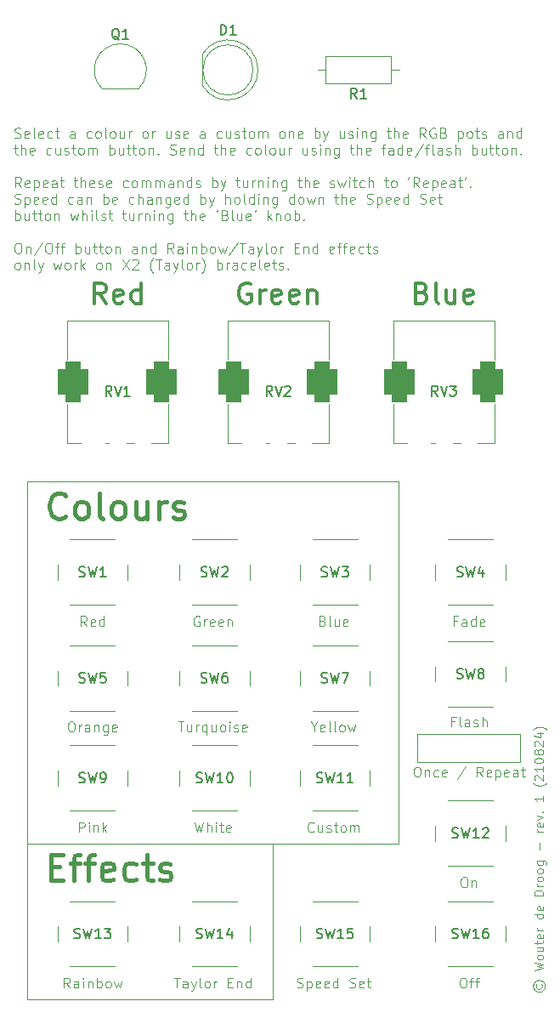
<source format=gto>
G04 #@! TF.GenerationSoftware,KiCad,Pcbnew,8.0.4*
G04 #@! TF.CreationDate,2024-08-21T22:32:05+02:00*
G04 #@! TF.ProjectId,pixxy,70697878-792e-46b6-9963-61645f706362,rev?*
G04 #@! TF.SameCoordinates,Original*
G04 #@! TF.FileFunction,Legend,Top*
G04 #@! TF.FilePolarity,Positive*
%FSLAX46Y46*%
G04 Gerber Fmt 4.6, Leading zero omitted, Abs format (unit mm)*
G04 Created by KiCad (PCBNEW 8.0.4) date 2024-08-21 22:32:05*
%MOMM*%
%LPD*%
G01*
G04 APERTURE LIST*
G04 Aperture macros list*
%AMRoundRect*
0 Rectangle with rounded corners*
0 $1 Rounding radius*
0 $2 $3 $4 $5 $6 $7 $8 $9 X,Y pos of 4 corners*
0 Add a 4 corners polygon primitive as box body*
4,1,4,$2,$3,$4,$5,$6,$7,$8,$9,$2,$3,0*
0 Add four circle primitives for the rounded corners*
1,1,$1+$1,$2,$3*
1,1,$1+$1,$4,$5*
1,1,$1+$1,$6,$7*
1,1,$1+$1,$8,$9*
0 Add four rect primitives between the rounded corners*
20,1,$1+$1,$2,$3,$4,$5,0*
20,1,$1+$1,$4,$5,$6,$7,0*
20,1,$1+$1,$6,$7,$8,$9,0*
20,1,$1+$1,$8,$9,$2,$3,0*%
G04 Aperture macros list end*
%ADD10C,0.100000*%
%ADD11C,0.381000*%
%ADD12C,0.304800*%
%ADD13C,0.150000*%
%ADD14C,0.120000*%
%ADD15R,1.800000X1.800000*%
%ADD16C,1.800000*%
%ADD17RoundRect,0.750000X0.750000X-1.250000X0.750000X1.250000X-0.750000X1.250000X-0.750000X-1.250000X0*%
%ADD18C,2.000000*%
%ADD19R,1.500000X1.500000*%
%ADD20C,1.600000*%
%ADD21R,1.050000X1.500000*%
%ADD22O,1.050000X1.500000*%
%ADD23O,1.600000X1.600000*%
%ADD24O,1.800000X1.800000*%
%ADD25O,1.500000X1.500000*%
G04 APERTURE END LIST*
D10*
X44000000Y-115500000D02*
X68500000Y-115500000D01*
X68500000Y-131000000D01*
X44000000Y-131000000D01*
X44000000Y-115500000D01*
X44000000Y-79500000D02*
X81000000Y-79500000D01*
X81000000Y-115500000D01*
X44000000Y-115500000D01*
X44000000Y-79500000D01*
D11*
X46355418Y-117838864D02*
X47202085Y-117838864D01*
X47564942Y-119169340D02*
X46355418Y-119169340D01*
X46355418Y-119169340D02*
X46355418Y-116629340D01*
X46355418Y-116629340D02*
X47564942Y-116629340D01*
X48290656Y-117476007D02*
X49258275Y-117476007D01*
X48653513Y-119169340D02*
X48653513Y-116992197D01*
X48653513Y-116992197D02*
X48774466Y-116750292D01*
X48774466Y-116750292D02*
X49016371Y-116629340D01*
X49016371Y-116629340D02*
X49258275Y-116629340D01*
X49742085Y-117476007D02*
X50709704Y-117476007D01*
X50104942Y-119169340D02*
X50104942Y-116992197D01*
X50104942Y-116992197D02*
X50225895Y-116750292D01*
X50225895Y-116750292D02*
X50467800Y-116629340D01*
X50467800Y-116629340D02*
X50709704Y-116629340D01*
X52523990Y-119048388D02*
X52282086Y-119169340D01*
X52282086Y-119169340D02*
X51798276Y-119169340D01*
X51798276Y-119169340D02*
X51556371Y-119048388D01*
X51556371Y-119048388D02*
X51435419Y-118806483D01*
X51435419Y-118806483D02*
X51435419Y-117838864D01*
X51435419Y-117838864D02*
X51556371Y-117596959D01*
X51556371Y-117596959D02*
X51798276Y-117476007D01*
X51798276Y-117476007D02*
X52282086Y-117476007D01*
X52282086Y-117476007D02*
X52523990Y-117596959D01*
X52523990Y-117596959D02*
X52644943Y-117838864D01*
X52644943Y-117838864D02*
X52644943Y-118080768D01*
X52644943Y-118080768D02*
X51435419Y-118322673D01*
X54822086Y-119048388D02*
X54580181Y-119169340D01*
X54580181Y-119169340D02*
X54096372Y-119169340D01*
X54096372Y-119169340D02*
X53854467Y-119048388D01*
X53854467Y-119048388D02*
X53733514Y-118927435D01*
X53733514Y-118927435D02*
X53612562Y-118685530D01*
X53612562Y-118685530D02*
X53612562Y-117959816D01*
X53612562Y-117959816D02*
X53733514Y-117717911D01*
X53733514Y-117717911D02*
X53854467Y-117596959D01*
X53854467Y-117596959D02*
X54096372Y-117476007D01*
X54096372Y-117476007D02*
X54580181Y-117476007D01*
X54580181Y-117476007D02*
X54822086Y-117596959D01*
X55547800Y-117476007D02*
X56515419Y-117476007D01*
X55910657Y-116629340D02*
X55910657Y-118806483D01*
X55910657Y-118806483D02*
X56031610Y-119048388D01*
X56031610Y-119048388D02*
X56273515Y-119169340D01*
X56273515Y-119169340D02*
X56515419Y-119169340D01*
X57241134Y-119048388D02*
X57483039Y-119169340D01*
X57483039Y-119169340D02*
X57966848Y-119169340D01*
X57966848Y-119169340D02*
X58208753Y-119048388D01*
X58208753Y-119048388D02*
X58329705Y-118806483D01*
X58329705Y-118806483D02*
X58329705Y-118685530D01*
X58329705Y-118685530D02*
X58208753Y-118443626D01*
X58208753Y-118443626D02*
X57966848Y-118322673D01*
X57966848Y-118322673D02*
X57603991Y-118322673D01*
X57603991Y-118322673D02*
X57362086Y-118201721D01*
X57362086Y-118201721D02*
X57241134Y-117959816D01*
X57241134Y-117959816D02*
X57241134Y-117838864D01*
X57241134Y-117838864D02*
X57362086Y-117596959D01*
X57362086Y-117596959D02*
X57603991Y-117476007D01*
X57603991Y-117476007D02*
X57966848Y-117476007D01*
X57966848Y-117476007D02*
X58208753Y-117596959D01*
D10*
X94708671Y-129502877D02*
X94666337Y-129587544D01*
X94666337Y-129587544D02*
X94666337Y-129756877D01*
X94666337Y-129756877D02*
X94708671Y-129841544D01*
X94708671Y-129841544D02*
X94793337Y-129926211D01*
X94793337Y-129926211D02*
X94878004Y-129968544D01*
X94878004Y-129968544D02*
X95047337Y-129968544D01*
X95047337Y-129968544D02*
X95132004Y-129926211D01*
X95132004Y-129926211D02*
X95216671Y-129841544D01*
X95216671Y-129841544D02*
X95259004Y-129756877D01*
X95259004Y-129756877D02*
X95259004Y-129587544D01*
X95259004Y-129587544D02*
X95216671Y-129502877D01*
X94370004Y-129672211D02*
X94412337Y-129883877D01*
X94412337Y-129883877D02*
X94539337Y-130095544D01*
X94539337Y-130095544D02*
X94751004Y-130222544D01*
X94751004Y-130222544D02*
X94962671Y-130264877D01*
X94962671Y-130264877D02*
X95174337Y-130222544D01*
X95174337Y-130222544D02*
X95386004Y-130095544D01*
X95386004Y-130095544D02*
X95513004Y-129883877D01*
X95513004Y-129883877D02*
X95555337Y-129672211D01*
X95555337Y-129672211D02*
X95513004Y-129460544D01*
X95513004Y-129460544D02*
X95386004Y-129248877D01*
X95386004Y-129248877D02*
X95174337Y-129121877D01*
X95174337Y-129121877D02*
X94962671Y-129079544D01*
X94962671Y-129079544D02*
X94751004Y-129121877D01*
X94751004Y-129121877D02*
X94539337Y-129248877D01*
X94539337Y-129248877D02*
X94412337Y-129460544D01*
X94412337Y-129460544D02*
X94370004Y-129672211D01*
X94497004Y-128105878D02*
X95386004Y-127894211D01*
X95386004Y-127894211D02*
X94751004Y-127724878D01*
X94751004Y-127724878D02*
X95386004Y-127555544D01*
X95386004Y-127555544D02*
X94497004Y-127343878D01*
X95386004Y-126878211D02*
X95343671Y-126962878D01*
X95343671Y-126962878D02*
X95301337Y-127005211D01*
X95301337Y-127005211D02*
X95216671Y-127047544D01*
X95216671Y-127047544D02*
X94962671Y-127047544D01*
X94962671Y-127047544D02*
X94878004Y-127005211D01*
X94878004Y-127005211D02*
X94835671Y-126962878D01*
X94835671Y-126962878D02*
X94793337Y-126878211D01*
X94793337Y-126878211D02*
X94793337Y-126751211D01*
X94793337Y-126751211D02*
X94835671Y-126666544D01*
X94835671Y-126666544D02*
X94878004Y-126624211D01*
X94878004Y-126624211D02*
X94962671Y-126581878D01*
X94962671Y-126581878D02*
X95216671Y-126581878D01*
X95216671Y-126581878D02*
X95301337Y-126624211D01*
X95301337Y-126624211D02*
X95343671Y-126666544D01*
X95343671Y-126666544D02*
X95386004Y-126751211D01*
X95386004Y-126751211D02*
X95386004Y-126878211D01*
X94793337Y-125819878D02*
X95386004Y-125819878D01*
X94793337Y-126200878D02*
X95259004Y-126200878D01*
X95259004Y-126200878D02*
X95343671Y-126158545D01*
X95343671Y-126158545D02*
X95386004Y-126073878D01*
X95386004Y-126073878D02*
X95386004Y-125946878D01*
X95386004Y-125946878D02*
X95343671Y-125862211D01*
X95343671Y-125862211D02*
X95301337Y-125819878D01*
X94793337Y-125523545D02*
X94793337Y-125184878D01*
X94497004Y-125396545D02*
X95259004Y-125396545D01*
X95259004Y-125396545D02*
X95343671Y-125354212D01*
X95343671Y-125354212D02*
X95386004Y-125269545D01*
X95386004Y-125269545D02*
X95386004Y-125184878D01*
X95343671Y-124549878D02*
X95386004Y-124634545D01*
X95386004Y-124634545D02*
X95386004Y-124803878D01*
X95386004Y-124803878D02*
X95343671Y-124888545D01*
X95343671Y-124888545D02*
X95259004Y-124930878D01*
X95259004Y-124930878D02*
X94920337Y-124930878D01*
X94920337Y-124930878D02*
X94835671Y-124888545D01*
X94835671Y-124888545D02*
X94793337Y-124803878D01*
X94793337Y-124803878D02*
X94793337Y-124634545D01*
X94793337Y-124634545D02*
X94835671Y-124549878D01*
X94835671Y-124549878D02*
X94920337Y-124507545D01*
X94920337Y-124507545D02*
X95005004Y-124507545D01*
X95005004Y-124507545D02*
X95089671Y-124930878D01*
X95386004Y-124126545D02*
X94793337Y-124126545D01*
X94962671Y-124126545D02*
X94878004Y-124084212D01*
X94878004Y-124084212D02*
X94835671Y-124041878D01*
X94835671Y-124041878D02*
X94793337Y-123957212D01*
X94793337Y-123957212D02*
X94793337Y-123872545D01*
X95386004Y-122517879D02*
X94497004Y-122517879D01*
X95343671Y-122517879D02*
X95386004Y-122602546D01*
X95386004Y-122602546D02*
X95386004Y-122771879D01*
X95386004Y-122771879D02*
X95343671Y-122856546D01*
X95343671Y-122856546D02*
X95301337Y-122898879D01*
X95301337Y-122898879D02*
X95216671Y-122941212D01*
X95216671Y-122941212D02*
X94962671Y-122941212D01*
X94962671Y-122941212D02*
X94878004Y-122898879D01*
X94878004Y-122898879D02*
X94835671Y-122856546D01*
X94835671Y-122856546D02*
X94793337Y-122771879D01*
X94793337Y-122771879D02*
X94793337Y-122602546D01*
X94793337Y-122602546D02*
X94835671Y-122517879D01*
X95343671Y-121755879D02*
X95386004Y-121840546D01*
X95386004Y-121840546D02*
X95386004Y-122009879D01*
X95386004Y-122009879D02*
X95343671Y-122094546D01*
X95343671Y-122094546D02*
X95259004Y-122136879D01*
X95259004Y-122136879D02*
X94920337Y-122136879D01*
X94920337Y-122136879D02*
X94835671Y-122094546D01*
X94835671Y-122094546D02*
X94793337Y-122009879D01*
X94793337Y-122009879D02*
X94793337Y-121840546D01*
X94793337Y-121840546D02*
X94835671Y-121755879D01*
X94835671Y-121755879D02*
X94920337Y-121713546D01*
X94920337Y-121713546D02*
X95005004Y-121713546D01*
X95005004Y-121713546D02*
X95089671Y-122136879D01*
X95386004Y-120655213D02*
X94497004Y-120655213D01*
X94497004Y-120655213D02*
X94497004Y-120443546D01*
X94497004Y-120443546D02*
X94539337Y-120316546D01*
X94539337Y-120316546D02*
X94624004Y-120231880D01*
X94624004Y-120231880D02*
X94708671Y-120189546D01*
X94708671Y-120189546D02*
X94878004Y-120147213D01*
X94878004Y-120147213D02*
X95005004Y-120147213D01*
X95005004Y-120147213D02*
X95174337Y-120189546D01*
X95174337Y-120189546D02*
X95259004Y-120231880D01*
X95259004Y-120231880D02*
X95343671Y-120316546D01*
X95343671Y-120316546D02*
X95386004Y-120443546D01*
X95386004Y-120443546D02*
X95386004Y-120655213D01*
X95386004Y-119766213D02*
X94793337Y-119766213D01*
X94962671Y-119766213D02*
X94878004Y-119723880D01*
X94878004Y-119723880D02*
X94835671Y-119681546D01*
X94835671Y-119681546D02*
X94793337Y-119596880D01*
X94793337Y-119596880D02*
X94793337Y-119512213D01*
X95386004Y-119088880D02*
X95343671Y-119173547D01*
X95343671Y-119173547D02*
X95301337Y-119215880D01*
X95301337Y-119215880D02*
X95216671Y-119258213D01*
X95216671Y-119258213D02*
X94962671Y-119258213D01*
X94962671Y-119258213D02*
X94878004Y-119215880D01*
X94878004Y-119215880D02*
X94835671Y-119173547D01*
X94835671Y-119173547D02*
X94793337Y-119088880D01*
X94793337Y-119088880D02*
X94793337Y-118961880D01*
X94793337Y-118961880D02*
X94835671Y-118877213D01*
X94835671Y-118877213D02*
X94878004Y-118834880D01*
X94878004Y-118834880D02*
X94962671Y-118792547D01*
X94962671Y-118792547D02*
X95216671Y-118792547D01*
X95216671Y-118792547D02*
X95301337Y-118834880D01*
X95301337Y-118834880D02*
X95343671Y-118877213D01*
X95343671Y-118877213D02*
X95386004Y-118961880D01*
X95386004Y-118961880D02*
X95386004Y-119088880D01*
X95386004Y-118284547D02*
X95343671Y-118369214D01*
X95343671Y-118369214D02*
X95301337Y-118411547D01*
X95301337Y-118411547D02*
X95216671Y-118453880D01*
X95216671Y-118453880D02*
X94962671Y-118453880D01*
X94962671Y-118453880D02*
X94878004Y-118411547D01*
X94878004Y-118411547D02*
X94835671Y-118369214D01*
X94835671Y-118369214D02*
X94793337Y-118284547D01*
X94793337Y-118284547D02*
X94793337Y-118157547D01*
X94793337Y-118157547D02*
X94835671Y-118072880D01*
X94835671Y-118072880D02*
X94878004Y-118030547D01*
X94878004Y-118030547D02*
X94962671Y-117988214D01*
X94962671Y-117988214D02*
X95216671Y-117988214D01*
X95216671Y-117988214D02*
X95301337Y-118030547D01*
X95301337Y-118030547D02*
X95343671Y-118072880D01*
X95343671Y-118072880D02*
X95386004Y-118157547D01*
X95386004Y-118157547D02*
X95386004Y-118284547D01*
X94793337Y-117226214D02*
X95513004Y-117226214D01*
X95513004Y-117226214D02*
X95597671Y-117268547D01*
X95597671Y-117268547D02*
X95640004Y-117310881D01*
X95640004Y-117310881D02*
X95682337Y-117395547D01*
X95682337Y-117395547D02*
X95682337Y-117522547D01*
X95682337Y-117522547D02*
X95640004Y-117607214D01*
X95343671Y-117226214D02*
X95386004Y-117310881D01*
X95386004Y-117310881D02*
X95386004Y-117480214D01*
X95386004Y-117480214D02*
X95343671Y-117564881D01*
X95343671Y-117564881D02*
X95301337Y-117607214D01*
X95301337Y-117607214D02*
X95216671Y-117649547D01*
X95216671Y-117649547D02*
X94962671Y-117649547D01*
X94962671Y-117649547D02*
X94878004Y-117607214D01*
X94878004Y-117607214D02*
X94835671Y-117564881D01*
X94835671Y-117564881D02*
X94793337Y-117480214D01*
X94793337Y-117480214D02*
X94793337Y-117310881D01*
X94793337Y-117310881D02*
X94835671Y-117226214D01*
X95047337Y-116125548D02*
X95047337Y-115448215D01*
X95386004Y-114347548D02*
X94793337Y-114347548D01*
X94962671Y-114347548D02*
X94878004Y-114305215D01*
X94878004Y-114305215D02*
X94835671Y-114262881D01*
X94835671Y-114262881D02*
X94793337Y-114178215D01*
X94793337Y-114178215D02*
X94793337Y-114093548D01*
X95343671Y-113458548D02*
X95386004Y-113543215D01*
X95386004Y-113543215D02*
X95386004Y-113712548D01*
X95386004Y-113712548D02*
X95343671Y-113797215D01*
X95343671Y-113797215D02*
X95259004Y-113839548D01*
X95259004Y-113839548D02*
X94920337Y-113839548D01*
X94920337Y-113839548D02*
X94835671Y-113797215D01*
X94835671Y-113797215D02*
X94793337Y-113712548D01*
X94793337Y-113712548D02*
X94793337Y-113543215D01*
X94793337Y-113543215D02*
X94835671Y-113458548D01*
X94835671Y-113458548D02*
X94920337Y-113416215D01*
X94920337Y-113416215D02*
X95005004Y-113416215D01*
X95005004Y-113416215D02*
X95089671Y-113839548D01*
X94793337Y-113119882D02*
X95386004Y-112908215D01*
X95386004Y-112908215D02*
X94793337Y-112696548D01*
X95301337Y-112357882D02*
X95343671Y-112315549D01*
X95343671Y-112315549D02*
X95386004Y-112357882D01*
X95386004Y-112357882D02*
X95343671Y-112400215D01*
X95343671Y-112400215D02*
X95301337Y-112357882D01*
X95301337Y-112357882D02*
X95386004Y-112357882D01*
X95386004Y-110791549D02*
X95386004Y-111299549D01*
X95386004Y-111045549D02*
X94497004Y-111045549D01*
X94497004Y-111045549D02*
X94624004Y-111130216D01*
X94624004Y-111130216D02*
X94708671Y-111214883D01*
X94708671Y-111214883D02*
X94751004Y-111299549D01*
X95724671Y-109479216D02*
X95682337Y-109521549D01*
X95682337Y-109521549D02*
X95555337Y-109606216D01*
X95555337Y-109606216D02*
X95470671Y-109648549D01*
X95470671Y-109648549D02*
X95343671Y-109690883D01*
X95343671Y-109690883D02*
X95132004Y-109733216D01*
X95132004Y-109733216D02*
X94962671Y-109733216D01*
X94962671Y-109733216D02*
X94751004Y-109690883D01*
X94751004Y-109690883D02*
X94624004Y-109648549D01*
X94624004Y-109648549D02*
X94539337Y-109606216D01*
X94539337Y-109606216D02*
X94412337Y-109521549D01*
X94412337Y-109521549D02*
X94370004Y-109479216D01*
X94581671Y-109182882D02*
X94539337Y-109140549D01*
X94539337Y-109140549D02*
X94497004Y-109055882D01*
X94497004Y-109055882D02*
X94497004Y-108844216D01*
X94497004Y-108844216D02*
X94539337Y-108759549D01*
X94539337Y-108759549D02*
X94581671Y-108717216D01*
X94581671Y-108717216D02*
X94666337Y-108674882D01*
X94666337Y-108674882D02*
X94751004Y-108674882D01*
X94751004Y-108674882D02*
X94878004Y-108717216D01*
X94878004Y-108717216D02*
X95386004Y-109225216D01*
X95386004Y-109225216D02*
X95386004Y-108674882D01*
X95386004Y-107828215D02*
X95386004Y-108336215D01*
X95386004Y-108082215D02*
X94497004Y-108082215D01*
X94497004Y-108082215D02*
X94624004Y-108166882D01*
X94624004Y-108166882D02*
X94708671Y-108251549D01*
X94708671Y-108251549D02*
X94751004Y-108336215D01*
X94497004Y-107277882D02*
X94497004Y-107193215D01*
X94497004Y-107193215D02*
X94539337Y-107108548D01*
X94539337Y-107108548D02*
X94581671Y-107066215D01*
X94581671Y-107066215D02*
X94666337Y-107023882D01*
X94666337Y-107023882D02*
X94835671Y-106981548D01*
X94835671Y-106981548D02*
X95047337Y-106981548D01*
X95047337Y-106981548D02*
X95216671Y-107023882D01*
X95216671Y-107023882D02*
X95301337Y-107066215D01*
X95301337Y-107066215D02*
X95343671Y-107108548D01*
X95343671Y-107108548D02*
X95386004Y-107193215D01*
X95386004Y-107193215D02*
X95386004Y-107277882D01*
X95386004Y-107277882D02*
X95343671Y-107362548D01*
X95343671Y-107362548D02*
X95301337Y-107404882D01*
X95301337Y-107404882D02*
X95216671Y-107447215D01*
X95216671Y-107447215D02*
X95047337Y-107489548D01*
X95047337Y-107489548D02*
X94835671Y-107489548D01*
X94835671Y-107489548D02*
X94666337Y-107447215D01*
X94666337Y-107447215D02*
X94581671Y-107404882D01*
X94581671Y-107404882D02*
X94539337Y-107362548D01*
X94539337Y-107362548D02*
X94497004Y-107277882D01*
X94878004Y-106473548D02*
X94835671Y-106558215D01*
X94835671Y-106558215D02*
X94793337Y-106600548D01*
X94793337Y-106600548D02*
X94708671Y-106642881D01*
X94708671Y-106642881D02*
X94666337Y-106642881D01*
X94666337Y-106642881D02*
X94581671Y-106600548D01*
X94581671Y-106600548D02*
X94539337Y-106558215D01*
X94539337Y-106558215D02*
X94497004Y-106473548D01*
X94497004Y-106473548D02*
X94497004Y-106304215D01*
X94497004Y-106304215D02*
X94539337Y-106219548D01*
X94539337Y-106219548D02*
X94581671Y-106177215D01*
X94581671Y-106177215D02*
X94666337Y-106134881D01*
X94666337Y-106134881D02*
X94708671Y-106134881D01*
X94708671Y-106134881D02*
X94793337Y-106177215D01*
X94793337Y-106177215D02*
X94835671Y-106219548D01*
X94835671Y-106219548D02*
X94878004Y-106304215D01*
X94878004Y-106304215D02*
X94878004Y-106473548D01*
X94878004Y-106473548D02*
X94920337Y-106558215D01*
X94920337Y-106558215D02*
X94962671Y-106600548D01*
X94962671Y-106600548D02*
X95047337Y-106642881D01*
X95047337Y-106642881D02*
X95216671Y-106642881D01*
X95216671Y-106642881D02*
X95301337Y-106600548D01*
X95301337Y-106600548D02*
X95343671Y-106558215D01*
X95343671Y-106558215D02*
X95386004Y-106473548D01*
X95386004Y-106473548D02*
X95386004Y-106304215D01*
X95386004Y-106304215D02*
X95343671Y-106219548D01*
X95343671Y-106219548D02*
X95301337Y-106177215D01*
X95301337Y-106177215D02*
X95216671Y-106134881D01*
X95216671Y-106134881D02*
X95047337Y-106134881D01*
X95047337Y-106134881D02*
X94962671Y-106177215D01*
X94962671Y-106177215D02*
X94920337Y-106219548D01*
X94920337Y-106219548D02*
X94878004Y-106304215D01*
X94581671Y-105796214D02*
X94539337Y-105753881D01*
X94539337Y-105753881D02*
X94497004Y-105669214D01*
X94497004Y-105669214D02*
X94497004Y-105457548D01*
X94497004Y-105457548D02*
X94539337Y-105372881D01*
X94539337Y-105372881D02*
X94581671Y-105330548D01*
X94581671Y-105330548D02*
X94666337Y-105288214D01*
X94666337Y-105288214D02*
X94751004Y-105288214D01*
X94751004Y-105288214D02*
X94878004Y-105330548D01*
X94878004Y-105330548D02*
X95386004Y-105838548D01*
X95386004Y-105838548D02*
X95386004Y-105288214D01*
X94793337Y-104526214D02*
X95386004Y-104526214D01*
X94454671Y-104737881D02*
X95089671Y-104949547D01*
X95089671Y-104949547D02*
X95089671Y-104399214D01*
X95724671Y-104145214D02*
X95682337Y-104102880D01*
X95682337Y-104102880D02*
X95555337Y-104018214D01*
X95555337Y-104018214D02*
X95470671Y-103975880D01*
X95470671Y-103975880D02*
X95343671Y-103933547D01*
X95343671Y-103933547D02*
X95132004Y-103891214D01*
X95132004Y-103891214D02*
X94962671Y-103891214D01*
X94962671Y-103891214D02*
X94751004Y-103933547D01*
X94751004Y-103933547D02*
X94624004Y-103975880D01*
X94624004Y-103975880D02*
X94539337Y-104018214D01*
X94539337Y-104018214D02*
X94412337Y-104102880D01*
X94412337Y-104102880D02*
X94370004Y-104145214D01*
X86809523Y-93348609D02*
X86476190Y-93348609D01*
X86476190Y-93872419D02*
X86476190Y-92872419D01*
X86476190Y-92872419D02*
X86952380Y-92872419D01*
X87761904Y-93872419D02*
X87761904Y-93348609D01*
X87761904Y-93348609D02*
X87714285Y-93253371D01*
X87714285Y-93253371D02*
X87619047Y-93205752D01*
X87619047Y-93205752D02*
X87428571Y-93205752D01*
X87428571Y-93205752D02*
X87333333Y-93253371D01*
X87761904Y-93824800D02*
X87666666Y-93872419D01*
X87666666Y-93872419D02*
X87428571Y-93872419D01*
X87428571Y-93872419D02*
X87333333Y-93824800D01*
X87333333Y-93824800D02*
X87285714Y-93729561D01*
X87285714Y-93729561D02*
X87285714Y-93634323D01*
X87285714Y-93634323D02*
X87333333Y-93539085D01*
X87333333Y-93539085D02*
X87428571Y-93491466D01*
X87428571Y-93491466D02*
X87666666Y-93491466D01*
X87666666Y-93491466D02*
X87761904Y-93443847D01*
X88666666Y-93872419D02*
X88666666Y-92872419D01*
X88666666Y-93824800D02*
X88571428Y-93872419D01*
X88571428Y-93872419D02*
X88380952Y-93872419D01*
X88380952Y-93872419D02*
X88285714Y-93824800D01*
X88285714Y-93824800D02*
X88238095Y-93777180D01*
X88238095Y-93777180D02*
X88190476Y-93681942D01*
X88190476Y-93681942D02*
X88190476Y-93396228D01*
X88190476Y-93396228D02*
X88238095Y-93300990D01*
X88238095Y-93300990D02*
X88285714Y-93253371D01*
X88285714Y-93253371D02*
X88380952Y-93205752D01*
X88380952Y-93205752D02*
X88571428Y-93205752D01*
X88571428Y-93205752D02*
X88666666Y-93253371D01*
X89523809Y-93824800D02*
X89428571Y-93872419D01*
X89428571Y-93872419D02*
X89238095Y-93872419D01*
X89238095Y-93872419D02*
X89142857Y-93824800D01*
X89142857Y-93824800D02*
X89095238Y-93729561D01*
X89095238Y-93729561D02*
X89095238Y-93348609D01*
X89095238Y-93348609D02*
X89142857Y-93253371D01*
X89142857Y-93253371D02*
X89238095Y-93205752D01*
X89238095Y-93205752D02*
X89428571Y-93205752D01*
X89428571Y-93205752D02*
X89523809Y-93253371D01*
X89523809Y-93253371D02*
X89571428Y-93348609D01*
X89571428Y-93348609D02*
X89571428Y-93443847D01*
X89571428Y-93443847D02*
X89095238Y-93539085D01*
X86571428Y-103348609D02*
X86238095Y-103348609D01*
X86238095Y-103872419D02*
X86238095Y-102872419D01*
X86238095Y-102872419D02*
X86714285Y-102872419D01*
X87238095Y-103872419D02*
X87142857Y-103824800D01*
X87142857Y-103824800D02*
X87095238Y-103729561D01*
X87095238Y-103729561D02*
X87095238Y-102872419D01*
X88047619Y-103872419D02*
X88047619Y-103348609D01*
X88047619Y-103348609D02*
X88000000Y-103253371D01*
X88000000Y-103253371D02*
X87904762Y-103205752D01*
X87904762Y-103205752D02*
X87714286Y-103205752D01*
X87714286Y-103205752D02*
X87619048Y-103253371D01*
X88047619Y-103824800D02*
X87952381Y-103872419D01*
X87952381Y-103872419D02*
X87714286Y-103872419D01*
X87714286Y-103872419D02*
X87619048Y-103824800D01*
X87619048Y-103824800D02*
X87571429Y-103729561D01*
X87571429Y-103729561D02*
X87571429Y-103634323D01*
X87571429Y-103634323D02*
X87619048Y-103539085D01*
X87619048Y-103539085D02*
X87714286Y-103491466D01*
X87714286Y-103491466D02*
X87952381Y-103491466D01*
X87952381Y-103491466D02*
X88047619Y-103443847D01*
X88476191Y-103824800D02*
X88571429Y-103872419D01*
X88571429Y-103872419D02*
X88761905Y-103872419D01*
X88761905Y-103872419D02*
X88857143Y-103824800D01*
X88857143Y-103824800D02*
X88904762Y-103729561D01*
X88904762Y-103729561D02*
X88904762Y-103681942D01*
X88904762Y-103681942D02*
X88857143Y-103586704D01*
X88857143Y-103586704D02*
X88761905Y-103539085D01*
X88761905Y-103539085D02*
X88619048Y-103539085D01*
X88619048Y-103539085D02*
X88523810Y-103491466D01*
X88523810Y-103491466D02*
X88476191Y-103396228D01*
X88476191Y-103396228D02*
X88476191Y-103348609D01*
X88476191Y-103348609D02*
X88523810Y-103253371D01*
X88523810Y-103253371D02*
X88619048Y-103205752D01*
X88619048Y-103205752D02*
X88761905Y-103205752D01*
X88761905Y-103205752D02*
X88857143Y-103253371D01*
X89333334Y-103872419D02*
X89333334Y-102872419D01*
X89761905Y-103872419D02*
X89761905Y-103348609D01*
X89761905Y-103348609D02*
X89714286Y-103253371D01*
X89714286Y-103253371D02*
X89619048Y-103205752D01*
X89619048Y-103205752D02*
X89476191Y-103205752D01*
X89476191Y-103205752D02*
X89380953Y-103253371D01*
X89380953Y-103253371D02*
X89333334Y-103300990D01*
X49142857Y-114372419D02*
X49142857Y-113372419D01*
X49142857Y-113372419D02*
X49523809Y-113372419D01*
X49523809Y-113372419D02*
X49619047Y-113420038D01*
X49619047Y-113420038D02*
X49666666Y-113467657D01*
X49666666Y-113467657D02*
X49714285Y-113562895D01*
X49714285Y-113562895D02*
X49714285Y-113705752D01*
X49714285Y-113705752D02*
X49666666Y-113800990D01*
X49666666Y-113800990D02*
X49619047Y-113848609D01*
X49619047Y-113848609D02*
X49523809Y-113896228D01*
X49523809Y-113896228D02*
X49142857Y-113896228D01*
X50142857Y-114372419D02*
X50142857Y-113705752D01*
X50142857Y-113372419D02*
X50095238Y-113420038D01*
X50095238Y-113420038D02*
X50142857Y-113467657D01*
X50142857Y-113467657D02*
X50190476Y-113420038D01*
X50190476Y-113420038D02*
X50142857Y-113372419D01*
X50142857Y-113372419D02*
X50142857Y-113467657D01*
X50619047Y-113705752D02*
X50619047Y-114372419D01*
X50619047Y-113800990D02*
X50666666Y-113753371D01*
X50666666Y-113753371D02*
X50761904Y-113705752D01*
X50761904Y-113705752D02*
X50904761Y-113705752D01*
X50904761Y-113705752D02*
X50999999Y-113753371D01*
X50999999Y-113753371D02*
X51047618Y-113848609D01*
X51047618Y-113848609D02*
X51047618Y-114372419D01*
X51523809Y-114372419D02*
X51523809Y-113372419D01*
X51619047Y-113991466D02*
X51904761Y-114372419D01*
X51904761Y-113705752D02*
X51523809Y-114086704D01*
X72547618Y-114277180D02*
X72499999Y-114324800D01*
X72499999Y-114324800D02*
X72357142Y-114372419D01*
X72357142Y-114372419D02*
X72261904Y-114372419D01*
X72261904Y-114372419D02*
X72119047Y-114324800D01*
X72119047Y-114324800D02*
X72023809Y-114229561D01*
X72023809Y-114229561D02*
X71976190Y-114134323D01*
X71976190Y-114134323D02*
X71928571Y-113943847D01*
X71928571Y-113943847D02*
X71928571Y-113800990D01*
X71928571Y-113800990D02*
X71976190Y-113610514D01*
X71976190Y-113610514D02*
X72023809Y-113515276D01*
X72023809Y-113515276D02*
X72119047Y-113420038D01*
X72119047Y-113420038D02*
X72261904Y-113372419D01*
X72261904Y-113372419D02*
X72357142Y-113372419D01*
X72357142Y-113372419D02*
X72499999Y-113420038D01*
X72499999Y-113420038D02*
X72547618Y-113467657D01*
X73404761Y-113705752D02*
X73404761Y-114372419D01*
X72976190Y-113705752D02*
X72976190Y-114229561D01*
X72976190Y-114229561D02*
X73023809Y-114324800D01*
X73023809Y-114324800D02*
X73119047Y-114372419D01*
X73119047Y-114372419D02*
X73261904Y-114372419D01*
X73261904Y-114372419D02*
X73357142Y-114324800D01*
X73357142Y-114324800D02*
X73404761Y-114277180D01*
X73833333Y-114324800D02*
X73928571Y-114372419D01*
X73928571Y-114372419D02*
X74119047Y-114372419D01*
X74119047Y-114372419D02*
X74214285Y-114324800D01*
X74214285Y-114324800D02*
X74261904Y-114229561D01*
X74261904Y-114229561D02*
X74261904Y-114181942D01*
X74261904Y-114181942D02*
X74214285Y-114086704D01*
X74214285Y-114086704D02*
X74119047Y-114039085D01*
X74119047Y-114039085D02*
X73976190Y-114039085D01*
X73976190Y-114039085D02*
X73880952Y-113991466D01*
X73880952Y-113991466D02*
X73833333Y-113896228D01*
X73833333Y-113896228D02*
X73833333Y-113848609D01*
X73833333Y-113848609D02*
X73880952Y-113753371D01*
X73880952Y-113753371D02*
X73976190Y-113705752D01*
X73976190Y-113705752D02*
X74119047Y-113705752D01*
X74119047Y-113705752D02*
X74214285Y-113753371D01*
X74547619Y-113705752D02*
X74928571Y-113705752D01*
X74690476Y-113372419D02*
X74690476Y-114229561D01*
X74690476Y-114229561D02*
X74738095Y-114324800D01*
X74738095Y-114324800D02*
X74833333Y-114372419D01*
X74833333Y-114372419D02*
X74928571Y-114372419D01*
X75404762Y-114372419D02*
X75309524Y-114324800D01*
X75309524Y-114324800D02*
X75261905Y-114277180D01*
X75261905Y-114277180D02*
X75214286Y-114181942D01*
X75214286Y-114181942D02*
X75214286Y-113896228D01*
X75214286Y-113896228D02*
X75261905Y-113800990D01*
X75261905Y-113800990D02*
X75309524Y-113753371D01*
X75309524Y-113753371D02*
X75404762Y-113705752D01*
X75404762Y-113705752D02*
X75547619Y-113705752D01*
X75547619Y-113705752D02*
X75642857Y-113753371D01*
X75642857Y-113753371D02*
X75690476Y-113800990D01*
X75690476Y-113800990D02*
X75738095Y-113896228D01*
X75738095Y-113896228D02*
X75738095Y-114181942D01*
X75738095Y-114181942D02*
X75690476Y-114277180D01*
X75690476Y-114277180D02*
X75642857Y-114324800D01*
X75642857Y-114324800D02*
X75547619Y-114372419D01*
X75547619Y-114372419D02*
X75404762Y-114372419D01*
X76166667Y-114372419D02*
X76166667Y-113705752D01*
X76166667Y-113800990D02*
X76214286Y-113753371D01*
X76214286Y-113753371D02*
X76309524Y-113705752D01*
X76309524Y-113705752D02*
X76452381Y-113705752D01*
X76452381Y-113705752D02*
X76547619Y-113753371D01*
X76547619Y-113753371D02*
X76595238Y-113848609D01*
X76595238Y-113848609D02*
X76595238Y-114372419D01*
X76595238Y-113848609D02*
X76642857Y-113753371D01*
X76642857Y-113753371D02*
X76738095Y-113705752D01*
X76738095Y-113705752D02*
X76880952Y-113705752D01*
X76880952Y-113705752D02*
X76976191Y-113753371D01*
X76976191Y-113753371D02*
X77023810Y-113848609D01*
X77023810Y-113848609D02*
X77023810Y-114372419D01*
D12*
X51838857Y-61735471D02*
X51161524Y-60767852D01*
X50677714Y-61735471D02*
X50677714Y-59703471D01*
X50677714Y-59703471D02*
X51451809Y-59703471D01*
X51451809Y-59703471D02*
X51645333Y-59800233D01*
X51645333Y-59800233D02*
X51742095Y-59896995D01*
X51742095Y-59896995D02*
X51838857Y-60090519D01*
X51838857Y-60090519D02*
X51838857Y-60380805D01*
X51838857Y-60380805D02*
X51742095Y-60574329D01*
X51742095Y-60574329D02*
X51645333Y-60671090D01*
X51645333Y-60671090D02*
X51451809Y-60767852D01*
X51451809Y-60767852D02*
X50677714Y-60767852D01*
X53483809Y-61638710D02*
X53290285Y-61735471D01*
X53290285Y-61735471D02*
X52903238Y-61735471D01*
X52903238Y-61735471D02*
X52709714Y-61638710D01*
X52709714Y-61638710D02*
X52612952Y-61445186D01*
X52612952Y-61445186D02*
X52612952Y-60671090D01*
X52612952Y-60671090D02*
X52709714Y-60477567D01*
X52709714Y-60477567D02*
X52903238Y-60380805D01*
X52903238Y-60380805D02*
X53290285Y-60380805D01*
X53290285Y-60380805D02*
X53483809Y-60477567D01*
X53483809Y-60477567D02*
X53580571Y-60671090D01*
X53580571Y-60671090D02*
X53580571Y-60864614D01*
X53580571Y-60864614D02*
X52612952Y-61058138D01*
X55322285Y-61735471D02*
X55322285Y-59703471D01*
X55322285Y-61638710D02*
X55128761Y-61735471D01*
X55128761Y-61735471D02*
X54741714Y-61735471D01*
X54741714Y-61735471D02*
X54548190Y-61638710D01*
X54548190Y-61638710D02*
X54451428Y-61541948D01*
X54451428Y-61541948D02*
X54354666Y-61348424D01*
X54354666Y-61348424D02*
X54354666Y-60767852D01*
X54354666Y-60767852D02*
X54451428Y-60574329D01*
X54451428Y-60574329D02*
X54548190Y-60477567D01*
X54548190Y-60477567D02*
X54741714Y-60380805D01*
X54741714Y-60380805D02*
X55128761Y-60380805D01*
X55128761Y-60380805D02*
X55322285Y-60477567D01*
D10*
X60666667Y-113372419D02*
X60904762Y-114372419D01*
X60904762Y-114372419D02*
X61095238Y-113658133D01*
X61095238Y-113658133D02*
X61285714Y-114372419D01*
X61285714Y-114372419D02*
X61523810Y-113372419D01*
X61904762Y-114372419D02*
X61904762Y-113372419D01*
X62333333Y-114372419D02*
X62333333Y-113848609D01*
X62333333Y-113848609D02*
X62285714Y-113753371D01*
X62285714Y-113753371D02*
X62190476Y-113705752D01*
X62190476Y-113705752D02*
X62047619Y-113705752D01*
X62047619Y-113705752D02*
X61952381Y-113753371D01*
X61952381Y-113753371D02*
X61904762Y-113800990D01*
X62809524Y-114372419D02*
X62809524Y-113705752D01*
X62809524Y-113372419D02*
X62761905Y-113420038D01*
X62761905Y-113420038D02*
X62809524Y-113467657D01*
X62809524Y-113467657D02*
X62857143Y-113420038D01*
X62857143Y-113420038D02*
X62809524Y-113372419D01*
X62809524Y-113372419D02*
X62809524Y-113467657D01*
X63142857Y-113705752D02*
X63523809Y-113705752D01*
X63285714Y-113372419D02*
X63285714Y-114229561D01*
X63285714Y-114229561D02*
X63333333Y-114324800D01*
X63333333Y-114324800D02*
X63428571Y-114372419D01*
X63428571Y-114372419D02*
X63523809Y-114372419D01*
X64238095Y-114324800D02*
X64142857Y-114372419D01*
X64142857Y-114372419D02*
X63952381Y-114372419D01*
X63952381Y-114372419D02*
X63857143Y-114324800D01*
X63857143Y-114324800D02*
X63809524Y-114229561D01*
X63809524Y-114229561D02*
X63809524Y-113848609D01*
X63809524Y-113848609D02*
X63857143Y-113753371D01*
X63857143Y-113753371D02*
X63952381Y-113705752D01*
X63952381Y-113705752D02*
X64142857Y-113705752D01*
X64142857Y-113705752D02*
X64238095Y-113753371D01*
X64238095Y-113753371D02*
X64285714Y-113848609D01*
X64285714Y-113848609D02*
X64285714Y-113943847D01*
X64285714Y-113943847D02*
X63809524Y-114039085D01*
X73428571Y-93348609D02*
X73571428Y-93396228D01*
X73571428Y-93396228D02*
X73619047Y-93443847D01*
X73619047Y-93443847D02*
X73666666Y-93539085D01*
X73666666Y-93539085D02*
X73666666Y-93681942D01*
X73666666Y-93681942D02*
X73619047Y-93777180D01*
X73619047Y-93777180D02*
X73571428Y-93824800D01*
X73571428Y-93824800D02*
X73476190Y-93872419D01*
X73476190Y-93872419D02*
X73095238Y-93872419D01*
X73095238Y-93872419D02*
X73095238Y-92872419D01*
X73095238Y-92872419D02*
X73428571Y-92872419D01*
X73428571Y-92872419D02*
X73523809Y-92920038D01*
X73523809Y-92920038D02*
X73571428Y-92967657D01*
X73571428Y-92967657D02*
X73619047Y-93062895D01*
X73619047Y-93062895D02*
X73619047Y-93158133D01*
X73619047Y-93158133D02*
X73571428Y-93253371D01*
X73571428Y-93253371D02*
X73523809Y-93300990D01*
X73523809Y-93300990D02*
X73428571Y-93348609D01*
X73428571Y-93348609D02*
X73095238Y-93348609D01*
X74238095Y-93872419D02*
X74142857Y-93824800D01*
X74142857Y-93824800D02*
X74095238Y-93729561D01*
X74095238Y-93729561D02*
X74095238Y-92872419D01*
X75047619Y-93205752D02*
X75047619Y-93872419D01*
X74619048Y-93205752D02*
X74619048Y-93729561D01*
X74619048Y-93729561D02*
X74666667Y-93824800D01*
X74666667Y-93824800D02*
X74761905Y-93872419D01*
X74761905Y-93872419D02*
X74904762Y-93872419D01*
X74904762Y-93872419D02*
X75000000Y-93824800D01*
X75000000Y-93824800D02*
X75047619Y-93777180D01*
X75904762Y-93824800D02*
X75809524Y-93872419D01*
X75809524Y-93872419D02*
X75619048Y-93872419D01*
X75619048Y-93872419D02*
X75523810Y-93824800D01*
X75523810Y-93824800D02*
X75476191Y-93729561D01*
X75476191Y-93729561D02*
X75476191Y-93348609D01*
X75476191Y-93348609D02*
X75523810Y-93253371D01*
X75523810Y-93253371D02*
X75619048Y-93205752D01*
X75619048Y-93205752D02*
X75809524Y-93205752D01*
X75809524Y-93205752D02*
X75904762Y-93253371D01*
X75904762Y-93253371D02*
X75952381Y-93348609D01*
X75952381Y-93348609D02*
X75952381Y-93443847D01*
X75952381Y-93443847D02*
X75476191Y-93539085D01*
X58619047Y-128872419D02*
X59190475Y-128872419D01*
X58904761Y-129872419D02*
X58904761Y-128872419D01*
X59952380Y-129872419D02*
X59952380Y-129348609D01*
X59952380Y-129348609D02*
X59904761Y-129253371D01*
X59904761Y-129253371D02*
X59809523Y-129205752D01*
X59809523Y-129205752D02*
X59619047Y-129205752D01*
X59619047Y-129205752D02*
X59523809Y-129253371D01*
X59952380Y-129824800D02*
X59857142Y-129872419D01*
X59857142Y-129872419D02*
X59619047Y-129872419D01*
X59619047Y-129872419D02*
X59523809Y-129824800D01*
X59523809Y-129824800D02*
X59476190Y-129729561D01*
X59476190Y-129729561D02*
X59476190Y-129634323D01*
X59476190Y-129634323D02*
X59523809Y-129539085D01*
X59523809Y-129539085D02*
X59619047Y-129491466D01*
X59619047Y-129491466D02*
X59857142Y-129491466D01*
X59857142Y-129491466D02*
X59952380Y-129443847D01*
X60333333Y-129205752D02*
X60571428Y-129872419D01*
X60809523Y-129205752D02*
X60571428Y-129872419D01*
X60571428Y-129872419D02*
X60476190Y-130110514D01*
X60476190Y-130110514D02*
X60428571Y-130158133D01*
X60428571Y-130158133D02*
X60333333Y-130205752D01*
X61333333Y-129872419D02*
X61238095Y-129824800D01*
X61238095Y-129824800D02*
X61190476Y-129729561D01*
X61190476Y-129729561D02*
X61190476Y-128872419D01*
X61857143Y-129872419D02*
X61761905Y-129824800D01*
X61761905Y-129824800D02*
X61714286Y-129777180D01*
X61714286Y-129777180D02*
X61666667Y-129681942D01*
X61666667Y-129681942D02*
X61666667Y-129396228D01*
X61666667Y-129396228D02*
X61714286Y-129300990D01*
X61714286Y-129300990D02*
X61761905Y-129253371D01*
X61761905Y-129253371D02*
X61857143Y-129205752D01*
X61857143Y-129205752D02*
X62000000Y-129205752D01*
X62000000Y-129205752D02*
X62095238Y-129253371D01*
X62095238Y-129253371D02*
X62142857Y-129300990D01*
X62142857Y-129300990D02*
X62190476Y-129396228D01*
X62190476Y-129396228D02*
X62190476Y-129681942D01*
X62190476Y-129681942D02*
X62142857Y-129777180D01*
X62142857Y-129777180D02*
X62095238Y-129824800D01*
X62095238Y-129824800D02*
X62000000Y-129872419D01*
X62000000Y-129872419D02*
X61857143Y-129872419D01*
X62619048Y-129872419D02*
X62619048Y-129205752D01*
X62619048Y-129396228D02*
X62666667Y-129300990D01*
X62666667Y-129300990D02*
X62714286Y-129253371D01*
X62714286Y-129253371D02*
X62809524Y-129205752D01*
X62809524Y-129205752D02*
X62904762Y-129205752D01*
X64000001Y-129348609D02*
X64333334Y-129348609D01*
X64476191Y-129872419D02*
X64000001Y-129872419D01*
X64000001Y-129872419D02*
X64000001Y-128872419D01*
X64000001Y-128872419D02*
X64476191Y-128872419D01*
X64904763Y-129205752D02*
X64904763Y-129872419D01*
X64904763Y-129300990D02*
X64952382Y-129253371D01*
X64952382Y-129253371D02*
X65047620Y-129205752D01*
X65047620Y-129205752D02*
X65190477Y-129205752D01*
X65190477Y-129205752D02*
X65285715Y-129253371D01*
X65285715Y-129253371D02*
X65333334Y-129348609D01*
X65333334Y-129348609D02*
X65333334Y-129872419D01*
X66238096Y-129872419D02*
X66238096Y-128872419D01*
X66238096Y-129824800D02*
X66142858Y-129872419D01*
X66142858Y-129872419D02*
X65952382Y-129872419D01*
X65952382Y-129872419D02*
X65857144Y-129824800D01*
X65857144Y-129824800D02*
X65809525Y-129777180D01*
X65809525Y-129777180D02*
X65761906Y-129681942D01*
X65761906Y-129681942D02*
X65761906Y-129396228D01*
X65761906Y-129396228D02*
X65809525Y-129300990D01*
X65809525Y-129300990D02*
X65857144Y-129253371D01*
X65857144Y-129253371D02*
X65952382Y-129205752D01*
X65952382Y-129205752D02*
X66142858Y-129205752D01*
X66142858Y-129205752D02*
X66238096Y-129253371D01*
D11*
X47806847Y-82927435D02*
X47685895Y-83048388D01*
X47685895Y-83048388D02*
X47323037Y-83169340D01*
X47323037Y-83169340D02*
X47081133Y-83169340D01*
X47081133Y-83169340D02*
X46718276Y-83048388D01*
X46718276Y-83048388D02*
X46476371Y-82806483D01*
X46476371Y-82806483D02*
X46355418Y-82564578D01*
X46355418Y-82564578D02*
X46234466Y-82080768D01*
X46234466Y-82080768D02*
X46234466Y-81717911D01*
X46234466Y-81717911D02*
X46355418Y-81234102D01*
X46355418Y-81234102D02*
X46476371Y-80992197D01*
X46476371Y-80992197D02*
X46718276Y-80750292D01*
X46718276Y-80750292D02*
X47081133Y-80629340D01*
X47081133Y-80629340D02*
X47323037Y-80629340D01*
X47323037Y-80629340D02*
X47685895Y-80750292D01*
X47685895Y-80750292D02*
X47806847Y-80871245D01*
X49258276Y-83169340D02*
X49016371Y-83048388D01*
X49016371Y-83048388D02*
X48895418Y-82927435D01*
X48895418Y-82927435D02*
X48774466Y-82685530D01*
X48774466Y-82685530D02*
X48774466Y-81959816D01*
X48774466Y-81959816D02*
X48895418Y-81717911D01*
X48895418Y-81717911D02*
X49016371Y-81596959D01*
X49016371Y-81596959D02*
X49258276Y-81476007D01*
X49258276Y-81476007D02*
X49621133Y-81476007D01*
X49621133Y-81476007D02*
X49863037Y-81596959D01*
X49863037Y-81596959D02*
X49983990Y-81717911D01*
X49983990Y-81717911D02*
X50104942Y-81959816D01*
X50104942Y-81959816D02*
X50104942Y-82685530D01*
X50104942Y-82685530D02*
X49983990Y-82927435D01*
X49983990Y-82927435D02*
X49863037Y-83048388D01*
X49863037Y-83048388D02*
X49621133Y-83169340D01*
X49621133Y-83169340D02*
X49258276Y-83169340D01*
X51556371Y-83169340D02*
X51314466Y-83048388D01*
X51314466Y-83048388D02*
X51193513Y-82806483D01*
X51193513Y-82806483D02*
X51193513Y-80629340D01*
X52886847Y-83169340D02*
X52644942Y-83048388D01*
X52644942Y-83048388D02*
X52523989Y-82927435D01*
X52523989Y-82927435D02*
X52403037Y-82685530D01*
X52403037Y-82685530D02*
X52403037Y-81959816D01*
X52403037Y-81959816D02*
X52523989Y-81717911D01*
X52523989Y-81717911D02*
X52644942Y-81596959D01*
X52644942Y-81596959D02*
X52886847Y-81476007D01*
X52886847Y-81476007D02*
X53249704Y-81476007D01*
X53249704Y-81476007D02*
X53491608Y-81596959D01*
X53491608Y-81596959D02*
X53612561Y-81717911D01*
X53612561Y-81717911D02*
X53733513Y-81959816D01*
X53733513Y-81959816D02*
X53733513Y-82685530D01*
X53733513Y-82685530D02*
X53612561Y-82927435D01*
X53612561Y-82927435D02*
X53491608Y-83048388D01*
X53491608Y-83048388D02*
X53249704Y-83169340D01*
X53249704Y-83169340D02*
X52886847Y-83169340D01*
X55910656Y-81476007D02*
X55910656Y-83169340D01*
X54822084Y-81476007D02*
X54822084Y-82806483D01*
X54822084Y-82806483D02*
X54943037Y-83048388D01*
X54943037Y-83048388D02*
X55184942Y-83169340D01*
X55184942Y-83169340D02*
X55547799Y-83169340D01*
X55547799Y-83169340D02*
X55789703Y-83048388D01*
X55789703Y-83048388D02*
X55910656Y-82927435D01*
X57120179Y-83169340D02*
X57120179Y-81476007D01*
X57120179Y-81959816D02*
X57241132Y-81717911D01*
X57241132Y-81717911D02*
X57362084Y-81596959D01*
X57362084Y-81596959D02*
X57603989Y-81476007D01*
X57603989Y-81476007D02*
X57845894Y-81476007D01*
X58571608Y-83048388D02*
X58813513Y-83169340D01*
X58813513Y-83169340D02*
X59297322Y-83169340D01*
X59297322Y-83169340D02*
X59539227Y-83048388D01*
X59539227Y-83048388D02*
X59660179Y-82806483D01*
X59660179Y-82806483D02*
X59660179Y-82685530D01*
X59660179Y-82685530D02*
X59539227Y-82443626D01*
X59539227Y-82443626D02*
X59297322Y-82322673D01*
X59297322Y-82322673D02*
X58934465Y-82322673D01*
X58934465Y-82322673D02*
X58692560Y-82201721D01*
X58692560Y-82201721D02*
X58571608Y-81959816D01*
X58571608Y-81959816D02*
X58571608Y-81838864D01*
X58571608Y-81838864D02*
X58692560Y-81596959D01*
X58692560Y-81596959D02*
X58934465Y-81476007D01*
X58934465Y-81476007D02*
X59297322Y-81476007D01*
X59297322Y-81476007D02*
X59539227Y-81596959D01*
D10*
X61142856Y-92920038D02*
X61047618Y-92872419D01*
X61047618Y-92872419D02*
X60904761Y-92872419D01*
X60904761Y-92872419D02*
X60761904Y-92920038D01*
X60761904Y-92920038D02*
X60666666Y-93015276D01*
X60666666Y-93015276D02*
X60619047Y-93110514D01*
X60619047Y-93110514D02*
X60571428Y-93300990D01*
X60571428Y-93300990D02*
X60571428Y-93443847D01*
X60571428Y-93443847D02*
X60619047Y-93634323D01*
X60619047Y-93634323D02*
X60666666Y-93729561D01*
X60666666Y-93729561D02*
X60761904Y-93824800D01*
X60761904Y-93824800D02*
X60904761Y-93872419D01*
X60904761Y-93872419D02*
X60999999Y-93872419D01*
X60999999Y-93872419D02*
X61142856Y-93824800D01*
X61142856Y-93824800D02*
X61190475Y-93777180D01*
X61190475Y-93777180D02*
X61190475Y-93443847D01*
X61190475Y-93443847D02*
X60999999Y-93443847D01*
X61619047Y-93872419D02*
X61619047Y-93205752D01*
X61619047Y-93396228D02*
X61666666Y-93300990D01*
X61666666Y-93300990D02*
X61714285Y-93253371D01*
X61714285Y-93253371D02*
X61809523Y-93205752D01*
X61809523Y-93205752D02*
X61904761Y-93205752D01*
X62619047Y-93824800D02*
X62523809Y-93872419D01*
X62523809Y-93872419D02*
X62333333Y-93872419D01*
X62333333Y-93872419D02*
X62238095Y-93824800D01*
X62238095Y-93824800D02*
X62190476Y-93729561D01*
X62190476Y-93729561D02*
X62190476Y-93348609D01*
X62190476Y-93348609D02*
X62238095Y-93253371D01*
X62238095Y-93253371D02*
X62333333Y-93205752D01*
X62333333Y-93205752D02*
X62523809Y-93205752D01*
X62523809Y-93205752D02*
X62619047Y-93253371D01*
X62619047Y-93253371D02*
X62666666Y-93348609D01*
X62666666Y-93348609D02*
X62666666Y-93443847D01*
X62666666Y-93443847D02*
X62190476Y-93539085D01*
X63476190Y-93824800D02*
X63380952Y-93872419D01*
X63380952Y-93872419D02*
X63190476Y-93872419D01*
X63190476Y-93872419D02*
X63095238Y-93824800D01*
X63095238Y-93824800D02*
X63047619Y-93729561D01*
X63047619Y-93729561D02*
X63047619Y-93348609D01*
X63047619Y-93348609D02*
X63095238Y-93253371D01*
X63095238Y-93253371D02*
X63190476Y-93205752D01*
X63190476Y-93205752D02*
X63380952Y-93205752D01*
X63380952Y-93205752D02*
X63476190Y-93253371D01*
X63476190Y-93253371D02*
X63523809Y-93348609D01*
X63523809Y-93348609D02*
X63523809Y-93443847D01*
X63523809Y-93443847D02*
X63047619Y-93539085D01*
X63952381Y-93205752D02*
X63952381Y-93872419D01*
X63952381Y-93300990D02*
X64000000Y-93253371D01*
X64000000Y-93253371D02*
X64095238Y-93205752D01*
X64095238Y-93205752D02*
X64238095Y-93205752D01*
X64238095Y-93205752D02*
X64333333Y-93253371D01*
X64333333Y-93253371D02*
X64380952Y-93348609D01*
X64380952Y-93348609D02*
X64380952Y-93872419D01*
X49928571Y-93872419D02*
X49595238Y-93396228D01*
X49357143Y-93872419D02*
X49357143Y-92872419D01*
X49357143Y-92872419D02*
X49738095Y-92872419D01*
X49738095Y-92872419D02*
X49833333Y-92920038D01*
X49833333Y-92920038D02*
X49880952Y-92967657D01*
X49880952Y-92967657D02*
X49928571Y-93062895D01*
X49928571Y-93062895D02*
X49928571Y-93205752D01*
X49928571Y-93205752D02*
X49880952Y-93300990D01*
X49880952Y-93300990D02*
X49833333Y-93348609D01*
X49833333Y-93348609D02*
X49738095Y-93396228D01*
X49738095Y-93396228D02*
X49357143Y-93396228D01*
X50738095Y-93824800D02*
X50642857Y-93872419D01*
X50642857Y-93872419D02*
X50452381Y-93872419D01*
X50452381Y-93872419D02*
X50357143Y-93824800D01*
X50357143Y-93824800D02*
X50309524Y-93729561D01*
X50309524Y-93729561D02*
X50309524Y-93348609D01*
X50309524Y-93348609D02*
X50357143Y-93253371D01*
X50357143Y-93253371D02*
X50452381Y-93205752D01*
X50452381Y-93205752D02*
X50642857Y-93205752D01*
X50642857Y-93205752D02*
X50738095Y-93253371D01*
X50738095Y-93253371D02*
X50785714Y-93348609D01*
X50785714Y-93348609D02*
X50785714Y-93443847D01*
X50785714Y-93443847D02*
X50309524Y-93539085D01*
X51642857Y-93872419D02*
X51642857Y-92872419D01*
X51642857Y-93824800D02*
X51547619Y-93872419D01*
X51547619Y-93872419D02*
X51357143Y-93872419D01*
X51357143Y-93872419D02*
X51261905Y-93824800D01*
X51261905Y-93824800D02*
X51214286Y-93777180D01*
X51214286Y-93777180D02*
X51166667Y-93681942D01*
X51166667Y-93681942D02*
X51166667Y-93396228D01*
X51166667Y-93396228D02*
X51214286Y-93300990D01*
X51214286Y-93300990D02*
X51261905Y-93253371D01*
X51261905Y-93253371D02*
X51357143Y-93205752D01*
X51357143Y-93205752D02*
X51547619Y-93205752D01*
X51547619Y-93205752D02*
X51642857Y-93253371D01*
X87333333Y-128872419D02*
X87523809Y-128872419D01*
X87523809Y-128872419D02*
X87619047Y-128920038D01*
X87619047Y-128920038D02*
X87714285Y-129015276D01*
X87714285Y-129015276D02*
X87761904Y-129205752D01*
X87761904Y-129205752D02*
X87761904Y-129539085D01*
X87761904Y-129539085D02*
X87714285Y-129729561D01*
X87714285Y-129729561D02*
X87619047Y-129824800D01*
X87619047Y-129824800D02*
X87523809Y-129872419D01*
X87523809Y-129872419D02*
X87333333Y-129872419D01*
X87333333Y-129872419D02*
X87238095Y-129824800D01*
X87238095Y-129824800D02*
X87142857Y-129729561D01*
X87142857Y-129729561D02*
X87095238Y-129539085D01*
X87095238Y-129539085D02*
X87095238Y-129205752D01*
X87095238Y-129205752D02*
X87142857Y-129015276D01*
X87142857Y-129015276D02*
X87238095Y-128920038D01*
X87238095Y-128920038D02*
X87333333Y-128872419D01*
X88047619Y-129205752D02*
X88428571Y-129205752D01*
X88190476Y-129872419D02*
X88190476Y-129015276D01*
X88190476Y-129015276D02*
X88238095Y-128920038D01*
X88238095Y-128920038D02*
X88333333Y-128872419D01*
X88333333Y-128872419D02*
X88428571Y-128872419D01*
X88619048Y-129205752D02*
X89000000Y-129205752D01*
X88761905Y-129872419D02*
X88761905Y-129015276D01*
X88761905Y-129015276D02*
X88809524Y-128920038D01*
X88809524Y-128920038D02*
X88904762Y-128872419D01*
X88904762Y-128872419D02*
X89000000Y-128872419D01*
X87452381Y-118872419D02*
X87642857Y-118872419D01*
X87642857Y-118872419D02*
X87738095Y-118920038D01*
X87738095Y-118920038D02*
X87833333Y-119015276D01*
X87833333Y-119015276D02*
X87880952Y-119205752D01*
X87880952Y-119205752D02*
X87880952Y-119539085D01*
X87880952Y-119539085D02*
X87833333Y-119729561D01*
X87833333Y-119729561D02*
X87738095Y-119824800D01*
X87738095Y-119824800D02*
X87642857Y-119872419D01*
X87642857Y-119872419D02*
X87452381Y-119872419D01*
X87452381Y-119872419D02*
X87357143Y-119824800D01*
X87357143Y-119824800D02*
X87261905Y-119729561D01*
X87261905Y-119729561D02*
X87214286Y-119539085D01*
X87214286Y-119539085D02*
X87214286Y-119205752D01*
X87214286Y-119205752D02*
X87261905Y-119015276D01*
X87261905Y-119015276D02*
X87357143Y-118920038D01*
X87357143Y-118920038D02*
X87452381Y-118872419D01*
X88309524Y-119205752D02*
X88309524Y-119872419D01*
X88309524Y-119300990D02*
X88357143Y-119253371D01*
X88357143Y-119253371D02*
X88452381Y-119205752D01*
X88452381Y-119205752D02*
X88595238Y-119205752D01*
X88595238Y-119205752D02*
X88690476Y-119253371D01*
X88690476Y-119253371D02*
X88738095Y-119348609D01*
X88738095Y-119348609D02*
X88738095Y-119872419D01*
X48238095Y-129872419D02*
X47904762Y-129396228D01*
X47666667Y-129872419D02*
X47666667Y-128872419D01*
X47666667Y-128872419D02*
X48047619Y-128872419D01*
X48047619Y-128872419D02*
X48142857Y-128920038D01*
X48142857Y-128920038D02*
X48190476Y-128967657D01*
X48190476Y-128967657D02*
X48238095Y-129062895D01*
X48238095Y-129062895D02*
X48238095Y-129205752D01*
X48238095Y-129205752D02*
X48190476Y-129300990D01*
X48190476Y-129300990D02*
X48142857Y-129348609D01*
X48142857Y-129348609D02*
X48047619Y-129396228D01*
X48047619Y-129396228D02*
X47666667Y-129396228D01*
X49095238Y-129872419D02*
X49095238Y-129348609D01*
X49095238Y-129348609D02*
X49047619Y-129253371D01*
X49047619Y-129253371D02*
X48952381Y-129205752D01*
X48952381Y-129205752D02*
X48761905Y-129205752D01*
X48761905Y-129205752D02*
X48666667Y-129253371D01*
X49095238Y-129824800D02*
X49000000Y-129872419D01*
X49000000Y-129872419D02*
X48761905Y-129872419D01*
X48761905Y-129872419D02*
X48666667Y-129824800D01*
X48666667Y-129824800D02*
X48619048Y-129729561D01*
X48619048Y-129729561D02*
X48619048Y-129634323D01*
X48619048Y-129634323D02*
X48666667Y-129539085D01*
X48666667Y-129539085D02*
X48761905Y-129491466D01*
X48761905Y-129491466D02*
X49000000Y-129491466D01*
X49000000Y-129491466D02*
X49095238Y-129443847D01*
X49571429Y-129872419D02*
X49571429Y-129205752D01*
X49571429Y-128872419D02*
X49523810Y-128920038D01*
X49523810Y-128920038D02*
X49571429Y-128967657D01*
X49571429Y-128967657D02*
X49619048Y-128920038D01*
X49619048Y-128920038D02*
X49571429Y-128872419D01*
X49571429Y-128872419D02*
X49571429Y-128967657D01*
X50047619Y-129205752D02*
X50047619Y-129872419D01*
X50047619Y-129300990D02*
X50095238Y-129253371D01*
X50095238Y-129253371D02*
X50190476Y-129205752D01*
X50190476Y-129205752D02*
X50333333Y-129205752D01*
X50333333Y-129205752D02*
X50428571Y-129253371D01*
X50428571Y-129253371D02*
X50476190Y-129348609D01*
X50476190Y-129348609D02*
X50476190Y-129872419D01*
X50952381Y-129872419D02*
X50952381Y-128872419D01*
X50952381Y-129253371D02*
X51047619Y-129205752D01*
X51047619Y-129205752D02*
X51238095Y-129205752D01*
X51238095Y-129205752D02*
X51333333Y-129253371D01*
X51333333Y-129253371D02*
X51380952Y-129300990D01*
X51380952Y-129300990D02*
X51428571Y-129396228D01*
X51428571Y-129396228D02*
X51428571Y-129681942D01*
X51428571Y-129681942D02*
X51380952Y-129777180D01*
X51380952Y-129777180D02*
X51333333Y-129824800D01*
X51333333Y-129824800D02*
X51238095Y-129872419D01*
X51238095Y-129872419D02*
X51047619Y-129872419D01*
X51047619Y-129872419D02*
X50952381Y-129824800D01*
X52000000Y-129872419D02*
X51904762Y-129824800D01*
X51904762Y-129824800D02*
X51857143Y-129777180D01*
X51857143Y-129777180D02*
X51809524Y-129681942D01*
X51809524Y-129681942D02*
X51809524Y-129396228D01*
X51809524Y-129396228D02*
X51857143Y-129300990D01*
X51857143Y-129300990D02*
X51904762Y-129253371D01*
X51904762Y-129253371D02*
X52000000Y-129205752D01*
X52000000Y-129205752D02*
X52142857Y-129205752D01*
X52142857Y-129205752D02*
X52238095Y-129253371D01*
X52238095Y-129253371D02*
X52285714Y-129300990D01*
X52285714Y-129300990D02*
X52333333Y-129396228D01*
X52333333Y-129396228D02*
X52333333Y-129681942D01*
X52333333Y-129681942D02*
X52285714Y-129777180D01*
X52285714Y-129777180D02*
X52238095Y-129824800D01*
X52238095Y-129824800D02*
X52142857Y-129872419D01*
X52142857Y-129872419D02*
X52000000Y-129872419D01*
X52666667Y-129205752D02*
X52857143Y-129872419D01*
X52857143Y-129872419D02*
X53047619Y-129396228D01*
X53047619Y-129396228D02*
X53238095Y-129872419D01*
X53238095Y-129872419D02*
X53428571Y-129205752D01*
D12*
X66242286Y-59800233D02*
X66048762Y-59703471D01*
X66048762Y-59703471D02*
X65758476Y-59703471D01*
X65758476Y-59703471D02*
X65468191Y-59800233D01*
X65468191Y-59800233D02*
X65274667Y-59993757D01*
X65274667Y-59993757D02*
X65177905Y-60187281D01*
X65177905Y-60187281D02*
X65081143Y-60574329D01*
X65081143Y-60574329D02*
X65081143Y-60864614D01*
X65081143Y-60864614D02*
X65177905Y-61251662D01*
X65177905Y-61251662D02*
X65274667Y-61445186D01*
X65274667Y-61445186D02*
X65468191Y-61638710D01*
X65468191Y-61638710D02*
X65758476Y-61735471D01*
X65758476Y-61735471D02*
X65952000Y-61735471D01*
X65952000Y-61735471D02*
X66242286Y-61638710D01*
X66242286Y-61638710D02*
X66339048Y-61541948D01*
X66339048Y-61541948D02*
X66339048Y-60864614D01*
X66339048Y-60864614D02*
X65952000Y-60864614D01*
X67209905Y-61735471D02*
X67209905Y-60380805D01*
X67209905Y-60767852D02*
X67306667Y-60574329D01*
X67306667Y-60574329D02*
X67403429Y-60477567D01*
X67403429Y-60477567D02*
X67596953Y-60380805D01*
X67596953Y-60380805D02*
X67790476Y-60380805D01*
X69241905Y-61638710D02*
X69048381Y-61735471D01*
X69048381Y-61735471D02*
X68661334Y-61735471D01*
X68661334Y-61735471D02*
X68467810Y-61638710D01*
X68467810Y-61638710D02*
X68371048Y-61445186D01*
X68371048Y-61445186D02*
X68371048Y-60671090D01*
X68371048Y-60671090D02*
X68467810Y-60477567D01*
X68467810Y-60477567D02*
X68661334Y-60380805D01*
X68661334Y-60380805D02*
X69048381Y-60380805D01*
X69048381Y-60380805D02*
X69241905Y-60477567D01*
X69241905Y-60477567D02*
X69338667Y-60671090D01*
X69338667Y-60671090D02*
X69338667Y-60864614D01*
X69338667Y-60864614D02*
X68371048Y-61058138D01*
X70983619Y-61638710D02*
X70790095Y-61735471D01*
X70790095Y-61735471D02*
X70403048Y-61735471D01*
X70403048Y-61735471D02*
X70209524Y-61638710D01*
X70209524Y-61638710D02*
X70112762Y-61445186D01*
X70112762Y-61445186D02*
X70112762Y-60671090D01*
X70112762Y-60671090D02*
X70209524Y-60477567D01*
X70209524Y-60477567D02*
X70403048Y-60380805D01*
X70403048Y-60380805D02*
X70790095Y-60380805D01*
X70790095Y-60380805D02*
X70983619Y-60477567D01*
X70983619Y-60477567D02*
X71080381Y-60671090D01*
X71080381Y-60671090D02*
X71080381Y-60864614D01*
X71080381Y-60864614D02*
X70112762Y-61058138D01*
X71951238Y-60380805D02*
X71951238Y-61735471D01*
X71951238Y-60574329D02*
X72048000Y-60477567D01*
X72048000Y-60477567D02*
X72241524Y-60380805D01*
X72241524Y-60380805D02*
X72531809Y-60380805D01*
X72531809Y-60380805D02*
X72725333Y-60477567D01*
X72725333Y-60477567D02*
X72822095Y-60671090D01*
X72822095Y-60671090D02*
X72822095Y-61735471D01*
D10*
X72571428Y-103896228D02*
X72571428Y-104372419D01*
X72238095Y-103372419D02*
X72571428Y-103896228D01*
X72571428Y-103896228D02*
X72904761Y-103372419D01*
X73619047Y-104324800D02*
X73523809Y-104372419D01*
X73523809Y-104372419D02*
X73333333Y-104372419D01*
X73333333Y-104372419D02*
X73238095Y-104324800D01*
X73238095Y-104324800D02*
X73190476Y-104229561D01*
X73190476Y-104229561D02*
X73190476Y-103848609D01*
X73190476Y-103848609D02*
X73238095Y-103753371D01*
X73238095Y-103753371D02*
X73333333Y-103705752D01*
X73333333Y-103705752D02*
X73523809Y-103705752D01*
X73523809Y-103705752D02*
X73619047Y-103753371D01*
X73619047Y-103753371D02*
X73666666Y-103848609D01*
X73666666Y-103848609D02*
X73666666Y-103943847D01*
X73666666Y-103943847D02*
X73190476Y-104039085D01*
X74238095Y-104372419D02*
X74142857Y-104324800D01*
X74142857Y-104324800D02*
X74095238Y-104229561D01*
X74095238Y-104229561D02*
X74095238Y-103372419D01*
X74761905Y-104372419D02*
X74666667Y-104324800D01*
X74666667Y-104324800D02*
X74619048Y-104229561D01*
X74619048Y-104229561D02*
X74619048Y-103372419D01*
X75285715Y-104372419D02*
X75190477Y-104324800D01*
X75190477Y-104324800D02*
X75142858Y-104277180D01*
X75142858Y-104277180D02*
X75095239Y-104181942D01*
X75095239Y-104181942D02*
X75095239Y-103896228D01*
X75095239Y-103896228D02*
X75142858Y-103800990D01*
X75142858Y-103800990D02*
X75190477Y-103753371D01*
X75190477Y-103753371D02*
X75285715Y-103705752D01*
X75285715Y-103705752D02*
X75428572Y-103705752D01*
X75428572Y-103705752D02*
X75523810Y-103753371D01*
X75523810Y-103753371D02*
X75571429Y-103800990D01*
X75571429Y-103800990D02*
X75619048Y-103896228D01*
X75619048Y-103896228D02*
X75619048Y-104181942D01*
X75619048Y-104181942D02*
X75571429Y-104277180D01*
X75571429Y-104277180D02*
X75523810Y-104324800D01*
X75523810Y-104324800D02*
X75428572Y-104372419D01*
X75428572Y-104372419D02*
X75285715Y-104372419D01*
X75952382Y-103705752D02*
X76142858Y-104372419D01*
X76142858Y-104372419D02*
X76333334Y-103896228D01*
X76333334Y-103896228D02*
X76523810Y-104372419D01*
X76523810Y-104372419D02*
X76714286Y-103705752D01*
X82761904Y-107872419D02*
X82952380Y-107872419D01*
X82952380Y-107872419D02*
X83047618Y-107920038D01*
X83047618Y-107920038D02*
X83142856Y-108015276D01*
X83142856Y-108015276D02*
X83190475Y-108205752D01*
X83190475Y-108205752D02*
X83190475Y-108539085D01*
X83190475Y-108539085D02*
X83142856Y-108729561D01*
X83142856Y-108729561D02*
X83047618Y-108824800D01*
X83047618Y-108824800D02*
X82952380Y-108872419D01*
X82952380Y-108872419D02*
X82761904Y-108872419D01*
X82761904Y-108872419D02*
X82666666Y-108824800D01*
X82666666Y-108824800D02*
X82571428Y-108729561D01*
X82571428Y-108729561D02*
X82523809Y-108539085D01*
X82523809Y-108539085D02*
X82523809Y-108205752D01*
X82523809Y-108205752D02*
X82571428Y-108015276D01*
X82571428Y-108015276D02*
X82666666Y-107920038D01*
X82666666Y-107920038D02*
X82761904Y-107872419D01*
X83619047Y-108205752D02*
X83619047Y-108872419D01*
X83619047Y-108300990D02*
X83666666Y-108253371D01*
X83666666Y-108253371D02*
X83761904Y-108205752D01*
X83761904Y-108205752D02*
X83904761Y-108205752D01*
X83904761Y-108205752D02*
X83999999Y-108253371D01*
X83999999Y-108253371D02*
X84047618Y-108348609D01*
X84047618Y-108348609D02*
X84047618Y-108872419D01*
X84952380Y-108824800D02*
X84857142Y-108872419D01*
X84857142Y-108872419D02*
X84666666Y-108872419D01*
X84666666Y-108872419D02*
X84571428Y-108824800D01*
X84571428Y-108824800D02*
X84523809Y-108777180D01*
X84523809Y-108777180D02*
X84476190Y-108681942D01*
X84476190Y-108681942D02*
X84476190Y-108396228D01*
X84476190Y-108396228D02*
X84523809Y-108300990D01*
X84523809Y-108300990D02*
X84571428Y-108253371D01*
X84571428Y-108253371D02*
X84666666Y-108205752D01*
X84666666Y-108205752D02*
X84857142Y-108205752D01*
X84857142Y-108205752D02*
X84952380Y-108253371D01*
X85761904Y-108824800D02*
X85666666Y-108872419D01*
X85666666Y-108872419D02*
X85476190Y-108872419D01*
X85476190Y-108872419D02*
X85380952Y-108824800D01*
X85380952Y-108824800D02*
X85333333Y-108729561D01*
X85333333Y-108729561D02*
X85333333Y-108348609D01*
X85333333Y-108348609D02*
X85380952Y-108253371D01*
X85380952Y-108253371D02*
X85476190Y-108205752D01*
X85476190Y-108205752D02*
X85666666Y-108205752D01*
X85666666Y-108205752D02*
X85761904Y-108253371D01*
X85761904Y-108253371D02*
X85809523Y-108348609D01*
X85809523Y-108348609D02*
X85809523Y-108443847D01*
X85809523Y-108443847D02*
X85333333Y-108539085D01*
X87714285Y-107824800D02*
X86857143Y-109110514D01*
X89380952Y-108872419D02*
X89047619Y-108396228D01*
X88809524Y-108872419D02*
X88809524Y-107872419D01*
X88809524Y-107872419D02*
X89190476Y-107872419D01*
X89190476Y-107872419D02*
X89285714Y-107920038D01*
X89285714Y-107920038D02*
X89333333Y-107967657D01*
X89333333Y-107967657D02*
X89380952Y-108062895D01*
X89380952Y-108062895D02*
X89380952Y-108205752D01*
X89380952Y-108205752D02*
X89333333Y-108300990D01*
X89333333Y-108300990D02*
X89285714Y-108348609D01*
X89285714Y-108348609D02*
X89190476Y-108396228D01*
X89190476Y-108396228D02*
X88809524Y-108396228D01*
X90190476Y-108824800D02*
X90095238Y-108872419D01*
X90095238Y-108872419D02*
X89904762Y-108872419D01*
X89904762Y-108872419D02*
X89809524Y-108824800D01*
X89809524Y-108824800D02*
X89761905Y-108729561D01*
X89761905Y-108729561D02*
X89761905Y-108348609D01*
X89761905Y-108348609D02*
X89809524Y-108253371D01*
X89809524Y-108253371D02*
X89904762Y-108205752D01*
X89904762Y-108205752D02*
X90095238Y-108205752D01*
X90095238Y-108205752D02*
X90190476Y-108253371D01*
X90190476Y-108253371D02*
X90238095Y-108348609D01*
X90238095Y-108348609D02*
X90238095Y-108443847D01*
X90238095Y-108443847D02*
X89761905Y-108539085D01*
X90666667Y-108205752D02*
X90666667Y-109205752D01*
X90666667Y-108253371D02*
X90761905Y-108205752D01*
X90761905Y-108205752D02*
X90952381Y-108205752D01*
X90952381Y-108205752D02*
X91047619Y-108253371D01*
X91047619Y-108253371D02*
X91095238Y-108300990D01*
X91095238Y-108300990D02*
X91142857Y-108396228D01*
X91142857Y-108396228D02*
X91142857Y-108681942D01*
X91142857Y-108681942D02*
X91095238Y-108777180D01*
X91095238Y-108777180D02*
X91047619Y-108824800D01*
X91047619Y-108824800D02*
X90952381Y-108872419D01*
X90952381Y-108872419D02*
X90761905Y-108872419D01*
X90761905Y-108872419D02*
X90666667Y-108824800D01*
X91952381Y-108824800D02*
X91857143Y-108872419D01*
X91857143Y-108872419D02*
X91666667Y-108872419D01*
X91666667Y-108872419D02*
X91571429Y-108824800D01*
X91571429Y-108824800D02*
X91523810Y-108729561D01*
X91523810Y-108729561D02*
X91523810Y-108348609D01*
X91523810Y-108348609D02*
X91571429Y-108253371D01*
X91571429Y-108253371D02*
X91666667Y-108205752D01*
X91666667Y-108205752D02*
X91857143Y-108205752D01*
X91857143Y-108205752D02*
X91952381Y-108253371D01*
X91952381Y-108253371D02*
X92000000Y-108348609D01*
X92000000Y-108348609D02*
X92000000Y-108443847D01*
X92000000Y-108443847D02*
X91523810Y-108539085D01*
X92857143Y-108872419D02*
X92857143Y-108348609D01*
X92857143Y-108348609D02*
X92809524Y-108253371D01*
X92809524Y-108253371D02*
X92714286Y-108205752D01*
X92714286Y-108205752D02*
X92523810Y-108205752D01*
X92523810Y-108205752D02*
X92428572Y-108253371D01*
X92857143Y-108824800D02*
X92761905Y-108872419D01*
X92761905Y-108872419D02*
X92523810Y-108872419D01*
X92523810Y-108872419D02*
X92428572Y-108824800D01*
X92428572Y-108824800D02*
X92380953Y-108729561D01*
X92380953Y-108729561D02*
X92380953Y-108634323D01*
X92380953Y-108634323D02*
X92428572Y-108539085D01*
X92428572Y-108539085D02*
X92523810Y-108491466D01*
X92523810Y-108491466D02*
X92761905Y-108491466D01*
X92761905Y-108491466D02*
X92857143Y-108443847D01*
X93190477Y-108205752D02*
X93571429Y-108205752D01*
X93333334Y-107872419D02*
X93333334Y-108729561D01*
X93333334Y-108729561D02*
X93380953Y-108824800D01*
X93380953Y-108824800D02*
X93476191Y-108872419D01*
X93476191Y-108872419D02*
X93571429Y-108872419D01*
X59023809Y-103372419D02*
X59595237Y-103372419D01*
X59309523Y-104372419D02*
X59309523Y-103372419D01*
X60357142Y-103705752D02*
X60357142Y-104372419D01*
X59928571Y-103705752D02*
X59928571Y-104229561D01*
X59928571Y-104229561D02*
X59976190Y-104324800D01*
X59976190Y-104324800D02*
X60071428Y-104372419D01*
X60071428Y-104372419D02*
X60214285Y-104372419D01*
X60214285Y-104372419D02*
X60309523Y-104324800D01*
X60309523Y-104324800D02*
X60357142Y-104277180D01*
X60833333Y-104372419D02*
X60833333Y-103705752D01*
X60833333Y-103896228D02*
X60880952Y-103800990D01*
X60880952Y-103800990D02*
X60928571Y-103753371D01*
X60928571Y-103753371D02*
X61023809Y-103705752D01*
X61023809Y-103705752D02*
X61119047Y-103705752D01*
X61880952Y-103705752D02*
X61880952Y-104705752D01*
X61880952Y-104324800D02*
X61785714Y-104372419D01*
X61785714Y-104372419D02*
X61595238Y-104372419D01*
X61595238Y-104372419D02*
X61500000Y-104324800D01*
X61500000Y-104324800D02*
X61452381Y-104277180D01*
X61452381Y-104277180D02*
X61404762Y-104181942D01*
X61404762Y-104181942D02*
X61404762Y-103896228D01*
X61404762Y-103896228D02*
X61452381Y-103800990D01*
X61452381Y-103800990D02*
X61500000Y-103753371D01*
X61500000Y-103753371D02*
X61595238Y-103705752D01*
X61595238Y-103705752D02*
X61785714Y-103705752D01*
X61785714Y-103705752D02*
X61880952Y-103753371D01*
X62785714Y-103705752D02*
X62785714Y-104372419D01*
X62357143Y-103705752D02*
X62357143Y-104229561D01*
X62357143Y-104229561D02*
X62404762Y-104324800D01*
X62404762Y-104324800D02*
X62500000Y-104372419D01*
X62500000Y-104372419D02*
X62642857Y-104372419D01*
X62642857Y-104372419D02*
X62738095Y-104324800D01*
X62738095Y-104324800D02*
X62785714Y-104277180D01*
X63404762Y-104372419D02*
X63309524Y-104324800D01*
X63309524Y-104324800D02*
X63261905Y-104277180D01*
X63261905Y-104277180D02*
X63214286Y-104181942D01*
X63214286Y-104181942D02*
X63214286Y-103896228D01*
X63214286Y-103896228D02*
X63261905Y-103800990D01*
X63261905Y-103800990D02*
X63309524Y-103753371D01*
X63309524Y-103753371D02*
X63404762Y-103705752D01*
X63404762Y-103705752D02*
X63547619Y-103705752D01*
X63547619Y-103705752D02*
X63642857Y-103753371D01*
X63642857Y-103753371D02*
X63690476Y-103800990D01*
X63690476Y-103800990D02*
X63738095Y-103896228D01*
X63738095Y-103896228D02*
X63738095Y-104181942D01*
X63738095Y-104181942D02*
X63690476Y-104277180D01*
X63690476Y-104277180D02*
X63642857Y-104324800D01*
X63642857Y-104324800D02*
X63547619Y-104372419D01*
X63547619Y-104372419D02*
X63404762Y-104372419D01*
X64166667Y-104372419D02*
X64166667Y-103705752D01*
X64166667Y-103372419D02*
X64119048Y-103420038D01*
X64119048Y-103420038D02*
X64166667Y-103467657D01*
X64166667Y-103467657D02*
X64214286Y-103420038D01*
X64214286Y-103420038D02*
X64166667Y-103372419D01*
X64166667Y-103372419D02*
X64166667Y-103467657D01*
X64595238Y-104324800D02*
X64690476Y-104372419D01*
X64690476Y-104372419D02*
X64880952Y-104372419D01*
X64880952Y-104372419D02*
X64976190Y-104324800D01*
X64976190Y-104324800D02*
X65023809Y-104229561D01*
X65023809Y-104229561D02*
X65023809Y-104181942D01*
X65023809Y-104181942D02*
X64976190Y-104086704D01*
X64976190Y-104086704D02*
X64880952Y-104039085D01*
X64880952Y-104039085D02*
X64738095Y-104039085D01*
X64738095Y-104039085D02*
X64642857Y-103991466D01*
X64642857Y-103991466D02*
X64595238Y-103896228D01*
X64595238Y-103896228D02*
X64595238Y-103848609D01*
X64595238Y-103848609D02*
X64642857Y-103753371D01*
X64642857Y-103753371D02*
X64738095Y-103705752D01*
X64738095Y-103705752D02*
X64880952Y-103705752D01*
X64880952Y-103705752D02*
X64976190Y-103753371D01*
X65833333Y-104324800D02*
X65738095Y-104372419D01*
X65738095Y-104372419D02*
X65547619Y-104372419D01*
X65547619Y-104372419D02*
X65452381Y-104324800D01*
X65452381Y-104324800D02*
X65404762Y-104229561D01*
X65404762Y-104229561D02*
X65404762Y-103848609D01*
X65404762Y-103848609D02*
X65452381Y-103753371D01*
X65452381Y-103753371D02*
X65547619Y-103705752D01*
X65547619Y-103705752D02*
X65738095Y-103705752D01*
X65738095Y-103705752D02*
X65833333Y-103753371D01*
X65833333Y-103753371D02*
X65880952Y-103848609D01*
X65880952Y-103848609D02*
X65880952Y-103943847D01*
X65880952Y-103943847D02*
X65404762Y-104039085D01*
X48309523Y-103372419D02*
X48499999Y-103372419D01*
X48499999Y-103372419D02*
X48595237Y-103420038D01*
X48595237Y-103420038D02*
X48690475Y-103515276D01*
X48690475Y-103515276D02*
X48738094Y-103705752D01*
X48738094Y-103705752D02*
X48738094Y-104039085D01*
X48738094Y-104039085D02*
X48690475Y-104229561D01*
X48690475Y-104229561D02*
X48595237Y-104324800D01*
X48595237Y-104324800D02*
X48499999Y-104372419D01*
X48499999Y-104372419D02*
X48309523Y-104372419D01*
X48309523Y-104372419D02*
X48214285Y-104324800D01*
X48214285Y-104324800D02*
X48119047Y-104229561D01*
X48119047Y-104229561D02*
X48071428Y-104039085D01*
X48071428Y-104039085D02*
X48071428Y-103705752D01*
X48071428Y-103705752D02*
X48119047Y-103515276D01*
X48119047Y-103515276D02*
X48214285Y-103420038D01*
X48214285Y-103420038D02*
X48309523Y-103372419D01*
X49166666Y-104372419D02*
X49166666Y-103705752D01*
X49166666Y-103896228D02*
X49214285Y-103800990D01*
X49214285Y-103800990D02*
X49261904Y-103753371D01*
X49261904Y-103753371D02*
X49357142Y-103705752D01*
X49357142Y-103705752D02*
X49452380Y-103705752D01*
X50214285Y-104372419D02*
X50214285Y-103848609D01*
X50214285Y-103848609D02*
X50166666Y-103753371D01*
X50166666Y-103753371D02*
X50071428Y-103705752D01*
X50071428Y-103705752D02*
X49880952Y-103705752D01*
X49880952Y-103705752D02*
X49785714Y-103753371D01*
X50214285Y-104324800D02*
X50119047Y-104372419D01*
X50119047Y-104372419D02*
X49880952Y-104372419D01*
X49880952Y-104372419D02*
X49785714Y-104324800D01*
X49785714Y-104324800D02*
X49738095Y-104229561D01*
X49738095Y-104229561D02*
X49738095Y-104134323D01*
X49738095Y-104134323D02*
X49785714Y-104039085D01*
X49785714Y-104039085D02*
X49880952Y-103991466D01*
X49880952Y-103991466D02*
X50119047Y-103991466D01*
X50119047Y-103991466D02*
X50214285Y-103943847D01*
X50690476Y-103705752D02*
X50690476Y-104372419D01*
X50690476Y-103800990D02*
X50738095Y-103753371D01*
X50738095Y-103753371D02*
X50833333Y-103705752D01*
X50833333Y-103705752D02*
X50976190Y-103705752D01*
X50976190Y-103705752D02*
X51071428Y-103753371D01*
X51071428Y-103753371D02*
X51119047Y-103848609D01*
X51119047Y-103848609D02*
X51119047Y-104372419D01*
X52023809Y-103705752D02*
X52023809Y-104515276D01*
X52023809Y-104515276D02*
X51976190Y-104610514D01*
X51976190Y-104610514D02*
X51928571Y-104658133D01*
X51928571Y-104658133D02*
X51833333Y-104705752D01*
X51833333Y-104705752D02*
X51690476Y-104705752D01*
X51690476Y-104705752D02*
X51595238Y-104658133D01*
X52023809Y-104324800D02*
X51928571Y-104372419D01*
X51928571Y-104372419D02*
X51738095Y-104372419D01*
X51738095Y-104372419D02*
X51642857Y-104324800D01*
X51642857Y-104324800D02*
X51595238Y-104277180D01*
X51595238Y-104277180D02*
X51547619Y-104181942D01*
X51547619Y-104181942D02*
X51547619Y-103896228D01*
X51547619Y-103896228D02*
X51595238Y-103800990D01*
X51595238Y-103800990D02*
X51642857Y-103753371D01*
X51642857Y-103753371D02*
X51738095Y-103705752D01*
X51738095Y-103705752D02*
X51928571Y-103705752D01*
X51928571Y-103705752D02*
X52023809Y-103753371D01*
X52880952Y-104324800D02*
X52785714Y-104372419D01*
X52785714Y-104372419D02*
X52595238Y-104372419D01*
X52595238Y-104372419D02*
X52500000Y-104324800D01*
X52500000Y-104324800D02*
X52452381Y-104229561D01*
X52452381Y-104229561D02*
X52452381Y-103848609D01*
X52452381Y-103848609D02*
X52500000Y-103753371D01*
X52500000Y-103753371D02*
X52595238Y-103705752D01*
X52595238Y-103705752D02*
X52785714Y-103705752D01*
X52785714Y-103705752D02*
X52880952Y-103753371D01*
X52880952Y-103753371D02*
X52928571Y-103848609D01*
X52928571Y-103848609D02*
X52928571Y-103943847D01*
X52928571Y-103943847D02*
X52452381Y-104039085D01*
X70880952Y-129824800D02*
X71023809Y-129872419D01*
X71023809Y-129872419D02*
X71261904Y-129872419D01*
X71261904Y-129872419D02*
X71357142Y-129824800D01*
X71357142Y-129824800D02*
X71404761Y-129777180D01*
X71404761Y-129777180D02*
X71452380Y-129681942D01*
X71452380Y-129681942D02*
X71452380Y-129586704D01*
X71452380Y-129586704D02*
X71404761Y-129491466D01*
X71404761Y-129491466D02*
X71357142Y-129443847D01*
X71357142Y-129443847D02*
X71261904Y-129396228D01*
X71261904Y-129396228D02*
X71071428Y-129348609D01*
X71071428Y-129348609D02*
X70976190Y-129300990D01*
X70976190Y-129300990D02*
X70928571Y-129253371D01*
X70928571Y-129253371D02*
X70880952Y-129158133D01*
X70880952Y-129158133D02*
X70880952Y-129062895D01*
X70880952Y-129062895D02*
X70928571Y-128967657D01*
X70928571Y-128967657D02*
X70976190Y-128920038D01*
X70976190Y-128920038D02*
X71071428Y-128872419D01*
X71071428Y-128872419D02*
X71309523Y-128872419D01*
X71309523Y-128872419D02*
X71452380Y-128920038D01*
X71880952Y-129205752D02*
X71880952Y-130205752D01*
X71880952Y-129253371D02*
X71976190Y-129205752D01*
X71976190Y-129205752D02*
X72166666Y-129205752D01*
X72166666Y-129205752D02*
X72261904Y-129253371D01*
X72261904Y-129253371D02*
X72309523Y-129300990D01*
X72309523Y-129300990D02*
X72357142Y-129396228D01*
X72357142Y-129396228D02*
X72357142Y-129681942D01*
X72357142Y-129681942D02*
X72309523Y-129777180D01*
X72309523Y-129777180D02*
X72261904Y-129824800D01*
X72261904Y-129824800D02*
X72166666Y-129872419D01*
X72166666Y-129872419D02*
X71976190Y-129872419D01*
X71976190Y-129872419D02*
X71880952Y-129824800D01*
X73166666Y-129824800D02*
X73071428Y-129872419D01*
X73071428Y-129872419D02*
X72880952Y-129872419D01*
X72880952Y-129872419D02*
X72785714Y-129824800D01*
X72785714Y-129824800D02*
X72738095Y-129729561D01*
X72738095Y-129729561D02*
X72738095Y-129348609D01*
X72738095Y-129348609D02*
X72785714Y-129253371D01*
X72785714Y-129253371D02*
X72880952Y-129205752D01*
X72880952Y-129205752D02*
X73071428Y-129205752D01*
X73071428Y-129205752D02*
X73166666Y-129253371D01*
X73166666Y-129253371D02*
X73214285Y-129348609D01*
X73214285Y-129348609D02*
X73214285Y-129443847D01*
X73214285Y-129443847D02*
X72738095Y-129539085D01*
X74023809Y-129824800D02*
X73928571Y-129872419D01*
X73928571Y-129872419D02*
X73738095Y-129872419D01*
X73738095Y-129872419D02*
X73642857Y-129824800D01*
X73642857Y-129824800D02*
X73595238Y-129729561D01*
X73595238Y-129729561D02*
X73595238Y-129348609D01*
X73595238Y-129348609D02*
X73642857Y-129253371D01*
X73642857Y-129253371D02*
X73738095Y-129205752D01*
X73738095Y-129205752D02*
X73928571Y-129205752D01*
X73928571Y-129205752D02*
X74023809Y-129253371D01*
X74023809Y-129253371D02*
X74071428Y-129348609D01*
X74071428Y-129348609D02*
X74071428Y-129443847D01*
X74071428Y-129443847D02*
X73595238Y-129539085D01*
X74928571Y-129872419D02*
X74928571Y-128872419D01*
X74928571Y-129824800D02*
X74833333Y-129872419D01*
X74833333Y-129872419D02*
X74642857Y-129872419D01*
X74642857Y-129872419D02*
X74547619Y-129824800D01*
X74547619Y-129824800D02*
X74500000Y-129777180D01*
X74500000Y-129777180D02*
X74452381Y-129681942D01*
X74452381Y-129681942D02*
X74452381Y-129396228D01*
X74452381Y-129396228D02*
X74500000Y-129300990D01*
X74500000Y-129300990D02*
X74547619Y-129253371D01*
X74547619Y-129253371D02*
X74642857Y-129205752D01*
X74642857Y-129205752D02*
X74833333Y-129205752D01*
X74833333Y-129205752D02*
X74928571Y-129253371D01*
X76119048Y-129824800D02*
X76261905Y-129872419D01*
X76261905Y-129872419D02*
X76500000Y-129872419D01*
X76500000Y-129872419D02*
X76595238Y-129824800D01*
X76595238Y-129824800D02*
X76642857Y-129777180D01*
X76642857Y-129777180D02*
X76690476Y-129681942D01*
X76690476Y-129681942D02*
X76690476Y-129586704D01*
X76690476Y-129586704D02*
X76642857Y-129491466D01*
X76642857Y-129491466D02*
X76595238Y-129443847D01*
X76595238Y-129443847D02*
X76500000Y-129396228D01*
X76500000Y-129396228D02*
X76309524Y-129348609D01*
X76309524Y-129348609D02*
X76214286Y-129300990D01*
X76214286Y-129300990D02*
X76166667Y-129253371D01*
X76166667Y-129253371D02*
X76119048Y-129158133D01*
X76119048Y-129158133D02*
X76119048Y-129062895D01*
X76119048Y-129062895D02*
X76166667Y-128967657D01*
X76166667Y-128967657D02*
X76214286Y-128920038D01*
X76214286Y-128920038D02*
X76309524Y-128872419D01*
X76309524Y-128872419D02*
X76547619Y-128872419D01*
X76547619Y-128872419D02*
X76690476Y-128920038D01*
X77500000Y-129824800D02*
X77404762Y-129872419D01*
X77404762Y-129872419D02*
X77214286Y-129872419D01*
X77214286Y-129872419D02*
X77119048Y-129824800D01*
X77119048Y-129824800D02*
X77071429Y-129729561D01*
X77071429Y-129729561D02*
X77071429Y-129348609D01*
X77071429Y-129348609D02*
X77119048Y-129253371D01*
X77119048Y-129253371D02*
X77214286Y-129205752D01*
X77214286Y-129205752D02*
X77404762Y-129205752D01*
X77404762Y-129205752D02*
X77500000Y-129253371D01*
X77500000Y-129253371D02*
X77547619Y-129348609D01*
X77547619Y-129348609D02*
X77547619Y-129443847D01*
X77547619Y-129443847D02*
X77071429Y-129539085D01*
X77833334Y-129205752D02*
X78214286Y-129205752D01*
X77976191Y-128872419D02*
X77976191Y-129729561D01*
X77976191Y-129729561D02*
X78023810Y-129824800D01*
X78023810Y-129824800D02*
X78119048Y-129872419D01*
X78119048Y-129872419D02*
X78214286Y-129872419D01*
X42759312Y-45236456D02*
X42904455Y-45284836D01*
X42904455Y-45284836D02*
X43146360Y-45284836D01*
X43146360Y-45284836D02*
X43243122Y-45236456D01*
X43243122Y-45236456D02*
X43291503Y-45188075D01*
X43291503Y-45188075D02*
X43339884Y-45091313D01*
X43339884Y-45091313D02*
X43339884Y-44994551D01*
X43339884Y-44994551D02*
X43291503Y-44897789D01*
X43291503Y-44897789D02*
X43243122Y-44849408D01*
X43243122Y-44849408D02*
X43146360Y-44801027D01*
X43146360Y-44801027D02*
X42952836Y-44752646D01*
X42952836Y-44752646D02*
X42856074Y-44704265D01*
X42856074Y-44704265D02*
X42807693Y-44655884D01*
X42807693Y-44655884D02*
X42759312Y-44559122D01*
X42759312Y-44559122D02*
X42759312Y-44462360D01*
X42759312Y-44462360D02*
X42807693Y-44365598D01*
X42807693Y-44365598D02*
X42856074Y-44317217D01*
X42856074Y-44317217D02*
X42952836Y-44268836D01*
X42952836Y-44268836D02*
X43194741Y-44268836D01*
X43194741Y-44268836D02*
X43339884Y-44317217D01*
X44162360Y-45236456D02*
X44065598Y-45284836D01*
X44065598Y-45284836D02*
X43872074Y-45284836D01*
X43872074Y-45284836D02*
X43775312Y-45236456D01*
X43775312Y-45236456D02*
X43726931Y-45139694D01*
X43726931Y-45139694D02*
X43726931Y-44752646D01*
X43726931Y-44752646D02*
X43775312Y-44655884D01*
X43775312Y-44655884D02*
X43872074Y-44607503D01*
X43872074Y-44607503D02*
X44065598Y-44607503D01*
X44065598Y-44607503D02*
X44162360Y-44655884D01*
X44162360Y-44655884D02*
X44210741Y-44752646D01*
X44210741Y-44752646D02*
X44210741Y-44849408D01*
X44210741Y-44849408D02*
X43726931Y-44946170D01*
X44791312Y-45284836D02*
X44694550Y-45236456D01*
X44694550Y-45236456D02*
X44646169Y-45139694D01*
X44646169Y-45139694D02*
X44646169Y-44268836D01*
X45565407Y-45236456D02*
X45468645Y-45284836D01*
X45468645Y-45284836D02*
X45275121Y-45284836D01*
X45275121Y-45284836D02*
X45178359Y-45236456D01*
X45178359Y-45236456D02*
X45129978Y-45139694D01*
X45129978Y-45139694D02*
X45129978Y-44752646D01*
X45129978Y-44752646D02*
X45178359Y-44655884D01*
X45178359Y-44655884D02*
X45275121Y-44607503D01*
X45275121Y-44607503D02*
X45468645Y-44607503D01*
X45468645Y-44607503D02*
X45565407Y-44655884D01*
X45565407Y-44655884D02*
X45613788Y-44752646D01*
X45613788Y-44752646D02*
X45613788Y-44849408D01*
X45613788Y-44849408D02*
X45129978Y-44946170D01*
X46484645Y-45236456D02*
X46387883Y-45284836D01*
X46387883Y-45284836D02*
X46194359Y-45284836D01*
X46194359Y-45284836D02*
X46097597Y-45236456D01*
X46097597Y-45236456D02*
X46049216Y-45188075D01*
X46049216Y-45188075D02*
X46000835Y-45091313D01*
X46000835Y-45091313D02*
X46000835Y-44801027D01*
X46000835Y-44801027D02*
X46049216Y-44704265D01*
X46049216Y-44704265D02*
X46097597Y-44655884D01*
X46097597Y-44655884D02*
X46194359Y-44607503D01*
X46194359Y-44607503D02*
X46387883Y-44607503D01*
X46387883Y-44607503D02*
X46484645Y-44655884D01*
X46774930Y-44607503D02*
X47161978Y-44607503D01*
X46920073Y-44268836D02*
X46920073Y-45139694D01*
X46920073Y-45139694D02*
X46968454Y-45236456D01*
X46968454Y-45236456D02*
X47065216Y-45284836D01*
X47065216Y-45284836D02*
X47161978Y-45284836D01*
X48710168Y-45284836D02*
X48710168Y-44752646D01*
X48710168Y-44752646D02*
X48661787Y-44655884D01*
X48661787Y-44655884D02*
X48565025Y-44607503D01*
X48565025Y-44607503D02*
X48371501Y-44607503D01*
X48371501Y-44607503D02*
X48274739Y-44655884D01*
X48710168Y-45236456D02*
X48613406Y-45284836D01*
X48613406Y-45284836D02*
X48371501Y-45284836D01*
X48371501Y-45284836D02*
X48274739Y-45236456D01*
X48274739Y-45236456D02*
X48226358Y-45139694D01*
X48226358Y-45139694D02*
X48226358Y-45042932D01*
X48226358Y-45042932D02*
X48274739Y-44946170D01*
X48274739Y-44946170D02*
X48371501Y-44897789D01*
X48371501Y-44897789D02*
X48613406Y-44897789D01*
X48613406Y-44897789D02*
X48710168Y-44849408D01*
X50403501Y-45236456D02*
X50306739Y-45284836D01*
X50306739Y-45284836D02*
X50113215Y-45284836D01*
X50113215Y-45284836D02*
X50016453Y-45236456D01*
X50016453Y-45236456D02*
X49968072Y-45188075D01*
X49968072Y-45188075D02*
X49919691Y-45091313D01*
X49919691Y-45091313D02*
X49919691Y-44801027D01*
X49919691Y-44801027D02*
X49968072Y-44704265D01*
X49968072Y-44704265D02*
X50016453Y-44655884D01*
X50016453Y-44655884D02*
X50113215Y-44607503D01*
X50113215Y-44607503D02*
X50306739Y-44607503D01*
X50306739Y-44607503D02*
X50403501Y-44655884D01*
X50984072Y-45284836D02*
X50887310Y-45236456D01*
X50887310Y-45236456D02*
X50838929Y-45188075D01*
X50838929Y-45188075D02*
X50790548Y-45091313D01*
X50790548Y-45091313D02*
X50790548Y-44801027D01*
X50790548Y-44801027D02*
X50838929Y-44704265D01*
X50838929Y-44704265D02*
X50887310Y-44655884D01*
X50887310Y-44655884D02*
X50984072Y-44607503D01*
X50984072Y-44607503D02*
X51129215Y-44607503D01*
X51129215Y-44607503D02*
X51225977Y-44655884D01*
X51225977Y-44655884D02*
X51274358Y-44704265D01*
X51274358Y-44704265D02*
X51322739Y-44801027D01*
X51322739Y-44801027D02*
X51322739Y-45091313D01*
X51322739Y-45091313D02*
X51274358Y-45188075D01*
X51274358Y-45188075D02*
X51225977Y-45236456D01*
X51225977Y-45236456D02*
X51129215Y-45284836D01*
X51129215Y-45284836D02*
X50984072Y-45284836D01*
X51903310Y-45284836D02*
X51806548Y-45236456D01*
X51806548Y-45236456D02*
X51758167Y-45139694D01*
X51758167Y-45139694D02*
X51758167Y-44268836D01*
X52435500Y-45284836D02*
X52338738Y-45236456D01*
X52338738Y-45236456D02*
X52290357Y-45188075D01*
X52290357Y-45188075D02*
X52241976Y-45091313D01*
X52241976Y-45091313D02*
X52241976Y-44801027D01*
X52241976Y-44801027D02*
X52290357Y-44704265D01*
X52290357Y-44704265D02*
X52338738Y-44655884D01*
X52338738Y-44655884D02*
X52435500Y-44607503D01*
X52435500Y-44607503D02*
X52580643Y-44607503D01*
X52580643Y-44607503D02*
X52677405Y-44655884D01*
X52677405Y-44655884D02*
X52725786Y-44704265D01*
X52725786Y-44704265D02*
X52774167Y-44801027D01*
X52774167Y-44801027D02*
X52774167Y-45091313D01*
X52774167Y-45091313D02*
X52725786Y-45188075D01*
X52725786Y-45188075D02*
X52677405Y-45236456D01*
X52677405Y-45236456D02*
X52580643Y-45284836D01*
X52580643Y-45284836D02*
X52435500Y-45284836D01*
X53645024Y-44607503D02*
X53645024Y-45284836D01*
X53209595Y-44607503D02*
X53209595Y-45139694D01*
X53209595Y-45139694D02*
X53257976Y-45236456D01*
X53257976Y-45236456D02*
X53354738Y-45284836D01*
X53354738Y-45284836D02*
X53499881Y-45284836D01*
X53499881Y-45284836D02*
X53596643Y-45236456D01*
X53596643Y-45236456D02*
X53645024Y-45188075D01*
X54128833Y-45284836D02*
X54128833Y-44607503D01*
X54128833Y-44801027D02*
X54177214Y-44704265D01*
X54177214Y-44704265D02*
X54225595Y-44655884D01*
X54225595Y-44655884D02*
X54322357Y-44607503D01*
X54322357Y-44607503D02*
X54419119Y-44607503D01*
X55677023Y-45284836D02*
X55580261Y-45236456D01*
X55580261Y-45236456D02*
X55531880Y-45188075D01*
X55531880Y-45188075D02*
X55483499Y-45091313D01*
X55483499Y-45091313D02*
X55483499Y-44801027D01*
X55483499Y-44801027D02*
X55531880Y-44704265D01*
X55531880Y-44704265D02*
X55580261Y-44655884D01*
X55580261Y-44655884D02*
X55677023Y-44607503D01*
X55677023Y-44607503D02*
X55822166Y-44607503D01*
X55822166Y-44607503D02*
X55918928Y-44655884D01*
X55918928Y-44655884D02*
X55967309Y-44704265D01*
X55967309Y-44704265D02*
X56015690Y-44801027D01*
X56015690Y-44801027D02*
X56015690Y-45091313D01*
X56015690Y-45091313D02*
X55967309Y-45188075D01*
X55967309Y-45188075D02*
X55918928Y-45236456D01*
X55918928Y-45236456D02*
X55822166Y-45284836D01*
X55822166Y-45284836D02*
X55677023Y-45284836D01*
X56451118Y-45284836D02*
X56451118Y-44607503D01*
X56451118Y-44801027D02*
X56499499Y-44704265D01*
X56499499Y-44704265D02*
X56547880Y-44655884D01*
X56547880Y-44655884D02*
X56644642Y-44607503D01*
X56644642Y-44607503D02*
X56741404Y-44607503D01*
X58289594Y-44607503D02*
X58289594Y-45284836D01*
X57854165Y-44607503D02*
X57854165Y-45139694D01*
X57854165Y-45139694D02*
X57902546Y-45236456D01*
X57902546Y-45236456D02*
X57999308Y-45284836D01*
X57999308Y-45284836D02*
X58144451Y-45284836D01*
X58144451Y-45284836D02*
X58241213Y-45236456D01*
X58241213Y-45236456D02*
X58289594Y-45188075D01*
X58725022Y-45236456D02*
X58821784Y-45284836D01*
X58821784Y-45284836D02*
X59015308Y-45284836D01*
X59015308Y-45284836D02*
X59112070Y-45236456D01*
X59112070Y-45236456D02*
X59160451Y-45139694D01*
X59160451Y-45139694D02*
X59160451Y-45091313D01*
X59160451Y-45091313D02*
X59112070Y-44994551D01*
X59112070Y-44994551D02*
X59015308Y-44946170D01*
X59015308Y-44946170D02*
X58870165Y-44946170D01*
X58870165Y-44946170D02*
X58773403Y-44897789D01*
X58773403Y-44897789D02*
X58725022Y-44801027D01*
X58725022Y-44801027D02*
X58725022Y-44752646D01*
X58725022Y-44752646D02*
X58773403Y-44655884D01*
X58773403Y-44655884D02*
X58870165Y-44607503D01*
X58870165Y-44607503D02*
X59015308Y-44607503D01*
X59015308Y-44607503D02*
X59112070Y-44655884D01*
X59982927Y-45236456D02*
X59886165Y-45284836D01*
X59886165Y-45284836D02*
X59692641Y-45284836D01*
X59692641Y-45284836D02*
X59595879Y-45236456D01*
X59595879Y-45236456D02*
X59547498Y-45139694D01*
X59547498Y-45139694D02*
X59547498Y-44752646D01*
X59547498Y-44752646D02*
X59595879Y-44655884D01*
X59595879Y-44655884D02*
X59692641Y-44607503D01*
X59692641Y-44607503D02*
X59886165Y-44607503D01*
X59886165Y-44607503D02*
X59982927Y-44655884D01*
X59982927Y-44655884D02*
X60031308Y-44752646D01*
X60031308Y-44752646D02*
X60031308Y-44849408D01*
X60031308Y-44849408D02*
X59547498Y-44946170D01*
X61676260Y-45284836D02*
X61676260Y-44752646D01*
X61676260Y-44752646D02*
X61627879Y-44655884D01*
X61627879Y-44655884D02*
X61531117Y-44607503D01*
X61531117Y-44607503D02*
X61337593Y-44607503D01*
X61337593Y-44607503D02*
X61240831Y-44655884D01*
X61676260Y-45236456D02*
X61579498Y-45284836D01*
X61579498Y-45284836D02*
X61337593Y-45284836D01*
X61337593Y-45284836D02*
X61240831Y-45236456D01*
X61240831Y-45236456D02*
X61192450Y-45139694D01*
X61192450Y-45139694D02*
X61192450Y-45042932D01*
X61192450Y-45042932D02*
X61240831Y-44946170D01*
X61240831Y-44946170D02*
X61337593Y-44897789D01*
X61337593Y-44897789D02*
X61579498Y-44897789D01*
X61579498Y-44897789D02*
X61676260Y-44849408D01*
X63369593Y-45236456D02*
X63272831Y-45284836D01*
X63272831Y-45284836D02*
X63079307Y-45284836D01*
X63079307Y-45284836D02*
X62982545Y-45236456D01*
X62982545Y-45236456D02*
X62934164Y-45188075D01*
X62934164Y-45188075D02*
X62885783Y-45091313D01*
X62885783Y-45091313D02*
X62885783Y-44801027D01*
X62885783Y-44801027D02*
X62934164Y-44704265D01*
X62934164Y-44704265D02*
X62982545Y-44655884D01*
X62982545Y-44655884D02*
X63079307Y-44607503D01*
X63079307Y-44607503D02*
X63272831Y-44607503D01*
X63272831Y-44607503D02*
X63369593Y-44655884D01*
X64240450Y-44607503D02*
X64240450Y-45284836D01*
X63805021Y-44607503D02*
X63805021Y-45139694D01*
X63805021Y-45139694D02*
X63853402Y-45236456D01*
X63853402Y-45236456D02*
X63950164Y-45284836D01*
X63950164Y-45284836D02*
X64095307Y-45284836D01*
X64095307Y-45284836D02*
X64192069Y-45236456D01*
X64192069Y-45236456D02*
X64240450Y-45188075D01*
X64675878Y-45236456D02*
X64772640Y-45284836D01*
X64772640Y-45284836D02*
X64966164Y-45284836D01*
X64966164Y-45284836D02*
X65062926Y-45236456D01*
X65062926Y-45236456D02*
X65111307Y-45139694D01*
X65111307Y-45139694D02*
X65111307Y-45091313D01*
X65111307Y-45091313D02*
X65062926Y-44994551D01*
X65062926Y-44994551D02*
X64966164Y-44946170D01*
X64966164Y-44946170D02*
X64821021Y-44946170D01*
X64821021Y-44946170D02*
X64724259Y-44897789D01*
X64724259Y-44897789D02*
X64675878Y-44801027D01*
X64675878Y-44801027D02*
X64675878Y-44752646D01*
X64675878Y-44752646D02*
X64724259Y-44655884D01*
X64724259Y-44655884D02*
X64821021Y-44607503D01*
X64821021Y-44607503D02*
X64966164Y-44607503D01*
X64966164Y-44607503D02*
X65062926Y-44655884D01*
X65401592Y-44607503D02*
X65788640Y-44607503D01*
X65546735Y-44268836D02*
X65546735Y-45139694D01*
X65546735Y-45139694D02*
X65595116Y-45236456D01*
X65595116Y-45236456D02*
X65691878Y-45284836D01*
X65691878Y-45284836D02*
X65788640Y-45284836D01*
X66272449Y-45284836D02*
X66175687Y-45236456D01*
X66175687Y-45236456D02*
X66127306Y-45188075D01*
X66127306Y-45188075D02*
X66078925Y-45091313D01*
X66078925Y-45091313D02*
X66078925Y-44801027D01*
X66078925Y-44801027D02*
X66127306Y-44704265D01*
X66127306Y-44704265D02*
X66175687Y-44655884D01*
X66175687Y-44655884D02*
X66272449Y-44607503D01*
X66272449Y-44607503D02*
X66417592Y-44607503D01*
X66417592Y-44607503D02*
X66514354Y-44655884D01*
X66514354Y-44655884D02*
X66562735Y-44704265D01*
X66562735Y-44704265D02*
X66611116Y-44801027D01*
X66611116Y-44801027D02*
X66611116Y-45091313D01*
X66611116Y-45091313D02*
X66562735Y-45188075D01*
X66562735Y-45188075D02*
X66514354Y-45236456D01*
X66514354Y-45236456D02*
X66417592Y-45284836D01*
X66417592Y-45284836D02*
X66272449Y-45284836D01*
X67046544Y-45284836D02*
X67046544Y-44607503D01*
X67046544Y-44704265D02*
X67094925Y-44655884D01*
X67094925Y-44655884D02*
X67191687Y-44607503D01*
X67191687Y-44607503D02*
X67336830Y-44607503D01*
X67336830Y-44607503D02*
X67433592Y-44655884D01*
X67433592Y-44655884D02*
X67481973Y-44752646D01*
X67481973Y-44752646D02*
X67481973Y-45284836D01*
X67481973Y-44752646D02*
X67530354Y-44655884D01*
X67530354Y-44655884D02*
X67627116Y-44607503D01*
X67627116Y-44607503D02*
X67772259Y-44607503D01*
X67772259Y-44607503D02*
X67869020Y-44655884D01*
X67869020Y-44655884D02*
X67917401Y-44752646D01*
X67917401Y-44752646D02*
X67917401Y-45284836D01*
X69320449Y-45284836D02*
X69223687Y-45236456D01*
X69223687Y-45236456D02*
X69175306Y-45188075D01*
X69175306Y-45188075D02*
X69126925Y-45091313D01*
X69126925Y-45091313D02*
X69126925Y-44801027D01*
X69126925Y-44801027D02*
X69175306Y-44704265D01*
X69175306Y-44704265D02*
X69223687Y-44655884D01*
X69223687Y-44655884D02*
X69320449Y-44607503D01*
X69320449Y-44607503D02*
X69465592Y-44607503D01*
X69465592Y-44607503D02*
X69562354Y-44655884D01*
X69562354Y-44655884D02*
X69610735Y-44704265D01*
X69610735Y-44704265D02*
X69659116Y-44801027D01*
X69659116Y-44801027D02*
X69659116Y-45091313D01*
X69659116Y-45091313D02*
X69610735Y-45188075D01*
X69610735Y-45188075D02*
X69562354Y-45236456D01*
X69562354Y-45236456D02*
X69465592Y-45284836D01*
X69465592Y-45284836D02*
X69320449Y-45284836D01*
X70094544Y-44607503D02*
X70094544Y-45284836D01*
X70094544Y-44704265D02*
X70142925Y-44655884D01*
X70142925Y-44655884D02*
X70239687Y-44607503D01*
X70239687Y-44607503D02*
X70384830Y-44607503D01*
X70384830Y-44607503D02*
X70481592Y-44655884D01*
X70481592Y-44655884D02*
X70529973Y-44752646D01*
X70529973Y-44752646D02*
X70529973Y-45284836D01*
X71400830Y-45236456D02*
X71304068Y-45284836D01*
X71304068Y-45284836D02*
X71110544Y-45284836D01*
X71110544Y-45284836D02*
X71013782Y-45236456D01*
X71013782Y-45236456D02*
X70965401Y-45139694D01*
X70965401Y-45139694D02*
X70965401Y-44752646D01*
X70965401Y-44752646D02*
X71013782Y-44655884D01*
X71013782Y-44655884D02*
X71110544Y-44607503D01*
X71110544Y-44607503D02*
X71304068Y-44607503D01*
X71304068Y-44607503D02*
X71400830Y-44655884D01*
X71400830Y-44655884D02*
X71449211Y-44752646D01*
X71449211Y-44752646D02*
X71449211Y-44849408D01*
X71449211Y-44849408D02*
X70965401Y-44946170D01*
X72658734Y-45284836D02*
X72658734Y-44268836D01*
X72658734Y-44655884D02*
X72755496Y-44607503D01*
X72755496Y-44607503D02*
X72949020Y-44607503D01*
X72949020Y-44607503D02*
X73045782Y-44655884D01*
X73045782Y-44655884D02*
X73094163Y-44704265D01*
X73094163Y-44704265D02*
X73142544Y-44801027D01*
X73142544Y-44801027D02*
X73142544Y-45091313D01*
X73142544Y-45091313D02*
X73094163Y-45188075D01*
X73094163Y-45188075D02*
X73045782Y-45236456D01*
X73045782Y-45236456D02*
X72949020Y-45284836D01*
X72949020Y-45284836D02*
X72755496Y-45284836D01*
X72755496Y-45284836D02*
X72658734Y-45236456D01*
X73481210Y-44607503D02*
X73723115Y-45284836D01*
X73965020Y-44607503D02*
X73723115Y-45284836D01*
X73723115Y-45284836D02*
X73626353Y-45526741D01*
X73626353Y-45526741D02*
X73577972Y-45575122D01*
X73577972Y-45575122D02*
X73481210Y-45623503D01*
X75561591Y-44607503D02*
X75561591Y-45284836D01*
X75126162Y-44607503D02*
X75126162Y-45139694D01*
X75126162Y-45139694D02*
X75174543Y-45236456D01*
X75174543Y-45236456D02*
X75271305Y-45284836D01*
X75271305Y-45284836D02*
X75416448Y-45284836D01*
X75416448Y-45284836D02*
X75513210Y-45236456D01*
X75513210Y-45236456D02*
X75561591Y-45188075D01*
X75997019Y-45236456D02*
X76093781Y-45284836D01*
X76093781Y-45284836D02*
X76287305Y-45284836D01*
X76287305Y-45284836D02*
X76384067Y-45236456D01*
X76384067Y-45236456D02*
X76432448Y-45139694D01*
X76432448Y-45139694D02*
X76432448Y-45091313D01*
X76432448Y-45091313D02*
X76384067Y-44994551D01*
X76384067Y-44994551D02*
X76287305Y-44946170D01*
X76287305Y-44946170D02*
X76142162Y-44946170D01*
X76142162Y-44946170D02*
X76045400Y-44897789D01*
X76045400Y-44897789D02*
X75997019Y-44801027D01*
X75997019Y-44801027D02*
X75997019Y-44752646D01*
X75997019Y-44752646D02*
X76045400Y-44655884D01*
X76045400Y-44655884D02*
X76142162Y-44607503D01*
X76142162Y-44607503D02*
X76287305Y-44607503D01*
X76287305Y-44607503D02*
X76384067Y-44655884D01*
X76867876Y-45284836D02*
X76867876Y-44607503D01*
X76867876Y-44268836D02*
X76819495Y-44317217D01*
X76819495Y-44317217D02*
X76867876Y-44365598D01*
X76867876Y-44365598D02*
X76916257Y-44317217D01*
X76916257Y-44317217D02*
X76867876Y-44268836D01*
X76867876Y-44268836D02*
X76867876Y-44365598D01*
X77351686Y-44607503D02*
X77351686Y-45284836D01*
X77351686Y-44704265D02*
X77400067Y-44655884D01*
X77400067Y-44655884D02*
X77496829Y-44607503D01*
X77496829Y-44607503D02*
X77641972Y-44607503D01*
X77641972Y-44607503D02*
X77738734Y-44655884D01*
X77738734Y-44655884D02*
X77787115Y-44752646D01*
X77787115Y-44752646D02*
X77787115Y-45284836D01*
X78706353Y-44607503D02*
X78706353Y-45429979D01*
X78706353Y-45429979D02*
X78657972Y-45526741D01*
X78657972Y-45526741D02*
X78609591Y-45575122D01*
X78609591Y-45575122D02*
X78512829Y-45623503D01*
X78512829Y-45623503D02*
X78367686Y-45623503D01*
X78367686Y-45623503D02*
X78270924Y-45575122D01*
X78706353Y-45236456D02*
X78609591Y-45284836D01*
X78609591Y-45284836D02*
X78416067Y-45284836D01*
X78416067Y-45284836D02*
X78319305Y-45236456D01*
X78319305Y-45236456D02*
X78270924Y-45188075D01*
X78270924Y-45188075D02*
X78222543Y-45091313D01*
X78222543Y-45091313D02*
X78222543Y-44801027D01*
X78222543Y-44801027D02*
X78270924Y-44704265D01*
X78270924Y-44704265D02*
X78319305Y-44655884D01*
X78319305Y-44655884D02*
X78416067Y-44607503D01*
X78416067Y-44607503D02*
X78609591Y-44607503D01*
X78609591Y-44607503D02*
X78706353Y-44655884D01*
X79819114Y-44607503D02*
X80206162Y-44607503D01*
X79964257Y-44268836D02*
X79964257Y-45139694D01*
X79964257Y-45139694D02*
X80012638Y-45236456D01*
X80012638Y-45236456D02*
X80109400Y-45284836D01*
X80109400Y-45284836D02*
X80206162Y-45284836D01*
X80544828Y-45284836D02*
X80544828Y-44268836D01*
X80980257Y-45284836D02*
X80980257Y-44752646D01*
X80980257Y-44752646D02*
X80931876Y-44655884D01*
X80931876Y-44655884D02*
X80835114Y-44607503D01*
X80835114Y-44607503D02*
X80689971Y-44607503D01*
X80689971Y-44607503D02*
X80593209Y-44655884D01*
X80593209Y-44655884D02*
X80544828Y-44704265D01*
X81851114Y-45236456D02*
X81754352Y-45284836D01*
X81754352Y-45284836D02*
X81560828Y-45284836D01*
X81560828Y-45284836D02*
X81464066Y-45236456D01*
X81464066Y-45236456D02*
X81415685Y-45139694D01*
X81415685Y-45139694D02*
X81415685Y-44752646D01*
X81415685Y-44752646D02*
X81464066Y-44655884D01*
X81464066Y-44655884D02*
X81560828Y-44607503D01*
X81560828Y-44607503D02*
X81754352Y-44607503D01*
X81754352Y-44607503D02*
X81851114Y-44655884D01*
X81851114Y-44655884D02*
X81899495Y-44752646D01*
X81899495Y-44752646D02*
X81899495Y-44849408D01*
X81899495Y-44849408D02*
X81415685Y-44946170D01*
X83689590Y-45284836D02*
X83350923Y-44801027D01*
X83109018Y-45284836D02*
X83109018Y-44268836D01*
X83109018Y-44268836D02*
X83496066Y-44268836D01*
X83496066Y-44268836D02*
X83592828Y-44317217D01*
X83592828Y-44317217D02*
X83641209Y-44365598D01*
X83641209Y-44365598D02*
X83689590Y-44462360D01*
X83689590Y-44462360D02*
X83689590Y-44607503D01*
X83689590Y-44607503D02*
X83641209Y-44704265D01*
X83641209Y-44704265D02*
X83592828Y-44752646D01*
X83592828Y-44752646D02*
X83496066Y-44801027D01*
X83496066Y-44801027D02*
X83109018Y-44801027D01*
X84657209Y-44317217D02*
X84560447Y-44268836D01*
X84560447Y-44268836D02*
X84415304Y-44268836D01*
X84415304Y-44268836D02*
X84270161Y-44317217D01*
X84270161Y-44317217D02*
X84173399Y-44413979D01*
X84173399Y-44413979D02*
X84125018Y-44510741D01*
X84125018Y-44510741D02*
X84076637Y-44704265D01*
X84076637Y-44704265D02*
X84076637Y-44849408D01*
X84076637Y-44849408D02*
X84125018Y-45042932D01*
X84125018Y-45042932D02*
X84173399Y-45139694D01*
X84173399Y-45139694D02*
X84270161Y-45236456D01*
X84270161Y-45236456D02*
X84415304Y-45284836D01*
X84415304Y-45284836D02*
X84512066Y-45284836D01*
X84512066Y-45284836D02*
X84657209Y-45236456D01*
X84657209Y-45236456D02*
X84705590Y-45188075D01*
X84705590Y-45188075D02*
X84705590Y-44849408D01*
X84705590Y-44849408D02*
X84512066Y-44849408D01*
X85479685Y-44752646D02*
X85624828Y-44801027D01*
X85624828Y-44801027D02*
X85673209Y-44849408D01*
X85673209Y-44849408D02*
X85721590Y-44946170D01*
X85721590Y-44946170D02*
X85721590Y-45091313D01*
X85721590Y-45091313D02*
X85673209Y-45188075D01*
X85673209Y-45188075D02*
X85624828Y-45236456D01*
X85624828Y-45236456D02*
X85528066Y-45284836D01*
X85528066Y-45284836D02*
X85141018Y-45284836D01*
X85141018Y-45284836D02*
X85141018Y-44268836D01*
X85141018Y-44268836D02*
X85479685Y-44268836D01*
X85479685Y-44268836D02*
X85576447Y-44317217D01*
X85576447Y-44317217D02*
X85624828Y-44365598D01*
X85624828Y-44365598D02*
X85673209Y-44462360D01*
X85673209Y-44462360D02*
X85673209Y-44559122D01*
X85673209Y-44559122D02*
X85624828Y-44655884D01*
X85624828Y-44655884D02*
X85576447Y-44704265D01*
X85576447Y-44704265D02*
X85479685Y-44752646D01*
X85479685Y-44752646D02*
X85141018Y-44752646D01*
X86931113Y-44607503D02*
X86931113Y-45623503D01*
X86931113Y-44655884D02*
X87027875Y-44607503D01*
X87027875Y-44607503D02*
X87221399Y-44607503D01*
X87221399Y-44607503D02*
X87318161Y-44655884D01*
X87318161Y-44655884D02*
X87366542Y-44704265D01*
X87366542Y-44704265D02*
X87414923Y-44801027D01*
X87414923Y-44801027D02*
X87414923Y-45091313D01*
X87414923Y-45091313D02*
X87366542Y-45188075D01*
X87366542Y-45188075D02*
X87318161Y-45236456D01*
X87318161Y-45236456D02*
X87221399Y-45284836D01*
X87221399Y-45284836D02*
X87027875Y-45284836D01*
X87027875Y-45284836D02*
X86931113Y-45236456D01*
X87995494Y-45284836D02*
X87898732Y-45236456D01*
X87898732Y-45236456D02*
X87850351Y-45188075D01*
X87850351Y-45188075D02*
X87801970Y-45091313D01*
X87801970Y-45091313D02*
X87801970Y-44801027D01*
X87801970Y-44801027D02*
X87850351Y-44704265D01*
X87850351Y-44704265D02*
X87898732Y-44655884D01*
X87898732Y-44655884D02*
X87995494Y-44607503D01*
X87995494Y-44607503D02*
X88140637Y-44607503D01*
X88140637Y-44607503D02*
X88237399Y-44655884D01*
X88237399Y-44655884D02*
X88285780Y-44704265D01*
X88285780Y-44704265D02*
X88334161Y-44801027D01*
X88334161Y-44801027D02*
X88334161Y-45091313D01*
X88334161Y-45091313D02*
X88285780Y-45188075D01*
X88285780Y-45188075D02*
X88237399Y-45236456D01*
X88237399Y-45236456D02*
X88140637Y-45284836D01*
X88140637Y-45284836D02*
X87995494Y-45284836D01*
X88624446Y-44607503D02*
X89011494Y-44607503D01*
X88769589Y-44268836D02*
X88769589Y-45139694D01*
X88769589Y-45139694D02*
X88817970Y-45236456D01*
X88817970Y-45236456D02*
X88914732Y-45284836D01*
X88914732Y-45284836D02*
X89011494Y-45284836D01*
X89301779Y-45236456D02*
X89398541Y-45284836D01*
X89398541Y-45284836D02*
X89592065Y-45284836D01*
X89592065Y-45284836D02*
X89688827Y-45236456D01*
X89688827Y-45236456D02*
X89737208Y-45139694D01*
X89737208Y-45139694D02*
X89737208Y-45091313D01*
X89737208Y-45091313D02*
X89688827Y-44994551D01*
X89688827Y-44994551D02*
X89592065Y-44946170D01*
X89592065Y-44946170D02*
X89446922Y-44946170D01*
X89446922Y-44946170D02*
X89350160Y-44897789D01*
X89350160Y-44897789D02*
X89301779Y-44801027D01*
X89301779Y-44801027D02*
X89301779Y-44752646D01*
X89301779Y-44752646D02*
X89350160Y-44655884D01*
X89350160Y-44655884D02*
X89446922Y-44607503D01*
X89446922Y-44607503D02*
X89592065Y-44607503D01*
X89592065Y-44607503D02*
X89688827Y-44655884D01*
X91382160Y-45284836D02*
X91382160Y-44752646D01*
X91382160Y-44752646D02*
X91333779Y-44655884D01*
X91333779Y-44655884D02*
X91237017Y-44607503D01*
X91237017Y-44607503D02*
X91043493Y-44607503D01*
X91043493Y-44607503D02*
X90946731Y-44655884D01*
X91382160Y-45236456D02*
X91285398Y-45284836D01*
X91285398Y-45284836D02*
X91043493Y-45284836D01*
X91043493Y-45284836D02*
X90946731Y-45236456D01*
X90946731Y-45236456D02*
X90898350Y-45139694D01*
X90898350Y-45139694D02*
X90898350Y-45042932D01*
X90898350Y-45042932D02*
X90946731Y-44946170D01*
X90946731Y-44946170D02*
X91043493Y-44897789D01*
X91043493Y-44897789D02*
X91285398Y-44897789D01*
X91285398Y-44897789D02*
X91382160Y-44849408D01*
X91865969Y-44607503D02*
X91865969Y-45284836D01*
X91865969Y-44704265D02*
X91914350Y-44655884D01*
X91914350Y-44655884D02*
X92011112Y-44607503D01*
X92011112Y-44607503D02*
X92156255Y-44607503D01*
X92156255Y-44607503D02*
X92253017Y-44655884D01*
X92253017Y-44655884D02*
X92301398Y-44752646D01*
X92301398Y-44752646D02*
X92301398Y-45284836D01*
X93220636Y-45284836D02*
X93220636Y-44268836D01*
X93220636Y-45236456D02*
X93123874Y-45284836D01*
X93123874Y-45284836D02*
X92930350Y-45284836D01*
X92930350Y-45284836D02*
X92833588Y-45236456D01*
X92833588Y-45236456D02*
X92785207Y-45188075D01*
X92785207Y-45188075D02*
X92736826Y-45091313D01*
X92736826Y-45091313D02*
X92736826Y-44801027D01*
X92736826Y-44801027D02*
X92785207Y-44704265D01*
X92785207Y-44704265D02*
X92833588Y-44655884D01*
X92833588Y-44655884D02*
X92930350Y-44607503D01*
X92930350Y-44607503D02*
X93123874Y-44607503D01*
X93123874Y-44607503D02*
X93220636Y-44655884D01*
X42662550Y-46243206D02*
X43049598Y-46243206D01*
X42807693Y-45904539D02*
X42807693Y-46775397D01*
X42807693Y-46775397D02*
X42856074Y-46872159D01*
X42856074Y-46872159D02*
X42952836Y-46920539D01*
X42952836Y-46920539D02*
X43049598Y-46920539D01*
X43388264Y-46920539D02*
X43388264Y-45904539D01*
X43823693Y-46920539D02*
X43823693Y-46388349D01*
X43823693Y-46388349D02*
X43775312Y-46291587D01*
X43775312Y-46291587D02*
X43678550Y-46243206D01*
X43678550Y-46243206D02*
X43533407Y-46243206D01*
X43533407Y-46243206D02*
X43436645Y-46291587D01*
X43436645Y-46291587D02*
X43388264Y-46339968D01*
X44694550Y-46872159D02*
X44597788Y-46920539D01*
X44597788Y-46920539D02*
X44404264Y-46920539D01*
X44404264Y-46920539D02*
X44307502Y-46872159D01*
X44307502Y-46872159D02*
X44259121Y-46775397D01*
X44259121Y-46775397D02*
X44259121Y-46388349D01*
X44259121Y-46388349D02*
X44307502Y-46291587D01*
X44307502Y-46291587D02*
X44404264Y-46243206D01*
X44404264Y-46243206D02*
X44597788Y-46243206D01*
X44597788Y-46243206D02*
X44694550Y-46291587D01*
X44694550Y-46291587D02*
X44742931Y-46388349D01*
X44742931Y-46388349D02*
X44742931Y-46485111D01*
X44742931Y-46485111D02*
X44259121Y-46581873D01*
X46387883Y-46872159D02*
X46291121Y-46920539D01*
X46291121Y-46920539D02*
X46097597Y-46920539D01*
X46097597Y-46920539D02*
X46000835Y-46872159D01*
X46000835Y-46872159D02*
X45952454Y-46823778D01*
X45952454Y-46823778D02*
X45904073Y-46727016D01*
X45904073Y-46727016D02*
X45904073Y-46436730D01*
X45904073Y-46436730D02*
X45952454Y-46339968D01*
X45952454Y-46339968D02*
X46000835Y-46291587D01*
X46000835Y-46291587D02*
X46097597Y-46243206D01*
X46097597Y-46243206D02*
X46291121Y-46243206D01*
X46291121Y-46243206D02*
X46387883Y-46291587D01*
X47258740Y-46243206D02*
X47258740Y-46920539D01*
X46823311Y-46243206D02*
X46823311Y-46775397D01*
X46823311Y-46775397D02*
X46871692Y-46872159D01*
X46871692Y-46872159D02*
X46968454Y-46920539D01*
X46968454Y-46920539D02*
X47113597Y-46920539D01*
X47113597Y-46920539D02*
X47210359Y-46872159D01*
X47210359Y-46872159D02*
X47258740Y-46823778D01*
X47694168Y-46872159D02*
X47790930Y-46920539D01*
X47790930Y-46920539D02*
X47984454Y-46920539D01*
X47984454Y-46920539D02*
X48081216Y-46872159D01*
X48081216Y-46872159D02*
X48129597Y-46775397D01*
X48129597Y-46775397D02*
X48129597Y-46727016D01*
X48129597Y-46727016D02*
X48081216Y-46630254D01*
X48081216Y-46630254D02*
X47984454Y-46581873D01*
X47984454Y-46581873D02*
X47839311Y-46581873D01*
X47839311Y-46581873D02*
X47742549Y-46533492D01*
X47742549Y-46533492D02*
X47694168Y-46436730D01*
X47694168Y-46436730D02*
X47694168Y-46388349D01*
X47694168Y-46388349D02*
X47742549Y-46291587D01*
X47742549Y-46291587D02*
X47839311Y-46243206D01*
X47839311Y-46243206D02*
X47984454Y-46243206D01*
X47984454Y-46243206D02*
X48081216Y-46291587D01*
X48419882Y-46243206D02*
X48806930Y-46243206D01*
X48565025Y-45904539D02*
X48565025Y-46775397D01*
X48565025Y-46775397D02*
X48613406Y-46872159D01*
X48613406Y-46872159D02*
X48710168Y-46920539D01*
X48710168Y-46920539D02*
X48806930Y-46920539D01*
X49290739Y-46920539D02*
X49193977Y-46872159D01*
X49193977Y-46872159D02*
X49145596Y-46823778D01*
X49145596Y-46823778D02*
X49097215Y-46727016D01*
X49097215Y-46727016D02*
X49097215Y-46436730D01*
X49097215Y-46436730D02*
X49145596Y-46339968D01*
X49145596Y-46339968D02*
X49193977Y-46291587D01*
X49193977Y-46291587D02*
X49290739Y-46243206D01*
X49290739Y-46243206D02*
X49435882Y-46243206D01*
X49435882Y-46243206D02*
X49532644Y-46291587D01*
X49532644Y-46291587D02*
X49581025Y-46339968D01*
X49581025Y-46339968D02*
X49629406Y-46436730D01*
X49629406Y-46436730D02*
X49629406Y-46727016D01*
X49629406Y-46727016D02*
X49581025Y-46823778D01*
X49581025Y-46823778D02*
X49532644Y-46872159D01*
X49532644Y-46872159D02*
X49435882Y-46920539D01*
X49435882Y-46920539D02*
X49290739Y-46920539D01*
X50064834Y-46920539D02*
X50064834Y-46243206D01*
X50064834Y-46339968D02*
X50113215Y-46291587D01*
X50113215Y-46291587D02*
X50209977Y-46243206D01*
X50209977Y-46243206D02*
X50355120Y-46243206D01*
X50355120Y-46243206D02*
X50451882Y-46291587D01*
X50451882Y-46291587D02*
X50500263Y-46388349D01*
X50500263Y-46388349D02*
X50500263Y-46920539D01*
X50500263Y-46388349D02*
X50548644Y-46291587D01*
X50548644Y-46291587D02*
X50645406Y-46243206D01*
X50645406Y-46243206D02*
X50790549Y-46243206D01*
X50790549Y-46243206D02*
X50887310Y-46291587D01*
X50887310Y-46291587D02*
X50935691Y-46388349D01*
X50935691Y-46388349D02*
X50935691Y-46920539D01*
X52193596Y-46920539D02*
X52193596Y-45904539D01*
X52193596Y-46291587D02*
X52290358Y-46243206D01*
X52290358Y-46243206D02*
X52483882Y-46243206D01*
X52483882Y-46243206D02*
X52580644Y-46291587D01*
X52580644Y-46291587D02*
X52629025Y-46339968D01*
X52629025Y-46339968D02*
X52677406Y-46436730D01*
X52677406Y-46436730D02*
X52677406Y-46727016D01*
X52677406Y-46727016D02*
X52629025Y-46823778D01*
X52629025Y-46823778D02*
X52580644Y-46872159D01*
X52580644Y-46872159D02*
X52483882Y-46920539D01*
X52483882Y-46920539D02*
X52290358Y-46920539D01*
X52290358Y-46920539D02*
X52193596Y-46872159D01*
X53548263Y-46243206D02*
X53548263Y-46920539D01*
X53112834Y-46243206D02*
X53112834Y-46775397D01*
X53112834Y-46775397D02*
X53161215Y-46872159D01*
X53161215Y-46872159D02*
X53257977Y-46920539D01*
X53257977Y-46920539D02*
X53403120Y-46920539D01*
X53403120Y-46920539D02*
X53499882Y-46872159D01*
X53499882Y-46872159D02*
X53548263Y-46823778D01*
X53886929Y-46243206D02*
X54273977Y-46243206D01*
X54032072Y-45904539D02*
X54032072Y-46775397D01*
X54032072Y-46775397D02*
X54080453Y-46872159D01*
X54080453Y-46872159D02*
X54177215Y-46920539D01*
X54177215Y-46920539D02*
X54273977Y-46920539D01*
X54467500Y-46243206D02*
X54854548Y-46243206D01*
X54612643Y-45904539D02*
X54612643Y-46775397D01*
X54612643Y-46775397D02*
X54661024Y-46872159D01*
X54661024Y-46872159D02*
X54757786Y-46920539D01*
X54757786Y-46920539D02*
X54854548Y-46920539D01*
X55338357Y-46920539D02*
X55241595Y-46872159D01*
X55241595Y-46872159D02*
X55193214Y-46823778D01*
X55193214Y-46823778D02*
X55144833Y-46727016D01*
X55144833Y-46727016D02*
X55144833Y-46436730D01*
X55144833Y-46436730D02*
X55193214Y-46339968D01*
X55193214Y-46339968D02*
X55241595Y-46291587D01*
X55241595Y-46291587D02*
X55338357Y-46243206D01*
X55338357Y-46243206D02*
X55483500Y-46243206D01*
X55483500Y-46243206D02*
X55580262Y-46291587D01*
X55580262Y-46291587D02*
X55628643Y-46339968D01*
X55628643Y-46339968D02*
X55677024Y-46436730D01*
X55677024Y-46436730D02*
X55677024Y-46727016D01*
X55677024Y-46727016D02*
X55628643Y-46823778D01*
X55628643Y-46823778D02*
X55580262Y-46872159D01*
X55580262Y-46872159D02*
X55483500Y-46920539D01*
X55483500Y-46920539D02*
X55338357Y-46920539D01*
X56112452Y-46243206D02*
X56112452Y-46920539D01*
X56112452Y-46339968D02*
X56160833Y-46291587D01*
X56160833Y-46291587D02*
X56257595Y-46243206D01*
X56257595Y-46243206D02*
X56402738Y-46243206D01*
X56402738Y-46243206D02*
X56499500Y-46291587D01*
X56499500Y-46291587D02*
X56547881Y-46388349D01*
X56547881Y-46388349D02*
X56547881Y-46920539D01*
X57031690Y-46823778D02*
X57080071Y-46872159D01*
X57080071Y-46872159D02*
X57031690Y-46920539D01*
X57031690Y-46920539D02*
X56983309Y-46872159D01*
X56983309Y-46872159D02*
X57031690Y-46823778D01*
X57031690Y-46823778D02*
X57031690Y-46920539D01*
X58241214Y-46872159D02*
X58386357Y-46920539D01*
X58386357Y-46920539D02*
X58628262Y-46920539D01*
X58628262Y-46920539D02*
X58725024Y-46872159D01*
X58725024Y-46872159D02*
X58773405Y-46823778D01*
X58773405Y-46823778D02*
X58821786Y-46727016D01*
X58821786Y-46727016D02*
X58821786Y-46630254D01*
X58821786Y-46630254D02*
X58773405Y-46533492D01*
X58773405Y-46533492D02*
X58725024Y-46485111D01*
X58725024Y-46485111D02*
X58628262Y-46436730D01*
X58628262Y-46436730D02*
X58434738Y-46388349D01*
X58434738Y-46388349D02*
X58337976Y-46339968D01*
X58337976Y-46339968D02*
X58289595Y-46291587D01*
X58289595Y-46291587D02*
X58241214Y-46194825D01*
X58241214Y-46194825D02*
X58241214Y-46098063D01*
X58241214Y-46098063D02*
X58289595Y-46001301D01*
X58289595Y-46001301D02*
X58337976Y-45952920D01*
X58337976Y-45952920D02*
X58434738Y-45904539D01*
X58434738Y-45904539D02*
X58676643Y-45904539D01*
X58676643Y-45904539D02*
X58821786Y-45952920D01*
X59644262Y-46872159D02*
X59547500Y-46920539D01*
X59547500Y-46920539D02*
X59353976Y-46920539D01*
X59353976Y-46920539D02*
X59257214Y-46872159D01*
X59257214Y-46872159D02*
X59208833Y-46775397D01*
X59208833Y-46775397D02*
X59208833Y-46388349D01*
X59208833Y-46388349D02*
X59257214Y-46291587D01*
X59257214Y-46291587D02*
X59353976Y-46243206D01*
X59353976Y-46243206D02*
X59547500Y-46243206D01*
X59547500Y-46243206D02*
X59644262Y-46291587D01*
X59644262Y-46291587D02*
X59692643Y-46388349D01*
X59692643Y-46388349D02*
X59692643Y-46485111D01*
X59692643Y-46485111D02*
X59208833Y-46581873D01*
X60128071Y-46243206D02*
X60128071Y-46920539D01*
X60128071Y-46339968D02*
X60176452Y-46291587D01*
X60176452Y-46291587D02*
X60273214Y-46243206D01*
X60273214Y-46243206D02*
X60418357Y-46243206D01*
X60418357Y-46243206D02*
X60515119Y-46291587D01*
X60515119Y-46291587D02*
X60563500Y-46388349D01*
X60563500Y-46388349D02*
X60563500Y-46920539D01*
X61482738Y-46920539D02*
X61482738Y-45904539D01*
X61482738Y-46872159D02*
X61385976Y-46920539D01*
X61385976Y-46920539D02*
X61192452Y-46920539D01*
X61192452Y-46920539D02*
X61095690Y-46872159D01*
X61095690Y-46872159D02*
X61047309Y-46823778D01*
X61047309Y-46823778D02*
X60998928Y-46727016D01*
X60998928Y-46727016D02*
X60998928Y-46436730D01*
X60998928Y-46436730D02*
X61047309Y-46339968D01*
X61047309Y-46339968D02*
X61095690Y-46291587D01*
X61095690Y-46291587D02*
X61192452Y-46243206D01*
X61192452Y-46243206D02*
X61385976Y-46243206D01*
X61385976Y-46243206D02*
X61482738Y-46291587D01*
X62595499Y-46243206D02*
X62982547Y-46243206D01*
X62740642Y-45904539D02*
X62740642Y-46775397D01*
X62740642Y-46775397D02*
X62789023Y-46872159D01*
X62789023Y-46872159D02*
X62885785Y-46920539D01*
X62885785Y-46920539D02*
X62982547Y-46920539D01*
X63321213Y-46920539D02*
X63321213Y-45904539D01*
X63756642Y-46920539D02*
X63756642Y-46388349D01*
X63756642Y-46388349D02*
X63708261Y-46291587D01*
X63708261Y-46291587D02*
X63611499Y-46243206D01*
X63611499Y-46243206D02*
X63466356Y-46243206D01*
X63466356Y-46243206D02*
X63369594Y-46291587D01*
X63369594Y-46291587D02*
X63321213Y-46339968D01*
X64627499Y-46872159D02*
X64530737Y-46920539D01*
X64530737Y-46920539D02*
X64337213Y-46920539D01*
X64337213Y-46920539D02*
X64240451Y-46872159D01*
X64240451Y-46872159D02*
X64192070Y-46775397D01*
X64192070Y-46775397D02*
X64192070Y-46388349D01*
X64192070Y-46388349D02*
X64240451Y-46291587D01*
X64240451Y-46291587D02*
X64337213Y-46243206D01*
X64337213Y-46243206D02*
X64530737Y-46243206D01*
X64530737Y-46243206D02*
X64627499Y-46291587D01*
X64627499Y-46291587D02*
X64675880Y-46388349D01*
X64675880Y-46388349D02*
X64675880Y-46485111D01*
X64675880Y-46485111D02*
X64192070Y-46581873D01*
X66320832Y-46872159D02*
X66224070Y-46920539D01*
X66224070Y-46920539D02*
X66030546Y-46920539D01*
X66030546Y-46920539D02*
X65933784Y-46872159D01*
X65933784Y-46872159D02*
X65885403Y-46823778D01*
X65885403Y-46823778D02*
X65837022Y-46727016D01*
X65837022Y-46727016D02*
X65837022Y-46436730D01*
X65837022Y-46436730D02*
X65885403Y-46339968D01*
X65885403Y-46339968D02*
X65933784Y-46291587D01*
X65933784Y-46291587D02*
X66030546Y-46243206D01*
X66030546Y-46243206D02*
X66224070Y-46243206D01*
X66224070Y-46243206D02*
X66320832Y-46291587D01*
X66901403Y-46920539D02*
X66804641Y-46872159D01*
X66804641Y-46872159D02*
X66756260Y-46823778D01*
X66756260Y-46823778D02*
X66707879Y-46727016D01*
X66707879Y-46727016D02*
X66707879Y-46436730D01*
X66707879Y-46436730D02*
X66756260Y-46339968D01*
X66756260Y-46339968D02*
X66804641Y-46291587D01*
X66804641Y-46291587D02*
X66901403Y-46243206D01*
X66901403Y-46243206D02*
X67046546Y-46243206D01*
X67046546Y-46243206D02*
X67143308Y-46291587D01*
X67143308Y-46291587D02*
X67191689Y-46339968D01*
X67191689Y-46339968D02*
X67240070Y-46436730D01*
X67240070Y-46436730D02*
X67240070Y-46727016D01*
X67240070Y-46727016D02*
X67191689Y-46823778D01*
X67191689Y-46823778D02*
X67143308Y-46872159D01*
X67143308Y-46872159D02*
X67046546Y-46920539D01*
X67046546Y-46920539D02*
X66901403Y-46920539D01*
X67820641Y-46920539D02*
X67723879Y-46872159D01*
X67723879Y-46872159D02*
X67675498Y-46775397D01*
X67675498Y-46775397D02*
X67675498Y-45904539D01*
X68352831Y-46920539D02*
X68256069Y-46872159D01*
X68256069Y-46872159D02*
X68207688Y-46823778D01*
X68207688Y-46823778D02*
X68159307Y-46727016D01*
X68159307Y-46727016D02*
X68159307Y-46436730D01*
X68159307Y-46436730D02*
X68207688Y-46339968D01*
X68207688Y-46339968D02*
X68256069Y-46291587D01*
X68256069Y-46291587D02*
X68352831Y-46243206D01*
X68352831Y-46243206D02*
X68497974Y-46243206D01*
X68497974Y-46243206D02*
X68594736Y-46291587D01*
X68594736Y-46291587D02*
X68643117Y-46339968D01*
X68643117Y-46339968D02*
X68691498Y-46436730D01*
X68691498Y-46436730D02*
X68691498Y-46727016D01*
X68691498Y-46727016D02*
X68643117Y-46823778D01*
X68643117Y-46823778D02*
X68594736Y-46872159D01*
X68594736Y-46872159D02*
X68497974Y-46920539D01*
X68497974Y-46920539D02*
X68352831Y-46920539D01*
X69562355Y-46243206D02*
X69562355Y-46920539D01*
X69126926Y-46243206D02*
X69126926Y-46775397D01*
X69126926Y-46775397D02*
X69175307Y-46872159D01*
X69175307Y-46872159D02*
X69272069Y-46920539D01*
X69272069Y-46920539D02*
X69417212Y-46920539D01*
X69417212Y-46920539D02*
X69513974Y-46872159D01*
X69513974Y-46872159D02*
X69562355Y-46823778D01*
X70046164Y-46920539D02*
X70046164Y-46243206D01*
X70046164Y-46436730D02*
X70094545Y-46339968D01*
X70094545Y-46339968D02*
X70142926Y-46291587D01*
X70142926Y-46291587D02*
X70239688Y-46243206D01*
X70239688Y-46243206D02*
X70336450Y-46243206D01*
X71884640Y-46243206D02*
X71884640Y-46920539D01*
X71449211Y-46243206D02*
X71449211Y-46775397D01*
X71449211Y-46775397D02*
X71497592Y-46872159D01*
X71497592Y-46872159D02*
X71594354Y-46920539D01*
X71594354Y-46920539D02*
X71739497Y-46920539D01*
X71739497Y-46920539D02*
X71836259Y-46872159D01*
X71836259Y-46872159D02*
X71884640Y-46823778D01*
X72320068Y-46872159D02*
X72416830Y-46920539D01*
X72416830Y-46920539D02*
X72610354Y-46920539D01*
X72610354Y-46920539D02*
X72707116Y-46872159D01*
X72707116Y-46872159D02*
X72755497Y-46775397D01*
X72755497Y-46775397D02*
X72755497Y-46727016D01*
X72755497Y-46727016D02*
X72707116Y-46630254D01*
X72707116Y-46630254D02*
X72610354Y-46581873D01*
X72610354Y-46581873D02*
X72465211Y-46581873D01*
X72465211Y-46581873D02*
X72368449Y-46533492D01*
X72368449Y-46533492D02*
X72320068Y-46436730D01*
X72320068Y-46436730D02*
X72320068Y-46388349D01*
X72320068Y-46388349D02*
X72368449Y-46291587D01*
X72368449Y-46291587D02*
X72465211Y-46243206D01*
X72465211Y-46243206D02*
X72610354Y-46243206D01*
X72610354Y-46243206D02*
X72707116Y-46291587D01*
X73190925Y-46920539D02*
X73190925Y-46243206D01*
X73190925Y-45904539D02*
X73142544Y-45952920D01*
X73142544Y-45952920D02*
X73190925Y-46001301D01*
X73190925Y-46001301D02*
X73239306Y-45952920D01*
X73239306Y-45952920D02*
X73190925Y-45904539D01*
X73190925Y-45904539D02*
X73190925Y-46001301D01*
X73674735Y-46243206D02*
X73674735Y-46920539D01*
X73674735Y-46339968D02*
X73723116Y-46291587D01*
X73723116Y-46291587D02*
X73819878Y-46243206D01*
X73819878Y-46243206D02*
X73965021Y-46243206D01*
X73965021Y-46243206D02*
X74061783Y-46291587D01*
X74061783Y-46291587D02*
X74110164Y-46388349D01*
X74110164Y-46388349D02*
X74110164Y-46920539D01*
X75029402Y-46243206D02*
X75029402Y-47065682D01*
X75029402Y-47065682D02*
X74981021Y-47162444D01*
X74981021Y-47162444D02*
X74932640Y-47210825D01*
X74932640Y-47210825D02*
X74835878Y-47259206D01*
X74835878Y-47259206D02*
X74690735Y-47259206D01*
X74690735Y-47259206D02*
X74593973Y-47210825D01*
X75029402Y-46872159D02*
X74932640Y-46920539D01*
X74932640Y-46920539D02*
X74739116Y-46920539D01*
X74739116Y-46920539D02*
X74642354Y-46872159D01*
X74642354Y-46872159D02*
X74593973Y-46823778D01*
X74593973Y-46823778D02*
X74545592Y-46727016D01*
X74545592Y-46727016D02*
X74545592Y-46436730D01*
X74545592Y-46436730D02*
X74593973Y-46339968D01*
X74593973Y-46339968D02*
X74642354Y-46291587D01*
X74642354Y-46291587D02*
X74739116Y-46243206D01*
X74739116Y-46243206D02*
X74932640Y-46243206D01*
X74932640Y-46243206D02*
X75029402Y-46291587D01*
X76142163Y-46243206D02*
X76529211Y-46243206D01*
X76287306Y-45904539D02*
X76287306Y-46775397D01*
X76287306Y-46775397D02*
X76335687Y-46872159D01*
X76335687Y-46872159D02*
X76432449Y-46920539D01*
X76432449Y-46920539D02*
X76529211Y-46920539D01*
X76867877Y-46920539D02*
X76867877Y-45904539D01*
X77303306Y-46920539D02*
X77303306Y-46388349D01*
X77303306Y-46388349D02*
X77254925Y-46291587D01*
X77254925Y-46291587D02*
X77158163Y-46243206D01*
X77158163Y-46243206D02*
X77013020Y-46243206D01*
X77013020Y-46243206D02*
X76916258Y-46291587D01*
X76916258Y-46291587D02*
X76867877Y-46339968D01*
X78174163Y-46872159D02*
X78077401Y-46920539D01*
X78077401Y-46920539D02*
X77883877Y-46920539D01*
X77883877Y-46920539D02*
X77787115Y-46872159D01*
X77787115Y-46872159D02*
X77738734Y-46775397D01*
X77738734Y-46775397D02*
X77738734Y-46388349D01*
X77738734Y-46388349D02*
X77787115Y-46291587D01*
X77787115Y-46291587D02*
X77883877Y-46243206D01*
X77883877Y-46243206D02*
X78077401Y-46243206D01*
X78077401Y-46243206D02*
X78174163Y-46291587D01*
X78174163Y-46291587D02*
X78222544Y-46388349D01*
X78222544Y-46388349D02*
X78222544Y-46485111D01*
X78222544Y-46485111D02*
X77738734Y-46581873D01*
X79286924Y-46243206D02*
X79673972Y-46243206D01*
X79432067Y-46920539D02*
X79432067Y-46049682D01*
X79432067Y-46049682D02*
X79480448Y-45952920D01*
X79480448Y-45952920D02*
X79577210Y-45904539D01*
X79577210Y-45904539D02*
X79673972Y-45904539D01*
X80448067Y-46920539D02*
X80448067Y-46388349D01*
X80448067Y-46388349D02*
X80399686Y-46291587D01*
X80399686Y-46291587D02*
X80302924Y-46243206D01*
X80302924Y-46243206D02*
X80109400Y-46243206D01*
X80109400Y-46243206D02*
X80012638Y-46291587D01*
X80448067Y-46872159D02*
X80351305Y-46920539D01*
X80351305Y-46920539D02*
X80109400Y-46920539D01*
X80109400Y-46920539D02*
X80012638Y-46872159D01*
X80012638Y-46872159D02*
X79964257Y-46775397D01*
X79964257Y-46775397D02*
X79964257Y-46678635D01*
X79964257Y-46678635D02*
X80012638Y-46581873D01*
X80012638Y-46581873D02*
X80109400Y-46533492D01*
X80109400Y-46533492D02*
X80351305Y-46533492D01*
X80351305Y-46533492D02*
X80448067Y-46485111D01*
X81367305Y-46920539D02*
X81367305Y-45904539D01*
X81367305Y-46872159D02*
X81270543Y-46920539D01*
X81270543Y-46920539D02*
X81077019Y-46920539D01*
X81077019Y-46920539D02*
X80980257Y-46872159D01*
X80980257Y-46872159D02*
X80931876Y-46823778D01*
X80931876Y-46823778D02*
X80883495Y-46727016D01*
X80883495Y-46727016D02*
X80883495Y-46436730D01*
X80883495Y-46436730D02*
X80931876Y-46339968D01*
X80931876Y-46339968D02*
X80980257Y-46291587D01*
X80980257Y-46291587D02*
X81077019Y-46243206D01*
X81077019Y-46243206D02*
X81270543Y-46243206D01*
X81270543Y-46243206D02*
X81367305Y-46291587D01*
X82238162Y-46872159D02*
X82141400Y-46920539D01*
X82141400Y-46920539D02*
X81947876Y-46920539D01*
X81947876Y-46920539D02*
X81851114Y-46872159D01*
X81851114Y-46872159D02*
X81802733Y-46775397D01*
X81802733Y-46775397D02*
X81802733Y-46388349D01*
X81802733Y-46388349D02*
X81851114Y-46291587D01*
X81851114Y-46291587D02*
X81947876Y-46243206D01*
X81947876Y-46243206D02*
X82141400Y-46243206D01*
X82141400Y-46243206D02*
X82238162Y-46291587D01*
X82238162Y-46291587D02*
X82286543Y-46388349D01*
X82286543Y-46388349D02*
X82286543Y-46485111D01*
X82286543Y-46485111D02*
X81802733Y-46581873D01*
X83447686Y-45856159D02*
X82576828Y-47162444D01*
X83641209Y-46243206D02*
X84028257Y-46243206D01*
X83786352Y-46920539D02*
X83786352Y-46049682D01*
X83786352Y-46049682D02*
X83834733Y-45952920D01*
X83834733Y-45952920D02*
X83931495Y-45904539D01*
X83931495Y-45904539D02*
X84028257Y-45904539D01*
X84512066Y-46920539D02*
X84415304Y-46872159D01*
X84415304Y-46872159D02*
X84366923Y-46775397D01*
X84366923Y-46775397D02*
X84366923Y-45904539D01*
X85334542Y-46920539D02*
X85334542Y-46388349D01*
X85334542Y-46388349D02*
X85286161Y-46291587D01*
X85286161Y-46291587D02*
X85189399Y-46243206D01*
X85189399Y-46243206D02*
X84995875Y-46243206D01*
X84995875Y-46243206D02*
X84899113Y-46291587D01*
X85334542Y-46872159D02*
X85237780Y-46920539D01*
X85237780Y-46920539D02*
X84995875Y-46920539D01*
X84995875Y-46920539D02*
X84899113Y-46872159D01*
X84899113Y-46872159D02*
X84850732Y-46775397D01*
X84850732Y-46775397D02*
X84850732Y-46678635D01*
X84850732Y-46678635D02*
X84899113Y-46581873D01*
X84899113Y-46581873D02*
X84995875Y-46533492D01*
X84995875Y-46533492D02*
X85237780Y-46533492D01*
X85237780Y-46533492D02*
X85334542Y-46485111D01*
X85769970Y-46872159D02*
X85866732Y-46920539D01*
X85866732Y-46920539D02*
X86060256Y-46920539D01*
X86060256Y-46920539D02*
X86157018Y-46872159D01*
X86157018Y-46872159D02*
X86205399Y-46775397D01*
X86205399Y-46775397D02*
X86205399Y-46727016D01*
X86205399Y-46727016D02*
X86157018Y-46630254D01*
X86157018Y-46630254D02*
X86060256Y-46581873D01*
X86060256Y-46581873D02*
X85915113Y-46581873D01*
X85915113Y-46581873D02*
X85818351Y-46533492D01*
X85818351Y-46533492D02*
X85769970Y-46436730D01*
X85769970Y-46436730D02*
X85769970Y-46388349D01*
X85769970Y-46388349D02*
X85818351Y-46291587D01*
X85818351Y-46291587D02*
X85915113Y-46243206D01*
X85915113Y-46243206D02*
X86060256Y-46243206D01*
X86060256Y-46243206D02*
X86157018Y-46291587D01*
X86640827Y-46920539D02*
X86640827Y-45904539D01*
X87076256Y-46920539D02*
X87076256Y-46388349D01*
X87076256Y-46388349D02*
X87027875Y-46291587D01*
X87027875Y-46291587D02*
X86931113Y-46243206D01*
X86931113Y-46243206D02*
X86785970Y-46243206D01*
X86785970Y-46243206D02*
X86689208Y-46291587D01*
X86689208Y-46291587D02*
X86640827Y-46339968D01*
X88334160Y-46920539D02*
X88334160Y-45904539D01*
X88334160Y-46291587D02*
X88430922Y-46243206D01*
X88430922Y-46243206D02*
X88624446Y-46243206D01*
X88624446Y-46243206D02*
X88721208Y-46291587D01*
X88721208Y-46291587D02*
X88769589Y-46339968D01*
X88769589Y-46339968D02*
X88817970Y-46436730D01*
X88817970Y-46436730D02*
X88817970Y-46727016D01*
X88817970Y-46727016D02*
X88769589Y-46823778D01*
X88769589Y-46823778D02*
X88721208Y-46872159D01*
X88721208Y-46872159D02*
X88624446Y-46920539D01*
X88624446Y-46920539D02*
X88430922Y-46920539D01*
X88430922Y-46920539D02*
X88334160Y-46872159D01*
X89688827Y-46243206D02*
X89688827Y-46920539D01*
X89253398Y-46243206D02*
X89253398Y-46775397D01*
X89253398Y-46775397D02*
X89301779Y-46872159D01*
X89301779Y-46872159D02*
X89398541Y-46920539D01*
X89398541Y-46920539D02*
X89543684Y-46920539D01*
X89543684Y-46920539D02*
X89640446Y-46872159D01*
X89640446Y-46872159D02*
X89688827Y-46823778D01*
X90027493Y-46243206D02*
X90414541Y-46243206D01*
X90172636Y-45904539D02*
X90172636Y-46775397D01*
X90172636Y-46775397D02*
X90221017Y-46872159D01*
X90221017Y-46872159D02*
X90317779Y-46920539D01*
X90317779Y-46920539D02*
X90414541Y-46920539D01*
X90608064Y-46243206D02*
X90995112Y-46243206D01*
X90753207Y-45904539D02*
X90753207Y-46775397D01*
X90753207Y-46775397D02*
X90801588Y-46872159D01*
X90801588Y-46872159D02*
X90898350Y-46920539D01*
X90898350Y-46920539D02*
X90995112Y-46920539D01*
X91478921Y-46920539D02*
X91382159Y-46872159D01*
X91382159Y-46872159D02*
X91333778Y-46823778D01*
X91333778Y-46823778D02*
X91285397Y-46727016D01*
X91285397Y-46727016D02*
X91285397Y-46436730D01*
X91285397Y-46436730D02*
X91333778Y-46339968D01*
X91333778Y-46339968D02*
X91382159Y-46291587D01*
X91382159Y-46291587D02*
X91478921Y-46243206D01*
X91478921Y-46243206D02*
X91624064Y-46243206D01*
X91624064Y-46243206D02*
X91720826Y-46291587D01*
X91720826Y-46291587D02*
X91769207Y-46339968D01*
X91769207Y-46339968D02*
X91817588Y-46436730D01*
X91817588Y-46436730D02*
X91817588Y-46727016D01*
X91817588Y-46727016D02*
X91769207Y-46823778D01*
X91769207Y-46823778D02*
X91720826Y-46872159D01*
X91720826Y-46872159D02*
X91624064Y-46920539D01*
X91624064Y-46920539D02*
X91478921Y-46920539D01*
X92253016Y-46243206D02*
X92253016Y-46920539D01*
X92253016Y-46339968D02*
X92301397Y-46291587D01*
X92301397Y-46291587D02*
X92398159Y-46243206D01*
X92398159Y-46243206D02*
X92543302Y-46243206D01*
X92543302Y-46243206D02*
X92640064Y-46291587D01*
X92640064Y-46291587D02*
X92688445Y-46388349D01*
X92688445Y-46388349D02*
X92688445Y-46920539D01*
X93172254Y-46823778D02*
X93220635Y-46872159D01*
X93220635Y-46872159D02*
X93172254Y-46920539D01*
X93172254Y-46920539D02*
X93123873Y-46872159D01*
X93123873Y-46872159D02*
X93172254Y-46823778D01*
X93172254Y-46823778D02*
X93172254Y-46920539D01*
X43388265Y-50191945D02*
X43049598Y-49708136D01*
X42807693Y-50191945D02*
X42807693Y-49175945D01*
X42807693Y-49175945D02*
X43194741Y-49175945D01*
X43194741Y-49175945D02*
X43291503Y-49224326D01*
X43291503Y-49224326D02*
X43339884Y-49272707D01*
X43339884Y-49272707D02*
X43388265Y-49369469D01*
X43388265Y-49369469D02*
X43388265Y-49514612D01*
X43388265Y-49514612D02*
X43339884Y-49611374D01*
X43339884Y-49611374D02*
X43291503Y-49659755D01*
X43291503Y-49659755D02*
X43194741Y-49708136D01*
X43194741Y-49708136D02*
X42807693Y-49708136D01*
X44210741Y-50143565D02*
X44113979Y-50191945D01*
X44113979Y-50191945D02*
X43920455Y-50191945D01*
X43920455Y-50191945D02*
X43823693Y-50143565D01*
X43823693Y-50143565D02*
X43775312Y-50046803D01*
X43775312Y-50046803D02*
X43775312Y-49659755D01*
X43775312Y-49659755D02*
X43823693Y-49562993D01*
X43823693Y-49562993D02*
X43920455Y-49514612D01*
X43920455Y-49514612D02*
X44113979Y-49514612D01*
X44113979Y-49514612D02*
X44210741Y-49562993D01*
X44210741Y-49562993D02*
X44259122Y-49659755D01*
X44259122Y-49659755D02*
X44259122Y-49756517D01*
X44259122Y-49756517D02*
X43775312Y-49853279D01*
X44694550Y-49514612D02*
X44694550Y-50530612D01*
X44694550Y-49562993D02*
X44791312Y-49514612D01*
X44791312Y-49514612D02*
X44984836Y-49514612D01*
X44984836Y-49514612D02*
X45081598Y-49562993D01*
X45081598Y-49562993D02*
X45129979Y-49611374D01*
X45129979Y-49611374D02*
X45178360Y-49708136D01*
X45178360Y-49708136D02*
X45178360Y-49998422D01*
X45178360Y-49998422D02*
X45129979Y-50095184D01*
X45129979Y-50095184D02*
X45081598Y-50143565D01*
X45081598Y-50143565D02*
X44984836Y-50191945D01*
X44984836Y-50191945D02*
X44791312Y-50191945D01*
X44791312Y-50191945D02*
X44694550Y-50143565D01*
X46000836Y-50143565D02*
X45904074Y-50191945D01*
X45904074Y-50191945D02*
X45710550Y-50191945D01*
X45710550Y-50191945D02*
X45613788Y-50143565D01*
X45613788Y-50143565D02*
X45565407Y-50046803D01*
X45565407Y-50046803D02*
X45565407Y-49659755D01*
X45565407Y-49659755D02*
X45613788Y-49562993D01*
X45613788Y-49562993D02*
X45710550Y-49514612D01*
X45710550Y-49514612D02*
X45904074Y-49514612D01*
X45904074Y-49514612D02*
X46000836Y-49562993D01*
X46000836Y-49562993D02*
X46049217Y-49659755D01*
X46049217Y-49659755D02*
X46049217Y-49756517D01*
X46049217Y-49756517D02*
X45565407Y-49853279D01*
X46920074Y-50191945D02*
X46920074Y-49659755D01*
X46920074Y-49659755D02*
X46871693Y-49562993D01*
X46871693Y-49562993D02*
X46774931Y-49514612D01*
X46774931Y-49514612D02*
X46581407Y-49514612D01*
X46581407Y-49514612D02*
X46484645Y-49562993D01*
X46920074Y-50143565D02*
X46823312Y-50191945D01*
X46823312Y-50191945D02*
X46581407Y-50191945D01*
X46581407Y-50191945D02*
X46484645Y-50143565D01*
X46484645Y-50143565D02*
X46436264Y-50046803D01*
X46436264Y-50046803D02*
X46436264Y-49950041D01*
X46436264Y-49950041D02*
X46484645Y-49853279D01*
X46484645Y-49853279D02*
X46581407Y-49804898D01*
X46581407Y-49804898D02*
X46823312Y-49804898D01*
X46823312Y-49804898D02*
X46920074Y-49756517D01*
X47258740Y-49514612D02*
X47645788Y-49514612D01*
X47403883Y-49175945D02*
X47403883Y-50046803D01*
X47403883Y-50046803D02*
X47452264Y-50143565D01*
X47452264Y-50143565D02*
X47549026Y-50191945D01*
X47549026Y-50191945D02*
X47645788Y-50191945D01*
X48613406Y-49514612D02*
X49000454Y-49514612D01*
X48758549Y-49175945D02*
X48758549Y-50046803D01*
X48758549Y-50046803D02*
X48806930Y-50143565D01*
X48806930Y-50143565D02*
X48903692Y-50191945D01*
X48903692Y-50191945D02*
X49000454Y-50191945D01*
X49339120Y-50191945D02*
X49339120Y-49175945D01*
X49774549Y-50191945D02*
X49774549Y-49659755D01*
X49774549Y-49659755D02*
X49726168Y-49562993D01*
X49726168Y-49562993D02*
X49629406Y-49514612D01*
X49629406Y-49514612D02*
X49484263Y-49514612D01*
X49484263Y-49514612D02*
X49387501Y-49562993D01*
X49387501Y-49562993D02*
X49339120Y-49611374D01*
X50645406Y-50143565D02*
X50548644Y-50191945D01*
X50548644Y-50191945D02*
X50355120Y-50191945D01*
X50355120Y-50191945D02*
X50258358Y-50143565D01*
X50258358Y-50143565D02*
X50209977Y-50046803D01*
X50209977Y-50046803D02*
X50209977Y-49659755D01*
X50209977Y-49659755D02*
X50258358Y-49562993D01*
X50258358Y-49562993D02*
X50355120Y-49514612D01*
X50355120Y-49514612D02*
X50548644Y-49514612D01*
X50548644Y-49514612D02*
X50645406Y-49562993D01*
X50645406Y-49562993D02*
X50693787Y-49659755D01*
X50693787Y-49659755D02*
X50693787Y-49756517D01*
X50693787Y-49756517D02*
X50209977Y-49853279D01*
X51080834Y-50143565D02*
X51177596Y-50191945D01*
X51177596Y-50191945D02*
X51371120Y-50191945D01*
X51371120Y-50191945D02*
X51467882Y-50143565D01*
X51467882Y-50143565D02*
X51516263Y-50046803D01*
X51516263Y-50046803D02*
X51516263Y-49998422D01*
X51516263Y-49998422D02*
X51467882Y-49901660D01*
X51467882Y-49901660D02*
X51371120Y-49853279D01*
X51371120Y-49853279D02*
X51225977Y-49853279D01*
X51225977Y-49853279D02*
X51129215Y-49804898D01*
X51129215Y-49804898D02*
X51080834Y-49708136D01*
X51080834Y-49708136D02*
X51080834Y-49659755D01*
X51080834Y-49659755D02*
X51129215Y-49562993D01*
X51129215Y-49562993D02*
X51225977Y-49514612D01*
X51225977Y-49514612D02*
X51371120Y-49514612D01*
X51371120Y-49514612D02*
X51467882Y-49562993D01*
X52338739Y-50143565D02*
X52241977Y-50191945D01*
X52241977Y-50191945D02*
X52048453Y-50191945D01*
X52048453Y-50191945D02*
X51951691Y-50143565D01*
X51951691Y-50143565D02*
X51903310Y-50046803D01*
X51903310Y-50046803D02*
X51903310Y-49659755D01*
X51903310Y-49659755D02*
X51951691Y-49562993D01*
X51951691Y-49562993D02*
X52048453Y-49514612D01*
X52048453Y-49514612D02*
X52241977Y-49514612D01*
X52241977Y-49514612D02*
X52338739Y-49562993D01*
X52338739Y-49562993D02*
X52387120Y-49659755D01*
X52387120Y-49659755D02*
X52387120Y-49756517D01*
X52387120Y-49756517D02*
X51903310Y-49853279D01*
X54032072Y-50143565D02*
X53935310Y-50191945D01*
X53935310Y-50191945D02*
X53741786Y-50191945D01*
X53741786Y-50191945D02*
X53645024Y-50143565D01*
X53645024Y-50143565D02*
X53596643Y-50095184D01*
X53596643Y-50095184D02*
X53548262Y-49998422D01*
X53548262Y-49998422D02*
X53548262Y-49708136D01*
X53548262Y-49708136D02*
X53596643Y-49611374D01*
X53596643Y-49611374D02*
X53645024Y-49562993D01*
X53645024Y-49562993D02*
X53741786Y-49514612D01*
X53741786Y-49514612D02*
X53935310Y-49514612D01*
X53935310Y-49514612D02*
X54032072Y-49562993D01*
X54612643Y-50191945D02*
X54515881Y-50143565D01*
X54515881Y-50143565D02*
X54467500Y-50095184D01*
X54467500Y-50095184D02*
X54419119Y-49998422D01*
X54419119Y-49998422D02*
X54419119Y-49708136D01*
X54419119Y-49708136D02*
X54467500Y-49611374D01*
X54467500Y-49611374D02*
X54515881Y-49562993D01*
X54515881Y-49562993D02*
X54612643Y-49514612D01*
X54612643Y-49514612D02*
X54757786Y-49514612D01*
X54757786Y-49514612D02*
X54854548Y-49562993D01*
X54854548Y-49562993D02*
X54902929Y-49611374D01*
X54902929Y-49611374D02*
X54951310Y-49708136D01*
X54951310Y-49708136D02*
X54951310Y-49998422D01*
X54951310Y-49998422D02*
X54902929Y-50095184D01*
X54902929Y-50095184D02*
X54854548Y-50143565D01*
X54854548Y-50143565D02*
X54757786Y-50191945D01*
X54757786Y-50191945D02*
X54612643Y-50191945D01*
X55386738Y-50191945D02*
X55386738Y-49514612D01*
X55386738Y-49611374D02*
X55435119Y-49562993D01*
X55435119Y-49562993D02*
X55531881Y-49514612D01*
X55531881Y-49514612D02*
X55677024Y-49514612D01*
X55677024Y-49514612D02*
X55773786Y-49562993D01*
X55773786Y-49562993D02*
X55822167Y-49659755D01*
X55822167Y-49659755D02*
X55822167Y-50191945D01*
X55822167Y-49659755D02*
X55870548Y-49562993D01*
X55870548Y-49562993D02*
X55967310Y-49514612D01*
X55967310Y-49514612D02*
X56112453Y-49514612D01*
X56112453Y-49514612D02*
X56209214Y-49562993D01*
X56209214Y-49562993D02*
X56257595Y-49659755D01*
X56257595Y-49659755D02*
X56257595Y-50191945D01*
X56741405Y-50191945D02*
X56741405Y-49514612D01*
X56741405Y-49611374D02*
X56789786Y-49562993D01*
X56789786Y-49562993D02*
X56886548Y-49514612D01*
X56886548Y-49514612D02*
X57031691Y-49514612D01*
X57031691Y-49514612D02*
X57128453Y-49562993D01*
X57128453Y-49562993D02*
X57176834Y-49659755D01*
X57176834Y-49659755D02*
X57176834Y-50191945D01*
X57176834Y-49659755D02*
X57225215Y-49562993D01*
X57225215Y-49562993D02*
X57321977Y-49514612D01*
X57321977Y-49514612D02*
X57467120Y-49514612D01*
X57467120Y-49514612D02*
X57563881Y-49562993D01*
X57563881Y-49562993D02*
X57612262Y-49659755D01*
X57612262Y-49659755D02*
X57612262Y-50191945D01*
X58531501Y-50191945D02*
X58531501Y-49659755D01*
X58531501Y-49659755D02*
X58483120Y-49562993D01*
X58483120Y-49562993D02*
X58386358Y-49514612D01*
X58386358Y-49514612D02*
X58192834Y-49514612D01*
X58192834Y-49514612D02*
X58096072Y-49562993D01*
X58531501Y-50143565D02*
X58434739Y-50191945D01*
X58434739Y-50191945D02*
X58192834Y-50191945D01*
X58192834Y-50191945D02*
X58096072Y-50143565D01*
X58096072Y-50143565D02*
X58047691Y-50046803D01*
X58047691Y-50046803D02*
X58047691Y-49950041D01*
X58047691Y-49950041D02*
X58096072Y-49853279D01*
X58096072Y-49853279D02*
X58192834Y-49804898D01*
X58192834Y-49804898D02*
X58434739Y-49804898D01*
X58434739Y-49804898D02*
X58531501Y-49756517D01*
X59015310Y-49514612D02*
X59015310Y-50191945D01*
X59015310Y-49611374D02*
X59063691Y-49562993D01*
X59063691Y-49562993D02*
X59160453Y-49514612D01*
X59160453Y-49514612D02*
X59305596Y-49514612D01*
X59305596Y-49514612D02*
X59402358Y-49562993D01*
X59402358Y-49562993D02*
X59450739Y-49659755D01*
X59450739Y-49659755D02*
X59450739Y-50191945D01*
X60369977Y-50191945D02*
X60369977Y-49175945D01*
X60369977Y-50143565D02*
X60273215Y-50191945D01*
X60273215Y-50191945D02*
X60079691Y-50191945D01*
X60079691Y-50191945D02*
X59982929Y-50143565D01*
X59982929Y-50143565D02*
X59934548Y-50095184D01*
X59934548Y-50095184D02*
X59886167Y-49998422D01*
X59886167Y-49998422D02*
X59886167Y-49708136D01*
X59886167Y-49708136D02*
X59934548Y-49611374D01*
X59934548Y-49611374D02*
X59982929Y-49562993D01*
X59982929Y-49562993D02*
X60079691Y-49514612D01*
X60079691Y-49514612D02*
X60273215Y-49514612D01*
X60273215Y-49514612D02*
X60369977Y-49562993D01*
X60805405Y-50143565D02*
X60902167Y-50191945D01*
X60902167Y-50191945D02*
X61095691Y-50191945D01*
X61095691Y-50191945D02*
X61192453Y-50143565D01*
X61192453Y-50143565D02*
X61240834Y-50046803D01*
X61240834Y-50046803D02*
X61240834Y-49998422D01*
X61240834Y-49998422D02*
X61192453Y-49901660D01*
X61192453Y-49901660D02*
X61095691Y-49853279D01*
X61095691Y-49853279D02*
X60950548Y-49853279D01*
X60950548Y-49853279D02*
X60853786Y-49804898D01*
X60853786Y-49804898D02*
X60805405Y-49708136D01*
X60805405Y-49708136D02*
X60805405Y-49659755D01*
X60805405Y-49659755D02*
X60853786Y-49562993D01*
X60853786Y-49562993D02*
X60950548Y-49514612D01*
X60950548Y-49514612D02*
X61095691Y-49514612D01*
X61095691Y-49514612D02*
X61192453Y-49562993D01*
X62450357Y-50191945D02*
X62450357Y-49175945D01*
X62450357Y-49562993D02*
X62547119Y-49514612D01*
X62547119Y-49514612D02*
X62740643Y-49514612D01*
X62740643Y-49514612D02*
X62837405Y-49562993D01*
X62837405Y-49562993D02*
X62885786Y-49611374D01*
X62885786Y-49611374D02*
X62934167Y-49708136D01*
X62934167Y-49708136D02*
X62934167Y-49998422D01*
X62934167Y-49998422D02*
X62885786Y-50095184D01*
X62885786Y-50095184D02*
X62837405Y-50143565D01*
X62837405Y-50143565D02*
X62740643Y-50191945D01*
X62740643Y-50191945D02*
X62547119Y-50191945D01*
X62547119Y-50191945D02*
X62450357Y-50143565D01*
X63272833Y-49514612D02*
X63514738Y-50191945D01*
X63756643Y-49514612D02*
X63514738Y-50191945D01*
X63514738Y-50191945D02*
X63417976Y-50433850D01*
X63417976Y-50433850D02*
X63369595Y-50482231D01*
X63369595Y-50482231D02*
X63272833Y-50530612D01*
X64772642Y-49514612D02*
X65159690Y-49514612D01*
X64917785Y-49175945D02*
X64917785Y-50046803D01*
X64917785Y-50046803D02*
X64966166Y-50143565D01*
X64966166Y-50143565D02*
X65062928Y-50191945D01*
X65062928Y-50191945D02*
X65159690Y-50191945D01*
X65933785Y-49514612D02*
X65933785Y-50191945D01*
X65498356Y-49514612D02*
X65498356Y-50046803D01*
X65498356Y-50046803D02*
X65546737Y-50143565D01*
X65546737Y-50143565D02*
X65643499Y-50191945D01*
X65643499Y-50191945D02*
X65788642Y-50191945D01*
X65788642Y-50191945D02*
X65885404Y-50143565D01*
X65885404Y-50143565D02*
X65933785Y-50095184D01*
X66417594Y-50191945D02*
X66417594Y-49514612D01*
X66417594Y-49708136D02*
X66465975Y-49611374D01*
X66465975Y-49611374D02*
X66514356Y-49562993D01*
X66514356Y-49562993D02*
X66611118Y-49514612D01*
X66611118Y-49514612D02*
X66707880Y-49514612D01*
X67046546Y-49514612D02*
X67046546Y-50191945D01*
X67046546Y-49611374D02*
X67094927Y-49562993D01*
X67094927Y-49562993D02*
X67191689Y-49514612D01*
X67191689Y-49514612D02*
X67336832Y-49514612D01*
X67336832Y-49514612D02*
X67433594Y-49562993D01*
X67433594Y-49562993D02*
X67481975Y-49659755D01*
X67481975Y-49659755D02*
X67481975Y-50191945D01*
X67965784Y-50191945D02*
X67965784Y-49514612D01*
X67965784Y-49175945D02*
X67917403Y-49224326D01*
X67917403Y-49224326D02*
X67965784Y-49272707D01*
X67965784Y-49272707D02*
X68014165Y-49224326D01*
X68014165Y-49224326D02*
X67965784Y-49175945D01*
X67965784Y-49175945D02*
X67965784Y-49272707D01*
X68449594Y-49514612D02*
X68449594Y-50191945D01*
X68449594Y-49611374D02*
X68497975Y-49562993D01*
X68497975Y-49562993D02*
X68594737Y-49514612D01*
X68594737Y-49514612D02*
X68739880Y-49514612D01*
X68739880Y-49514612D02*
X68836642Y-49562993D01*
X68836642Y-49562993D02*
X68885023Y-49659755D01*
X68885023Y-49659755D02*
X68885023Y-50191945D01*
X69804261Y-49514612D02*
X69804261Y-50337088D01*
X69804261Y-50337088D02*
X69755880Y-50433850D01*
X69755880Y-50433850D02*
X69707499Y-50482231D01*
X69707499Y-50482231D02*
X69610737Y-50530612D01*
X69610737Y-50530612D02*
X69465594Y-50530612D01*
X69465594Y-50530612D02*
X69368832Y-50482231D01*
X69804261Y-50143565D02*
X69707499Y-50191945D01*
X69707499Y-50191945D02*
X69513975Y-50191945D01*
X69513975Y-50191945D02*
X69417213Y-50143565D01*
X69417213Y-50143565D02*
X69368832Y-50095184D01*
X69368832Y-50095184D02*
X69320451Y-49998422D01*
X69320451Y-49998422D02*
X69320451Y-49708136D01*
X69320451Y-49708136D02*
X69368832Y-49611374D01*
X69368832Y-49611374D02*
X69417213Y-49562993D01*
X69417213Y-49562993D02*
X69513975Y-49514612D01*
X69513975Y-49514612D02*
X69707499Y-49514612D01*
X69707499Y-49514612D02*
X69804261Y-49562993D01*
X70917022Y-49514612D02*
X71304070Y-49514612D01*
X71062165Y-49175945D02*
X71062165Y-50046803D01*
X71062165Y-50046803D02*
X71110546Y-50143565D01*
X71110546Y-50143565D02*
X71207308Y-50191945D01*
X71207308Y-50191945D02*
X71304070Y-50191945D01*
X71642736Y-50191945D02*
X71642736Y-49175945D01*
X72078165Y-50191945D02*
X72078165Y-49659755D01*
X72078165Y-49659755D02*
X72029784Y-49562993D01*
X72029784Y-49562993D02*
X71933022Y-49514612D01*
X71933022Y-49514612D02*
X71787879Y-49514612D01*
X71787879Y-49514612D02*
X71691117Y-49562993D01*
X71691117Y-49562993D02*
X71642736Y-49611374D01*
X72949022Y-50143565D02*
X72852260Y-50191945D01*
X72852260Y-50191945D02*
X72658736Y-50191945D01*
X72658736Y-50191945D02*
X72561974Y-50143565D01*
X72561974Y-50143565D02*
X72513593Y-50046803D01*
X72513593Y-50046803D02*
X72513593Y-49659755D01*
X72513593Y-49659755D02*
X72561974Y-49562993D01*
X72561974Y-49562993D02*
X72658736Y-49514612D01*
X72658736Y-49514612D02*
X72852260Y-49514612D01*
X72852260Y-49514612D02*
X72949022Y-49562993D01*
X72949022Y-49562993D02*
X72997403Y-49659755D01*
X72997403Y-49659755D02*
X72997403Y-49756517D01*
X72997403Y-49756517D02*
X72513593Y-49853279D01*
X74158545Y-50143565D02*
X74255307Y-50191945D01*
X74255307Y-50191945D02*
X74448831Y-50191945D01*
X74448831Y-50191945D02*
X74545593Y-50143565D01*
X74545593Y-50143565D02*
X74593974Y-50046803D01*
X74593974Y-50046803D02*
X74593974Y-49998422D01*
X74593974Y-49998422D02*
X74545593Y-49901660D01*
X74545593Y-49901660D02*
X74448831Y-49853279D01*
X74448831Y-49853279D02*
X74303688Y-49853279D01*
X74303688Y-49853279D02*
X74206926Y-49804898D01*
X74206926Y-49804898D02*
X74158545Y-49708136D01*
X74158545Y-49708136D02*
X74158545Y-49659755D01*
X74158545Y-49659755D02*
X74206926Y-49562993D01*
X74206926Y-49562993D02*
X74303688Y-49514612D01*
X74303688Y-49514612D02*
X74448831Y-49514612D01*
X74448831Y-49514612D02*
X74545593Y-49562993D01*
X74932640Y-49514612D02*
X75126164Y-50191945D01*
X75126164Y-50191945D02*
X75319688Y-49708136D01*
X75319688Y-49708136D02*
X75513212Y-50191945D01*
X75513212Y-50191945D02*
X75706736Y-49514612D01*
X76093783Y-50191945D02*
X76093783Y-49514612D01*
X76093783Y-49175945D02*
X76045402Y-49224326D01*
X76045402Y-49224326D02*
X76093783Y-49272707D01*
X76093783Y-49272707D02*
X76142164Y-49224326D01*
X76142164Y-49224326D02*
X76093783Y-49175945D01*
X76093783Y-49175945D02*
X76093783Y-49272707D01*
X76432450Y-49514612D02*
X76819498Y-49514612D01*
X76577593Y-49175945D02*
X76577593Y-50046803D01*
X76577593Y-50046803D02*
X76625974Y-50143565D01*
X76625974Y-50143565D02*
X76722736Y-50191945D01*
X76722736Y-50191945D02*
X76819498Y-50191945D01*
X77593593Y-50143565D02*
X77496831Y-50191945D01*
X77496831Y-50191945D02*
X77303307Y-50191945D01*
X77303307Y-50191945D02*
X77206545Y-50143565D01*
X77206545Y-50143565D02*
X77158164Y-50095184D01*
X77158164Y-50095184D02*
X77109783Y-49998422D01*
X77109783Y-49998422D02*
X77109783Y-49708136D01*
X77109783Y-49708136D02*
X77158164Y-49611374D01*
X77158164Y-49611374D02*
X77206545Y-49562993D01*
X77206545Y-49562993D02*
X77303307Y-49514612D01*
X77303307Y-49514612D02*
X77496831Y-49514612D01*
X77496831Y-49514612D02*
X77593593Y-49562993D01*
X78029021Y-50191945D02*
X78029021Y-49175945D01*
X78464450Y-50191945D02*
X78464450Y-49659755D01*
X78464450Y-49659755D02*
X78416069Y-49562993D01*
X78416069Y-49562993D02*
X78319307Y-49514612D01*
X78319307Y-49514612D02*
X78174164Y-49514612D01*
X78174164Y-49514612D02*
X78077402Y-49562993D01*
X78077402Y-49562993D02*
X78029021Y-49611374D01*
X79577211Y-49514612D02*
X79964259Y-49514612D01*
X79722354Y-49175945D02*
X79722354Y-50046803D01*
X79722354Y-50046803D02*
X79770735Y-50143565D01*
X79770735Y-50143565D02*
X79867497Y-50191945D01*
X79867497Y-50191945D02*
X79964259Y-50191945D01*
X80448068Y-50191945D02*
X80351306Y-50143565D01*
X80351306Y-50143565D02*
X80302925Y-50095184D01*
X80302925Y-50095184D02*
X80254544Y-49998422D01*
X80254544Y-49998422D02*
X80254544Y-49708136D01*
X80254544Y-49708136D02*
X80302925Y-49611374D01*
X80302925Y-49611374D02*
X80351306Y-49562993D01*
X80351306Y-49562993D02*
X80448068Y-49514612D01*
X80448068Y-49514612D02*
X80593211Y-49514612D01*
X80593211Y-49514612D02*
X80689973Y-49562993D01*
X80689973Y-49562993D02*
X80738354Y-49611374D01*
X80738354Y-49611374D02*
X80786735Y-49708136D01*
X80786735Y-49708136D02*
X80786735Y-49998422D01*
X80786735Y-49998422D02*
X80738354Y-50095184D01*
X80738354Y-50095184D02*
X80689973Y-50143565D01*
X80689973Y-50143565D02*
X80593211Y-50191945D01*
X80593211Y-50191945D02*
X80448068Y-50191945D01*
X82044639Y-49175945D02*
X81947877Y-49369469D01*
X83060640Y-50191945D02*
X82721973Y-49708136D01*
X82480068Y-50191945D02*
X82480068Y-49175945D01*
X82480068Y-49175945D02*
X82867116Y-49175945D01*
X82867116Y-49175945D02*
X82963878Y-49224326D01*
X82963878Y-49224326D02*
X83012259Y-49272707D01*
X83012259Y-49272707D02*
X83060640Y-49369469D01*
X83060640Y-49369469D02*
X83060640Y-49514612D01*
X83060640Y-49514612D02*
X83012259Y-49611374D01*
X83012259Y-49611374D02*
X82963878Y-49659755D01*
X82963878Y-49659755D02*
X82867116Y-49708136D01*
X82867116Y-49708136D02*
X82480068Y-49708136D01*
X83883116Y-50143565D02*
X83786354Y-50191945D01*
X83786354Y-50191945D02*
X83592830Y-50191945D01*
X83592830Y-50191945D02*
X83496068Y-50143565D01*
X83496068Y-50143565D02*
X83447687Y-50046803D01*
X83447687Y-50046803D02*
X83447687Y-49659755D01*
X83447687Y-49659755D02*
X83496068Y-49562993D01*
X83496068Y-49562993D02*
X83592830Y-49514612D01*
X83592830Y-49514612D02*
X83786354Y-49514612D01*
X83786354Y-49514612D02*
X83883116Y-49562993D01*
X83883116Y-49562993D02*
X83931497Y-49659755D01*
X83931497Y-49659755D02*
X83931497Y-49756517D01*
X83931497Y-49756517D02*
X83447687Y-49853279D01*
X84366925Y-49514612D02*
X84366925Y-50530612D01*
X84366925Y-49562993D02*
X84463687Y-49514612D01*
X84463687Y-49514612D02*
X84657211Y-49514612D01*
X84657211Y-49514612D02*
X84753973Y-49562993D01*
X84753973Y-49562993D02*
X84802354Y-49611374D01*
X84802354Y-49611374D02*
X84850735Y-49708136D01*
X84850735Y-49708136D02*
X84850735Y-49998422D01*
X84850735Y-49998422D02*
X84802354Y-50095184D01*
X84802354Y-50095184D02*
X84753973Y-50143565D01*
X84753973Y-50143565D02*
X84657211Y-50191945D01*
X84657211Y-50191945D02*
X84463687Y-50191945D01*
X84463687Y-50191945D02*
X84366925Y-50143565D01*
X85673211Y-50143565D02*
X85576449Y-50191945D01*
X85576449Y-50191945D02*
X85382925Y-50191945D01*
X85382925Y-50191945D02*
X85286163Y-50143565D01*
X85286163Y-50143565D02*
X85237782Y-50046803D01*
X85237782Y-50046803D02*
X85237782Y-49659755D01*
X85237782Y-49659755D02*
X85286163Y-49562993D01*
X85286163Y-49562993D02*
X85382925Y-49514612D01*
X85382925Y-49514612D02*
X85576449Y-49514612D01*
X85576449Y-49514612D02*
X85673211Y-49562993D01*
X85673211Y-49562993D02*
X85721592Y-49659755D01*
X85721592Y-49659755D02*
X85721592Y-49756517D01*
X85721592Y-49756517D02*
X85237782Y-49853279D01*
X86592449Y-50191945D02*
X86592449Y-49659755D01*
X86592449Y-49659755D02*
X86544068Y-49562993D01*
X86544068Y-49562993D02*
X86447306Y-49514612D01*
X86447306Y-49514612D02*
X86253782Y-49514612D01*
X86253782Y-49514612D02*
X86157020Y-49562993D01*
X86592449Y-50143565D02*
X86495687Y-50191945D01*
X86495687Y-50191945D02*
X86253782Y-50191945D01*
X86253782Y-50191945D02*
X86157020Y-50143565D01*
X86157020Y-50143565D02*
X86108639Y-50046803D01*
X86108639Y-50046803D02*
X86108639Y-49950041D01*
X86108639Y-49950041D02*
X86157020Y-49853279D01*
X86157020Y-49853279D02*
X86253782Y-49804898D01*
X86253782Y-49804898D02*
X86495687Y-49804898D01*
X86495687Y-49804898D02*
X86592449Y-49756517D01*
X86931115Y-49514612D02*
X87318163Y-49514612D01*
X87076258Y-49175945D02*
X87076258Y-50046803D01*
X87076258Y-50046803D02*
X87124639Y-50143565D01*
X87124639Y-50143565D02*
X87221401Y-50191945D01*
X87221401Y-50191945D02*
X87318163Y-50191945D01*
X87705210Y-49175945D02*
X87608448Y-49369469D01*
X88140639Y-50095184D02*
X88189020Y-50143565D01*
X88189020Y-50143565D02*
X88140639Y-50191945D01*
X88140639Y-50191945D02*
X88092258Y-50143565D01*
X88092258Y-50143565D02*
X88140639Y-50095184D01*
X88140639Y-50095184D02*
X88140639Y-50191945D01*
X42759312Y-51779268D02*
X42904455Y-51827648D01*
X42904455Y-51827648D02*
X43146360Y-51827648D01*
X43146360Y-51827648D02*
X43243122Y-51779268D01*
X43243122Y-51779268D02*
X43291503Y-51730887D01*
X43291503Y-51730887D02*
X43339884Y-51634125D01*
X43339884Y-51634125D02*
X43339884Y-51537363D01*
X43339884Y-51537363D02*
X43291503Y-51440601D01*
X43291503Y-51440601D02*
X43243122Y-51392220D01*
X43243122Y-51392220D02*
X43146360Y-51343839D01*
X43146360Y-51343839D02*
X42952836Y-51295458D01*
X42952836Y-51295458D02*
X42856074Y-51247077D01*
X42856074Y-51247077D02*
X42807693Y-51198696D01*
X42807693Y-51198696D02*
X42759312Y-51101934D01*
X42759312Y-51101934D02*
X42759312Y-51005172D01*
X42759312Y-51005172D02*
X42807693Y-50908410D01*
X42807693Y-50908410D02*
X42856074Y-50860029D01*
X42856074Y-50860029D02*
X42952836Y-50811648D01*
X42952836Y-50811648D02*
X43194741Y-50811648D01*
X43194741Y-50811648D02*
X43339884Y-50860029D01*
X43775312Y-51150315D02*
X43775312Y-52166315D01*
X43775312Y-51198696D02*
X43872074Y-51150315D01*
X43872074Y-51150315D02*
X44065598Y-51150315D01*
X44065598Y-51150315D02*
X44162360Y-51198696D01*
X44162360Y-51198696D02*
X44210741Y-51247077D01*
X44210741Y-51247077D02*
X44259122Y-51343839D01*
X44259122Y-51343839D02*
X44259122Y-51634125D01*
X44259122Y-51634125D02*
X44210741Y-51730887D01*
X44210741Y-51730887D02*
X44162360Y-51779268D01*
X44162360Y-51779268D02*
X44065598Y-51827648D01*
X44065598Y-51827648D02*
X43872074Y-51827648D01*
X43872074Y-51827648D02*
X43775312Y-51779268D01*
X45081598Y-51779268D02*
X44984836Y-51827648D01*
X44984836Y-51827648D02*
X44791312Y-51827648D01*
X44791312Y-51827648D02*
X44694550Y-51779268D01*
X44694550Y-51779268D02*
X44646169Y-51682506D01*
X44646169Y-51682506D02*
X44646169Y-51295458D01*
X44646169Y-51295458D02*
X44694550Y-51198696D01*
X44694550Y-51198696D02*
X44791312Y-51150315D01*
X44791312Y-51150315D02*
X44984836Y-51150315D01*
X44984836Y-51150315D02*
X45081598Y-51198696D01*
X45081598Y-51198696D02*
X45129979Y-51295458D01*
X45129979Y-51295458D02*
X45129979Y-51392220D01*
X45129979Y-51392220D02*
X44646169Y-51488982D01*
X45952455Y-51779268D02*
X45855693Y-51827648D01*
X45855693Y-51827648D02*
X45662169Y-51827648D01*
X45662169Y-51827648D02*
X45565407Y-51779268D01*
X45565407Y-51779268D02*
X45517026Y-51682506D01*
X45517026Y-51682506D02*
X45517026Y-51295458D01*
X45517026Y-51295458D02*
X45565407Y-51198696D01*
X45565407Y-51198696D02*
X45662169Y-51150315D01*
X45662169Y-51150315D02*
X45855693Y-51150315D01*
X45855693Y-51150315D02*
X45952455Y-51198696D01*
X45952455Y-51198696D02*
X46000836Y-51295458D01*
X46000836Y-51295458D02*
X46000836Y-51392220D01*
X46000836Y-51392220D02*
X45517026Y-51488982D01*
X46871693Y-51827648D02*
X46871693Y-50811648D01*
X46871693Y-51779268D02*
X46774931Y-51827648D01*
X46774931Y-51827648D02*
X46581407Y-51827648D01*
X46581407Y-51827648D02*
X46484645Y-51779268D01*
X46484645Y-51779268D02*
X46436264Y-51730887D01*
X46436264Y-51730887D02*
X46387883Y-51634125D01*
X46387883Y-51634125D02*
X46387883Y-51343839D01*
X46387883Y-51343839D02*
X46436264Y-51247077D01*
X46436264Y-51247077D02*
X46484645Y-51198696D01*
X46484645Y-51198696D02*
X46581407Y-51150315D01*
X46581407Y-51150315D02*
X46774931Y-51150315D01*
X46774931Y-51150315D02*
X46871693Y-51198696D01*
X48565026Y-51779268D02*
X48468264Y-51827648D01*
X48468264Y-51827648D02*
X48274740Y-51827648D01*
X48274740Y-51827648D02*
X48177978Y-51779268D01*
X48177978Y-51779268D02*
X48129597Y-51730887D01*
X48129597Y-51730887D02*
X48081216Y-51634125D01*
X48081216Y-51634125D02*
X48081216Y-51343839D01*
X48081216Y-51343839D02*
X48129597Y-51247077D01*
X48129597Y-51247077D02*
X48177978Y-51198696D01*
X48177978Y-51198696D02*
X48274740Y-51150315D01*
X48274740Y-51150315D02*
X48468264Y-51150315D01*
X48468264Y-51150315D02*
X48565026Y-51198696D01*
X49435883Y-51827648D02*
X49435883Y-51295458D01*
X49435883Y-51295458D02*
X49387502Y-51198696D01*
X49387502Y-51198696D02*
X49290740Y-51150315D01*
X49290740Y-51150315D02*
X49097216Y-51150315D01*
X49097216Y-51150315D02*
X49000454Y-51198696D01*
X49435883Y-51779268D02*
X49339121Y-51827648D01*
X49339121Y-51827648D02*
X49097216Y-51827648D01*
X49097216Y-51827648D02*
X49000454Y-51779268D01*
X49000454Y-51779268D02*
X48952073Y-51682506D01*
X48952073Y-51682506D02*
X48952073Y-51585744D01*
X48952073Y-51585744D02*
X49000454Y-51488982D01*
X49000454Y-51488982D02*
X49097216Y-51440601D01*
X49097216Y-51440601D02*
X49339121Y-51440601D01*
X49339121Y-51440601D02*
X49435883Y-51392220D01*
X49919692Y-51150315D02*
X49919692Y-51827648D01*
X49919692Y-51247077D02*
X49968073Y-51198696D01*
X49968073Y-51198696D02*
X50064835Y-51150315D01*
X50064835Y-51150315D02*
X50209978Y-51150315D01*
X50209978Y-51150315D02*
X50306740Y-51198696D01*
X50306740Y-51198696D02*
X50355121Y-51295458D01*
X50355121Y-51295458D02*
X50355121Y-51827648D01*
X51613025Y-51827648D02*
X51613025Y-50811648D01*
X51613025Y-51198696D02*
X51709787Y-51150315D01*
X51709787Y-51150315D02*
X51903311Y-51150315D01*
X51903311Y-51150315D02*
X52000073Y-51198696D01*
X52000073Y-51198696D02*
X52048454Y-51247077D01*
X52048454Y-51247077D02*
X52096835Y-51343839D01*
X52096835Y-51343839D02*
X52096835Y-51634125D01*
X52096835Y-51634125D02*
X52048454Y-51730887D01*
X52048454Y-51730887D02*
X52000073Y-51779268D01*
X52000073Y-51779268D02*
X51903311Y-51827648D01*
X51903311Y-51827648D02*
X51709787Y-51827648D01*
X51709787Y-51827648D02*
X51613025Y-51779268D01*
X52919311Y-51779268D02*
X52822549Y-51827648D01*
X52822549Y-51827648D02*
X52629025Y-51827648D01*
X52629025Y-51827648D02*
X52532263Y-51779268D01*
X52532263Y-51779268D02*
X52483882Y-51682506D01*
X52483882Y-51682506D02*
X52483882Y-51295458D01*
X52483882Y-51295458D02*
X52532263Y-51198696D01*
X52532263Y-51198696D02*
X52629025Y-51150315D01*
X52629025Y-51150315D02*
X52822549Y-51150315D01*
X52822549Y-51150315D02*
X52919311Y-51198696D01*
X52919311Y-51198696D02*
X52967692Y-51295458D01*
X52967692Y-51295458D02*
X52967692Y-51392220D01*
X52967692Y-51392220D02*
X52483882Y-51488982D01*
X54612644Y-51779268D02*
X54515882Y-51827648D01*
X54515882Y-51827648D02*
X54322358Y-51827648D01*
X54322358Y-51827648D02*
X54225596Y-51779268D01*
X54225596Y-51779268D02*
X54177215Y-51730887D01*
X54177215Y-51730887D02*
X54128834Y-51634125D01*
X54128834Y-51634125D02*
X54128834Y-51343839D01*
X54128834Y-51343839D02*
X54177215Y-51247077D01*
X54177215Y-51247077D02*
X54225596Y-51198696D01*
X54225596Y-51198696D02*
X54322358Y-51150315D01*
X54322358Y-51150315D02*
X54515882Y-51150315D01*
X54515882Y-51150315D02*
X54612644Y-51198696D01*
X55048072Y-51827648D02*
X55048072Y-50811648D01*
X55483501Y-51827648D02*
X55483501Y-51295458D01*
X55483501Y-51295458D02*
X55435120Y-51198696D01*
X55435120Y-51198696D02*
X55338358Y-51150315D01*
X55338358Y-51150315D02*
X55193215Y-51150315D01*
X55193215Y-51150315D02*
X55096453Y-51198696D01*
X55096453Y-51198696D02*
X55048072Y-51247077D01*
X56402739Y-51827648D02*
X56402739Y-51295458D01*
X56402739Y-51295458D02*
X56354358Y-51198696D01*
X56354358Y-51198696D02*
X56257596Y-51150315D01*
X56257596Y-51150315D02*
X56064072Y-51150315D01*
X56064072Y-51150315D02*
X55967310Y-51198696D01*
X56402739Y-51779268D02*
X56305977Y-51827648D01*
X56305977Y-51827648D02*
X56064072Y-51827648D01*
X56064072Y-51827648D02*
X55967310Y-51779268D01*
X55967310Y-51779268D02*
X55918929Y-51682506D01*
X55918929Y-51682506D02*
X55918929Y-51585744D01*
X55918929Y-51585744D02*
X55967310Y-51488982D01*
X55967310Y-51488982D02*
X56064072Y-51440601D01*
X56064072Y-51440601D02*
X56305977Y-51440601D01*
X56305977Y-51440601D02*
X56402739Y-51392220D01*
X56886548Y-51150315D02*
X56886548Y-51827648D01*
X56886548Y-51247077D02*
X56934929Y-51198696D01*
X56934929Y-51198696D02*
X57031691Y-51150315D01*
X57031691Y-51150315D02*
X57176834Y-51150315D01*
X57176834Y-51150315D02*
X57273596Y-51198696D01*
X57273596Y-51198696D02*
X57321977Y-51295458D01*
X57321977Y-51295458D02*
X57321977Y-51827648D01*
X58241215Y-51150315D02*
X58241215Y-51972791D01*
X58241215Y-51972791D02*
X58192834Y-52069553D01*
X58192834Y-52069553D02*
X58144453Y-52117934D01*
X58144453Y-52117934D02*
X58047691Y-52166315D01*
X58047691Y-52166315D02*
X57902548Y-52166315D01*
X57902548Y-52166315D02*
X57805786Y-52117934D01*
X58241215Y-51779268D02*
X58144453Y-51827648D01*
X58144453Y-51827648D02*
X57950929Y-51827648D01*
X57950929Y-51827648D02*
X57854167Y-51779268D01*
X57854167Y-51779268D02*
X57805786Y-51730887D01*
X57805786Y-51730887D02*
X57757405Y-51634125D01*
X57757405Y-51634125D02*
X57757405Y-51343839D01*
X57757405Y-51343839D02*
X57805786Y-51247077D01*
X57805786Y-51247077D02*
X57854167Y-51198696D01*
X57854167Y-51198696D02*
X57950929Y-51150315D01*
X57950929Y-51150315D02*
X58144453Y-51150315D01*
X58144453Y-51150315D02*
X58241215Y-51198696D01*
X59112072Y-51779268D02*
X59015310Y-51827648D01*
X59015310Y-51827648D02*
X58821786Y-51827648D01*
X58821786Y-51827648D02*
X58725024Y-51779268D01*
X58725024Y-51779268D02*
X58676643Y-51682506D01*
X58676643Y-51682506D02*
X58676643Y-51295458D01*
X58676643Y-51295458D02*
X58725024Y-51198696D01*
X58725024Y-51198696D02*
X58821786Y-51150315D01*
X58821786Y-51150315D02*
X59015310Y-51150315D01*
X59015310Y-51150315D02*
X59112072Y-51198696D01*
X59112072Y-51198696D02*
X59160453Y-51295458D01*
X59160453Y-51295458D02*
X59160453Y-51392220D01*
X59160453Y-51392220D02*
X58676643Y-51488982D01*
X60031310Y-51827648D02*
X60031310Y-50811648D01*
X60031310Y-51779268D02*
X59934548Y-51827648D01*
X59934548Y-51827648D02*
X59741024Y-51827648D01*
X59741024Y-51827648D02*
X59644262Y-51779268D01*
X59644262Y-51779268D02*
X59595881Y-51730887D01*
X59595881Y-51730887D02*
X59547500Y-51634125D01*
X59547500Y-51634125D02*
X59547500Y-51343839D01*
X59547500Y-51343839D02*
X59595881Y-51247077D01*
X59595881Y-51247077D02*
X59644262Y-51198696D01*
X59644262Y-51198696D02*
X59741024Y-51150315D01*
X59741024Y-51150315D02*
X59934548Y-51150315D01*
X59934548Y-51150315D02*
X60031310Y-51198696D01*
X61289214Y-51827648D02*
X61289214Y-50811648D01*
X61289214Y-51198696D02*
X61385976Y-51150315D01*
X61385976Y-51150315D02*
X61579500Y-51150315D01*
X61579500Y-51150315D02*
X61676262Y-51198696D01*
X61676262Y-51198696D02*
X61724643Y-51247077D01*
X61724643Y-51247077D02*
X61773024Y-51343839D01*
X61773024Y-51343839D02*
X61773024Y-51634125D01*
X61773024Y-51634125D02*
X61724643Y-51730887D01*
X61724643Y-51730887D02*
X61676262Y-51779268D01*
X61676262Y-51779268D02*
X61579500Y-51827648D01*
X61579500Y-51827648D02*
X61385976Y-51827648D01*
X61385976Y-51827648D02*
X61289214Y-51779268D01*
X62111690Y-51150315D02*
X62353595Y-51827648D01*
X62595500Y-51150315D02*
X62353595Y-51827648D01*
X62353595Y-51827648D02*
X62256833Y-52069553D01*
X62256833Y-52069553D02*
X62208452Y-52117934D01*
X62208452Y-52117934D02*
X62111690Y-52166315D01*
X63756642Y-51827648D02*
X63756642Y-50811648D01*
X64192071Y-51827648D02*
X64192071Y-51295458D01*
X64192071Y-51295458D02*
X64143690Y-51198696D01*
X64143690Y-51198696D02*
X64046928Y-51150315D01*
X64046928Y-51150315D02*
X63901785Y-51150315D01*
X63901785Y-51150315D02*
X63805023Y-51198696D01*
X63805023Y-51198696D02*
X63756642Y-51247077D01*
X64821023Y-51827648D02*
X64724261Y-51779268D01*
X64724261Y-51779268D02*
X64675880Y-51730887D01*
X64675880Y-51730887D02*
X64627499Y-51634125D01*
X64627499Y-51634125D02*
X64627499Y-51343839D01*
X64627499Y-51343839D02*
X64675880Y-51247077D01*
X64675880Y-51247077D02*
X64724261Y-51198696D01*
X64724261Y-51198696D02*
X64821023Y-51150315D01*
X64821023Y-51150315D02*
X64966166Y-51150315D01*
X64966166Y-51150315D02*
X65062928Y-51198696D01*
X65062928Y-51198696D02*
X65111309Y-51247077D01*
X65111309Y-51247077D02*
X65159690Y-51343839D01*
X65159690Y-51343839D02*
X65159690Y-51634125D01*
X65159690Y-51634125D02*
X65111309Y-51730887D01*
X65111309Y-51730887D02*
X65062928Y-51779268D01*
X65062928Y-51779268D02*
X64966166Y-51827648D01*
X64966166Y-51827648D02*
X64821023Y-51827648D01*
X65740261Y-51827648D02*
X65643499Y-51779268D01*
X65643499Y-51779268D02*
X65595118Y-51682506D01*
X65595118Y-51682506D02*
X65595118Y-50811648D01*
X66562737Y-51827648D02*
X66562737Y-50811648D01*
X66562737Y-51779268D02*
X66465975Y-51827648D01*
X66465975Y-51827648D02*
X66272451Y-51827648D01*
X66272451Y-51827648D02*
X66175689Y-51779268D01*
X66175689Y-51779268D02*
X66127308Y-51730887D01*
X66127308Y-51730887D02*
X66078927Y-51634125D01*
X66078927Y-51634125D02*
X66078927Y-51343839D01*
X66078927Y-51343839D02*
X66127308Y-51247077D01*
X66127308Y-51247077D02*
X66175689Y-51198696D01*
X66175689Y-51198696D02*
X66272451Y-51150315D01*
X66272451Y-51150315D02*
X66465975Y-51150315D01*
X66465975Y-51150315D02*
X66562737Y-51198696D01*
X67046546Y-51827648D02*
X67046546Y-51150315D01*
X67046546Y-50811648D02*
X66998165Y-50860029D01*
X66998165Y-50860029D02*
X67046546Y-50908410D01*
X67046546Y-50908410D02*
X67094927Y-50860029D01*
X67094927Y-50860029D02*
X67046546Y-50811648D01*
X67046546Y-50811648D02*
X67046546Y-50908410D01*
X67530356Y-51150315D02*
X67530356Y-51827648D01*
X67530356Y-51247077D02*
X67578737Y-51198696D01*
X67578737Y-51198696D02*
X67675499Y-51150315D01*
X67675499Y-51150315D02*
X67820642Y-51150315D01*
X67820642Y-51150315D02*
X67917404Y-51198696D01*
X67917404Y-51198696D02*
X67965785Y-51295458D01*
X67965785Y-51295458D02*
X67965785Y-51827648D01*
X68885023Y-51150315D02*
X68885023Y-51972791D01*
X68885023Y-51972791D02*
X68836642Y-52069553D01*
X68836642Y-52069553D02*
X68788261Y-52117934D01*
X68788261Y-52117934D02*
X68691499Y-52166315D01*
X68691499Y-52166315D02*
X68546356Y-52166315D01*
X68546356Y-52166315D02*
X68449594Y-52117934D01*
X68885023Y-51779268D02*
X68788261Y-51827648D01*
X68788261Y-51827648D02*
X68594737Y-51827648D01*
X68594737Y-51827648D02*
X68497975Y-51779268D01*
X68497975Y-51779268D02*
X68449594Y-51730887D01*
X68449594Y-51730887D02*
X68401213Y-51634125D01*
X68401213Y-51634125D02*
X68401213Y-51343839D01*
X68401213Y-51343839D02*
X68449594Y-51247077D01*
X68449594Y-51247077D02*
X68497975Y-51198696D01*
X68497975Y-51198696D02*
X68594737Y-51150315D01*
X68594737Y-51150315D02*
X68788261Y-51150315D01*
X68788261Y-51150315D02*
X68885023Y-51198696D01*
X70578356Y-51827648D02*
X70578356Y-50811648D01*
X70578356Y-51779268D02*
X70481594Y-51827648D01*
X70481594Y-51827648D02*
X70288070Y-51827648D01*
X70288070Y-51827648D02*
X70191308Y-51779268D01*
X70191308Y-51779268D02*
X70142927Y-51730887D01*
X70142927Y-51730887D02*
X70094546Y-51634125D01*
X70094546Y-51634125D02*
X70094546Y-51343839D01*
X70094546Y-51343839D02*
X70142927Y-51247077D01*
X70142927Y-51247077D02*
X70191308Y-51198696D01*
X70191308Y-51198696D02*
X70288070Y-51150315D01*
X70288070Y-51150315D02*
X70481594Y-51150315D01*
X70481594Y-51150315D02*
X70578356Y-51198696D01*
X71207308Y-51827648D02*
X71110546Y-51779268D01*
X71110546Y-51779268D02*
X71062165Y-51730887D01*
X71062165Y-51730887D02*
X71013784Y-51634125D01*
X71013784Y-51634125D02*
X71013784Y-51343839D01*
X71013784Y-51343839D02*
X71062165Y-51247077D01*
X71062165Y-51247077D02*
X71110546Y-51198696D01*
X71110546Y-51198696D02*
X71207308Y-51150315D01*
X71207308Y-51150315D02*
X71352451Y-51150315D01*
X71352451Y-51150315D02*
X71449213Y-51198696D01*
X71449213Y-51198696D02*
X71497594Y-51247077D01*
X71497594Y-51247077D02*
X71545975Y-51343839D01*
X71545975Y-51343839D02*
X71545975Y-51634125D01*
X71545975Y-51634125D02*
X71497594Y-51730887D01*
X71497594Y-51730887D02*
X71449213Y-51779268D01*
X71449213Y-51779268D02*
X71352451Y-51827648D01*
X71352451Y-51827648D02*
X71207308Y-51827648D01*
X71884641Y-51150315D02*
X72078165Y-51827648D01*
X72078165Y-51827648D02*
X72271689Y-51343839D01*
X72271689Y-51343839D02*
X72465213Y-51827648D01*
X72465213Y-51827648D02*
X72658737Y-51150315D01*
X73045784Y-51150315D02*
X73045784Y-51827648D01*
X73045784Y-51247077D02*
X73094165Y-51198696D01*
X73094165Y-51198696D02*
X73190927Y-51150315D01*
X73190927Y-51150315D02*
X73336070Y-51150315D01*
X73336070Y-51150315D02*
X73432832Y-51198696D01*
X73432832Y-51198696D02*
X73481213Y-51295458D01*
X73481213Y-51295458D02*
X73481213Y-51827648D01*
X74593974Y-51150315D02*
X74981022Y-51150315D01*
X74739117Y-50811648D02*
X74739117Y-51682506D01*
X74739117Y-51682506D02*
X74787498Y-51779268D01*
X74787498Y-51779268D02*
X74884260Y-51827648D01*
X74884260Y-51827648D02*
X74981022Y-51827648D01*
X75319688Y-51827648D02*
X75319688Y-50811648D01*
X75755117Y-51827648D02*
X75755117Y-51295458D01*
X75755117Y-51295458D02*
X75706736Y-51198696D01*
X75706736Y-51198696D02*
X75609974Y-51150315D01*
X75609974Y-51150315D02*
X75464831Y-51150315D01*
X75464831Y-51150315D02*
X75368069Y-51198696D01*
X75368069Y-51198696D02*
X75319688Y-51247077D01*
X76625974Y-51779268D02*
X76529212Y-51827648D01*
X76529212Y-51827648D02*
X76335688Y-51827648D01*
X76335688Y-51827648D02*
X76238926Y-51779268D01*
X76238926Y-51779268D02*
X76190545Y-51682506D01*
X76190545Y-51682506D02*
X76190545Y-51295458D01*
X76190545Y-51295458D02*
X76238926Y-51198696D01*
X76238926Y-51198696D02*
X76335688Y-51150315D01*
X76335688Y-51150315D02*
X76529212Y-51150315D01*
X76529212Y-51150315D02*
X76625974Y-51198696D01*
X76625974Y-51198696D02*
X76674355Y-51295458D01*
X76674355Y-51295458D02*
X76674355Y-51392220D01*
X76674355Y-51392220D02*
X76190545Y-51488982D01*
X77835497Y-51779268D02*
X77980640Y-51827648D01*
X77980640Y-51827648D02*
X78222545Y-51827648D01*
X78222545Y-51827648D02*
X78319307Y-51779268D01*
X78319307Y-51779268D02*
X78367688Y-51730887D01*
X78367688Y-51730887D02*
X78416069Y-51634125D01*
X78416069Y-51634125D02*
X78416069Y-51537363D01*
X78416069Y-51537363D02*
X78367688Y-51440601D01*
X78367688Y-51440601D02*
X78319307Y-51392220D01*
X78319307Y-51392220D02*
X78222545Y-51343839D01*
X78222545Y-51343839D02*
X78029021Y-51295458D01*
X78029021Y-51295458D02*
X77932259Y-51247077D01*
X77932259Y-51247077D02*
X77883878Y-51198696D01*
X77883878Y-51198696D02*
X77835497Y-51101934D01*
X77835497Y-51101934D02*
X77835497Y-51005172D01*
X77835497Y-51005172D02*
X77883878Y-50908410D01*
X77883878Y-50908410D02*
X77932259Y-50860029D01*
X77932259Y-50860029D02*
X78029021Y-50811648D01*
X78029021Y-50811648D02*
X78270926Y-50811648D01*
X78270926Y-50811648D02*
X78416069Y-50860029D01*
X78851497Y-51150315D02*
X78851497Y-52166315D01*
X78851497Y-51198696D02*
X78948259Y-51150315D01*
X78948259Y-51150315D02*
X79141783Y-51150315D01*
X79141783Y-51150315D02*
X79238545Y-51198696D01*
X79238545Y-51198696D02*
X79286926Y-51247077D01*
X79286926Y-51247077D02*
X79335307Y-51343839D01*
X79335307Y-51343839D02*
X79335307Y-51634125D01*
X79335307Y-51634125D02*
X79286926Y-51730887D01*
X79286926Y-51730887D02*
X79238545Y-51779268D01*
X79238545Y-51779268D02*
X79141783Y-51827648D01*
X79141783Y-51827648D02*
X78948259Y-51827648D01*
X78948259Y-51827648D02*
X78851497Y-51779268D01*
X80157783Y-51779268D02*
X80061021Y-51827648D01*
X80061021Y-51827648D02*
X79867497Y-51827648D01*
X79867497Y-51827648D02*
X79770735Y-51779268D01*
X79770735Y-51779268D02*
X79722354Y-51682506D01*
X79722354Y-51682506D02*
X79722354Y-51295458D01*
X79722354Y-51295458D02*
X79770735Y-51198696D01*
X79770735Y-51198696D02*
X79867497Y-51150315D01*
X79867497Y-51150315D02*
X80061021Y-51150315D01*
X80061021Y-51150315D02*
X80157783Y-51198696D01*
X80157783Y-51198696D02*
X80206164Y-51295458D01*
X80206164Y-51295458D02*
X80206164Y-51392220D01*
X80206164Y-51392220D02*
X79722354Y-51488982D01*
X81028640Y-51779268D02*
X80931878Y-51827648D01*
X80931878Y-51827648D02*
X80738354Y-51827648D01*
X80738354Y-51827648D02*
X80641592Y-51779268D01*
X80641592Y-51779268D02*
X80593211Y-51682506D01*
X80593211Y-51682506D02*
X80593211Y-51295458D01*
X80593211Y-51295458D02*
X80641592Y-51198696D01*
X80641592Y-51198696D02*
X80738354Y-51150315D01*
X80738354Y-51150315D02*
X80931878Y-51150315D01*
X80931878Y-51150315D02*
X81028640Y-51198696D01*
X81028640Y-51198696D02*
X81077021Y-51295458D01*
X81077021Y-51295458D02*
X81077021Y-51392220D01*
X81077021Y-51392220D02*
X80593211Y-51488982D01*
X81947878Y-51827648D02*
X81947878Y-50811648D01*
X81947878Y-51779268D02*
X81851116Y-51827648D01*
X81851116Y-51827648D02*
X81657592Y-51827648D01*
X81657592Y-51827648D02*
X81560830Y-51779268D01*
X81560830Y-51779268D02*
X81512449Y-51730887D01*
X81512449Y-51730887D02*
X81464068Y-51634125D01*
X81464068Y-51634125D02*
X81464068Y-51343839D01*
X81464068Y-51343839D02*
X81512449Y-51247077D01*
X81512449Y-51247077D02*
X81560830Y-51198696D01*
X81560830Y-51198696D02*
X81657592Y-51150315D01*
X81657592Y-51150315D02*
X81851116Y-51150315D01*
X81851116Y-51150315D02*
X81947878Y-51198696D01*
X83157401Y-51779268D02*
X83302544Y-51827648D01*
X83302544Y-51827648D02*
X83544449Y-51827648D01*
X83544449Y-51827648D02*
X83641211Y-51779268D01*
X83641211Y-51779268D02*
X83689592Y-51730887D01*
X83689592Y-51730887D02*
X83737973Y-51634125D01*
X83737973Y-51634125D02*
X83737973Y-51537363D01*
X83737973Y-51537363D02*
X83689592Y-51440601D01*
X83689592Y-51440601D02*
X83641211Y-51392220D01*
X83641211Y-51392220D02*
X83544449Y-51343839D01*
X83544449Y-51343839D02*
X83350925Y-51295458D01*
X83350925Y-51295458D02*
X83254163Y-51247077D01*
X83254163Y-51247077D02*
X83205782Y-51198696D01*
X83205782Y-51198696D02*
X83157401Y-51101934D01*
X83157401Y-51101934D02*
X83157401Y-51005172D01*
X83157401Y-51005172D02*
X83205782Y-50908410D01*
X83205782Y-50908410D02*
X83254163Y-50860029D01*
X83254163Y-50860029D02*
X83350925Y-50811648D01*
X83350925Y-50811648D02*
X83592830Y-50811648D01*
X83592830Y-50811648D02*
X83737973Y-50860029D01*
X84560449Y-51779268D02*
X84463687Y-51827648D01*
X84463687Y-51827648D02*
X84270163Y-51827648D01*
X84270163Y-51827648D02*
X84173401Y-51779268D01*
X84173401Y-51779268D02*
X84125020Y-51682506D01*
X84125020Y-51682506D02*
X84125020Y-51295458D01*
X84125020Y-51295458D02*
X84173401Y-51198696D01*
X84173401Y-51198696D02*
X84270163Y-51150315D01*
X84270163Y-51150315D02*
X84463687Y-51150315D01*
X84463687Y-51150315D02*
X84560449Y-51198696D01*
X84560449Y-51198696D02*
X84608830Y-51295458D01*
X84608830Y-51295458D02*
X84608830Y-51392220D01*
X84608830Y-51392220D02*
X84125020Y-51488982D01*
X84899115Y-51150315D02*
X85286163Y-51150315D01*
X85044258Y-50811648D02*
X85044258Y-51682506D01*
X85044258Y-51682506D02*
X85092639Y-51779268D01*
X85092639Y-51779268D02*
X85189401Y-51827648D01*
X85189401Y-51827648D02*
X85286163Y-51827648D01*
X42807693Y-53463351D02*
X42807693Y-52447351D01*
X42807693Y-52834399D02*
X42904455Y-52786018D01*
X42904455Y-52786018D02*
X43097979Y-52786018D01*
X43097979Y-52786018D02*
X43194741Y-52834399D01*
X43194741Y-52834399D02*
X43243122Y-52882780D01*
X43243122Y-52882780D02*
X43291503Y-52979542D01*
X43291503Y-52979542D02*
X43291503Y-53269828D01*
X43291503Y-53269828D02*
X43243122Y-53366590D01*
X43243122Y-53366590D02*
X43194741Y-53414971D01*
X43194741Y-53414971D02*
X43097979Y-53463351D01*
X43097979Y-53463351D02*
X42904455Y-53463351D01*
X42904455Y-53463351D02*
X42807693Y-53414971D01*
X44162360Y-52786018D02*
X44162360Y-53463351D01*
X43726931Y-52786018D02*
X43726931Y-53318209D01*
X43726931Y-53318209D02*
X43775312Y-53414971D01*
X43775312Y-53414971D02*
X43872074Y-53463351D01*
X43872074Y-53463351D02*
X44017217Y-53463351D01*
X44017217Y-53463351D02*
X44113979Y-53414971D01*
X44113979Y-53414971D02*
X44162360Y-53366590D01*
X44501026Y-52786018D02*
X44888074Y-52786018D01*
X44646169Y-52447351D02*
X44646169Y-53318209D01*
X44646169Y-53318209D02*
X44694550Y-53414971D01*
X44694550Y-53414971D02*
X44791312Y-53463351D01*
X44791312Y-53463351D02*
X44888074Y-53463351D01*
X45081597Y-52786018D02*
X45468645Y-52786018D01*
X45226740Y-52447351D02*
X45226740Y-53318209D01*
X45226740Y-53318209D02*
X45275121Y-53414971D01*
X45275121Y-53414971D02*
X45371883Y-53463351D01*
X45371883Y-53463351D02*
X45468645Y-53463351D01*
X45952454Y-53463351D02*
X45855692Y-53414971D01*
X45855692Y-53414971D02*
X45807311Y-53366590D01*
X45807311Y-53366590D02*
X45758930Y-53269828D01*
X45758930Y-53269828D02*
X45758930Y-52979542D01*
X45758930Y-52979542D02*
X45807311Y-52882780D01*
X45807311Y-52882780D02*
X45855692Y-52834399D01*
X45855692Y-52834399D02*
X45952454Y-52786018D01*
X45952454Y-52786018D02*
X46097597Y-52786018D01*
X46097597Y-52786018D02*
X46194359Y-52834399D01*
X46194359Y-52834399D02*
X46242740Y-52882780D01*
X46242740Y-52882780D02*
X46291121Y-52979542D01*
X46291121Y-52979542D02*
X46291121Y-53269828D01*
X46291121Y-53269828D02*
X46242740Y-53366590D01*
X46242740Y-53366590D02*
X46194359Y-53414971D01*
X46194359Y-53414971D02*
X46097597Y-53463351D01*
X46097597Y-53463351D02*
X45952454Y-53463351D01*
X46726549Y-52786018D02*
X46726549Y-53463351D01*
X46726549Y-52882780D02*
X46774930Y-52834399D01*
X46774930Y-52834399D02*
X46871692Y-52786018D01*
X46871692Y-52786018D02*
X47016835Y-52786018D01*
X47016835Y-52786018D02*
X47113597Y-52834399D01*
X47113597Y-52834399D02*
X47161978Y-52931161D01*
X47161978Y-52931161D02*
X47161978Y-53463351D01*
X48323120Y-52786018D02*
X48516644Y-53463351D01*
X48516644Y-53463351D02*
X48710168Y-52979542D01*
X48710168Y-52979542D02*
X48903692Y-53463351D01*
X48903692Y-53463351D02*
X49097216Y-52786018D01*
X49484263Y-53463351D02*
X49484263Y-52447351D01*
X49919692Y-53463351D02*
X49919692Y-52931161D01*
X49919692Y-52931161D02*
X49871311Y-52834399D01*
X49871311Y-52834399D02*
X49774549Y-52786018D01*
X49774549Y-52786018D02*
X49629406Y-52786018D01*
X49629406Y-52786018D02*
X49532644Y-52834399D01*
X49532644Y-52834399D02*
X49484263Y-52882780D01*
X50403501Y-53463351D02*
X50403501Y-52786018D01*
X50403501Y-52447351D02*
X50355120Y-52495732D01*
X50355120Y-52495732D02*
X50403501Y-52544113D01*
X50403501Y-52544113D02*
X50451882Y-52495732D01*
X50451882Y-52495732D02*
X50403501Y-52447351D01*
X50403501Y-52447351D02*
X50403501Y-52544113D01*
X51032454Y-53463351D02*
X50935692Y-53414971D01*
X50935692Y-53414971D02*
X50887311Y-53318209D01*
X50887311Y-53318209D02*
X50887311Y-52447351D01*
X51371120Y-53414971D02*
X51467882Y-53463351D01*
X51467882Y-53463351D02*
X51661406Y-53463351D01*
X51661406Y-53463351D02*
X51758168Y-53414971D01*
X51758168Y-53414971D02*
X51806549Y-53318209D01*
X51806549Y-53318209D02*
X51806549Y-53269828D01*
X51806549Y-53269828D02*
X51758168Y-53173066D01*
X51758168Y-53173066D02*
X51661406Y-53124685D01*
X51661406Y-53124685D02*
X51516263Y-53124685D01*
X51516263Y-53124685D02*
X51419501Y-53076304D01*
X51419501Y-53076304D02*
X51371120Y-52979542D01*
X51371120Y-52979542D02*
X51371120Y-52931161D01*
X51371120Y-52931161D02*
X51419501Y-52834399D01*
X51419501Y-52834399D02*
X51516263Y-52786018D01*
X51516263Y-52786018D02*
X51661406Y-52786018D01*
X51661406Y-52786018D02*
X51758168Y-52834399D01*
X52096834Y-52786018D02*
X52483882Y-52786018D01*
X52241977Y-52447351D02*
X52241977Y-53318209D01*
X52241977Y-53318209D02*
X52290358Y-53414971D01*
X52290358Y-53414971D02*
X52387120Y-53463351D01*
X52387120Y-53463351D02*
X52483882Y-53463351D01*
X53451500Y-52786018D02*
X53838548Y-52786018D01*
X53596643Y-52447351D02*
X53596643Y-53318209D01*
X53596643Y-53318209D02*
X53645024Y-53414971D01*
X53645024Y-53414971D02*
X53741786Y-53463351D01*
X53741786Y-53463351D02*
X53838548Y-53463351D01*
X54612643Y-52786018D02*
X54612643Y-53463351D01*
X54177214Y-52786018D02*
X54177214Y-53318209D01*
X54177214Y-53318209D02*
X54225595Y-53414971D01*
X54225595Y-53414971D02*
X54322357Y-53463351D01*
X54322357Y-53463351D02*
X54467500Y-53463351D01*
X54467500Y-53463351D02*
X54564262Y-53414971D01*
X54564262Y-53414971D02*
X54612643Y-53366590D01*
X55096452Y-53463351D02*
X55096452Y-52786018D01*
X55096452Y-52979542D02*
X55144833Y-52882780D01*
X55144833Y-52882780D02*
X55193214Y-52834399D01*
X55193214Y-52834399D02*
X55289976Y-52786018D01*
X55289976Y-52786018D02*
X55386738Y-52786018D01*
X55725404Y-52786018D02*
X55725404Y-53463351D01*
X55725404Y-52882780D02*
X55773785Y-52834399D01*
X55773785Y-52834399D02*
X55870547Y-52786018D01*
X55870547Y-52786018D02*
X56015690Y-52786018D01*
X56015690Y-52786018D02*
X56112452Y-52834399D01*
X56112452Y-52834399D02*
X56160833Y-52931161D01*
X56160833Y-52931161D02*
X56160833Y-53463351D01*
X56644642Y-53463351D02*
X56644642Y-52786018D01*
X56644642Y-52447351D02*
X56596261Y-52495732D01*
X56596261Y-52495732D02*
X56644642Y-52544113D01*
X56644642Y-52544113D02*
X56693023Y-52495732D01*
X56693023Y-52495732D02*
X56644642Y-52447351D01*
X56644642Y-52447351D02*
X56644642Y-52544113D01*
X57128452Y-52786018D02*
X57128452Y-53463351D01*
X57128452Y-52882780D02*
X57176833Y-52834399D01*
X57176833Y-52834399D02*
X57273595Y-52786018D01*
X57273595Y-52786018D02*
X57418738Y-52786018D01*
X57418738Y-52786018D02*
X57515500Y-52834399D01*
X57515500Y-52834399D02*
X57563881Y-52931161D01*
X57563881Y-52931161D02*
X57563881Y-53463351D01*
X58483119Y-52786018D02*
X58483119Y-53608494D01*
X58483119Y-53608494D02*
X58434738Y-53705256D01*
X58434738Y-53705256D02*
X58386357Y-53753637D01*
X58386357Y-53753637D02*
X58289595Y-53802018D01*
X58289595Y-53802018D02*
X58144452Y-53802018D01*
X58144452Y-53802018D02*
X58047690Y-53753637D01*
X58483119Y-53414971D02*
X58386357Y-53463351D01*
X58386357Y-53463351D02*
X58192833Y-53463351D01*
X58192833Y-53463351D02*
X58096071Y-53414971D01*
X58096071Y-53414971D02*
X58047690Y-53366590D01*
X58047690Y-53366590D02*
X57999309Y-53269828D01*
X57999309Y-53269828D02*
X57999309Y-52979542D01*
X57999309Y-52979542D02*
X58047690Y-52882780D01*
X58047690Y-52882780D02*
X58096071Y-52834399D01*
X58096071Y-52834399D02*
X58192833Y-52786018D01*
X58192833Y-52786018D02*
X58386357Y-52786018D01*
X58386357Y-52786018D02*
X58483119Y-52834399D01*
X59595880Y-52786018D02*
X59982928Y-52786018D01*
X59741023Y-52447351D02*
X59741023Y-53318209D01*
X59741023Y-53318209D02*
X59789404Y-53414971D01*
X59789404Y-53414971D02*
X59886166Y-53463351D01*
X59886166Y-53463351D02*
X59982928Y-53463351D01*
X60321594Y-53463351D02*
X60321594Y-52447351D01*
X60757023Y-53463351D02*
X60757023Y-52931161D01*
X60757023Y-52931161D02*
X60708642Y-52834399D01*
X60708642Y-52834399D02*
X60611880Y-52786018D01*
X60611880Y-52786018D02*
X60466737Y-52786018D01*
X60466737Y-52786018D02*
X60369975Y-52834399D01*
X60369975Y-52834399D02*
X60321594Y-52882780D01*
X61627880Y-53414971D02*
X61531118Y-53463351D01*
X61531118Y-53463351D02*
X61337594Y-53463351D01*
X61337594Y-53463351D02*
X61240832Y-53414971D01*
X61240832Y-53414971D02*
X61192451Y-53318209D01*
X61192451Y-53318209D02*
X61192451Y-52931161D01*
X61192451Y-52931161D02*
X61240832Y-52834399D01*
X61240832Y-52834399D02*
X61337594Y-52786018D01*
X61337594Y-52786018D02*
X61531118Y-52786018D01*
X61531118Y-52786018D02*
X61627880Y-52834399D01*
X61627880Y-52834399D02*
X61676261Y-52931161D01*
X61676261Y-52931161D02*
X61676261Y-53027923D01*
X61676261Y-53027923D02*
X61192451Y-53124685D01*
X62934165Y-52447351D02*
X62837403Y-52640875D01*
X63708261Y-52931161D02*
X63853404Y-52979542D01*
X63853404Y-52979542D02*
X63901785Y-53027923D01*
X63901785Y-53027923D02*
X63950166Y-53124685D01*
X63950166Y-53124685D02*
X63950166Y-53269828D01*
X63950166Y-53269828D02*
X63901785Y-53366590D01*
X63901785Y-53366590D02*
X63853404Y-53414971D01*
X63853404Y-53414971D02*
X63756642Y-53463351D01*
X63756642Y-53463351D02*
X63369594Y-53463351D01*
X63369594Y-53463351D02*
X63369594Y-52447351D01*
X63369594Y-52447351D02*
X63708261Y-52447351D01*
X63708261Y-52447351D02*
X63805023Y-52495732D01*
X63805023Y-52495732D02*
X63853404Y-52544113D01*
X63853404Y-52544113D02*
X63901785Y-52640875D01*
X63901785Y-52640875D02*
X63901785Y-52737637D01*
X63901785Y-52737637D02*
X63853404Y-52834399D01*
X63853404Y-52834399D02*
X63805023Y-52882780D01*
X63805023Y-52882780D02*
X63708261Y-52931161D01*
X63708261Y-52931161D02*
X63369594Y-52931161D01*
X64530737Y-53463351D02*
X64433975Y-53414971D01*
X64433975Y-53414971D02*
X64385594Y-53318209D01*
X64385594Y-53318209D02*
X64385594Y-52447351D01*
X65353213Y-52786018D02*
X65353213Y-53463351D01*
X64917784Y-52786018D02*
X64917784Y-53318209D01*
X64917784Y-53318209D02*
X64966165Y-53414971D01*
X64966165Y-53414971D02*
X65062927Y-53463351D01*
X65062927Y-53463351D02*
X65208070Y-53463351D01*
X65208070Y-53463351D02*
X65304832Y-53414971D01*
X65304832Y-53414971D02*
X65353213Y-53366590D01*
X66224070Y-53414971D02*
X66127308Y-53463351D01*
X66127308Y-53463351D02*
X65933784Y-53463351D01*
X65933784Y-53463351D02*
X65837022Y-53414971D01*
X65837022Y-53414971D02*
X65788641Y-53318209D01*
X65788641Y-53318209D02*
X65788641Y-52931161D01*
X65788641Y-52931161D02*
X65837022Y-52834399D01*
X65837022Y-52834399D02*
X65933784Y-52786018D01*
X65933784Y-52786018D02*
X66127308Y-52786018D01*
X66127308Y-52786018D02*
X66224070Y-52834399D01*
X66224070Y-52834399D02*
X66272451Y-52931161D01*
X66272451Y-52931161D02*
X66272451Y-53027923D01*
X66272451Y-53027923D02*
X65788641Y-53124685D01*
X66756260Y-52447351D02*
X66659498Y-52640875D01*
X67965784Y-53463351D02*
X67965784Y-52447351D01*
X68062546Y-53076304D02*
X68352832Y-53463351D01*
X68352832Y-52786018D02*
X67965784Y-53173066D01*
X68788260Y-52786018D02*
X68788260Y-53463351D01*
X68788260Y-52882780D02*
X68836641Y-52834399D01*
X68836641Y-52834399D02*
X68933403Y-52786018D01*
X68933403Y-52786018D02*
X69078546Y-52786018D01*
X69078546Y-52786018D02*
X69175308Y-52834399D01*
X69175308Y-52834399D02*
X69223689Y-52931161D01*
X69223689Y-52931161D02*
X69223689Y-53463351D01*
X69852641Y-53463351D02*
X69755879Y-53414971D01*
X69755879Y-53414971D02*
X69707498Y-53366590D01*
X69707498Y-53366590D02*
X69659117Y-53269828D01*
X69659117Y-53269828D02*
X69659117Y-52979542D01*
X69659117Y-52979542D02*
X69707498Y-52882780D01*
X69707498Y-52882780D02*
X69755879Y-52834399D01*
X69755879Y-52834399D02*
X69852641Y-52786018D01*
X69852641Y-52786018D02*
X69997784Y-52786018D01*
X69997784Y-52786018D02*
X70094546Y-52834399D01*
X70094546Y-52834399D02*
X70142927Y-52882780D01*
X70142927Y-52882780D02*
X70191308Y-52979542D01*
X70191308Y-52979542D02*
X70191308Y-53269828D01*
X70191308Y-53269828D02*
X70142927Y-53366590D01*
X70142927Y-53366590D02*
X70094546Y-53414971D01*
X70094546Y-53414971D02*
X69997784Y-53463351D01*
X69997784Y-53463351D02*
X69852641Y-53463351D01*
X70626736Y-53463351D02*
X70626736Y-52447351D01*
X70626736Y-52834399D02*
X70723498Y-52786018D01*
X70723498Y-52786018D02*
X70917022Y-52786018D01*
X70917022Y-52786018D02*
X71013784Y-52834399D01*
X71013784Y-52834399D02*
X71062165Y-52882780D01*
X71062165Y-52882780D02*
X71110546Y-52979542D01*
X71110546Y-52979542D02*
X71110546Y-53269828D01*
X71110546Y-53269828D02*
X71062165Y-53366590D01*
X71062165Y-53366590D02*
X71013784Y-53414971D01*
X71013784Y-53414971D02*
X70917022Y-53463351D01*
X70917022Y-53463351D02*
X70723498Y-53463351D01*
X70723498Y-53463351D02*
X70626736Y-53414971D01*
X71545974Y-53366590D02*
X71594355Y-53414971D01*
X71594355Y-53414971D02*
X71545974Y-53463351D01*
X71545974Y-53463351D02*
X71497593Y-53414971D01*
X71497593Y-53414971D02*
X71545974Y-53366590D01*
X71545974Y-53366590D02*
X71545974Y-53463351D01*
X43001217Y-55718757D02*
X43194741Y-55718757D01*
X43194741Y-55718757D02*
X43291503Y-55767138D01*
X43291503Y-55767138D02*
X43388265Y-55863900D01*
X43388265Y-55863900D02*
X43436646Y-56057424D01*
X43436646Y-56057424D02*
X43436646Y-56396091D01*
X43436646Y-56396091D02*
X43388265Y-56589615D01*
X43388265Y-56589615D02*
X43291503Y-56686377D01*
X43291503Y-56686377D02*
X43194741Y-56734757D01*
X43194741Y-56734757D02*
X43001217Y-56734757D01*
X43001217Y-56734757D02*
X42904455Y-56686377D01*
X42904455Y-56686377D02*
X42807693Y-56589615D01*
X42807693Y-56589615D02*
X42759312Y-56396091D01*
X42759312Y-56396091D02*
X42759312Y-56057424D01*
X42759312Y-56057424D02*
X42807693Y-55863900D01*
X42807693Y-55863900D02*
X42904455Y-55767138D01*
X42904455Y-55767138D02*
X43001217Y-55718757D01*
X43872074Y-56057424D02*
X43872074Y-56734757D01*
X43872074Y-56154186D02*
X43920455Y-56105805D01*
X43920455Y-56105805D02*
X44017217Y-56057424D01*
X44017217Y-56057424D02*
X44162360Y-56057424D01*
X44162360Y-56057424D02*
X44259122Y-56105805D01*
X44259122Y-56105805D02*
X44307503Y-56202567D01*
X44307503Y-56202567D02*
X44307503Y-56734757D01*
X45517027Y-55670377D02*
X44646169Y-56976662D01*
X46049217Y-55718757D02*
X46242741Y-55718757D01*
X46242741Y-55718757D02*
X46339503Y-55767138D01*
X46339503Y-55767138D02*
X46436265Y-55863900D01*
X46436265Y-55863900D02*
X46484646Y-56057424D01*
X46484646Y-56057424D02*
X46484646Y-56396091D01*
X46484646Y-56396091D02*
X46436265Y-56589615D01*
X46436265Y-56589615D02*
X46339503Y-56686377D01*
X46339503Y-56686377D02*
X46242741Y-56734757D01*
X46242741Y-56734757D02*
X46049217Y-56734757D01*
X46049217Y-56734757D02*
X45952455Y-56686377D01*
X45952455Y-56686377D02*
X45855693Y-56589615D01*
X45855693Y-56589615D02*
X45807312Y-56396091D01*
X45807312Y-56396091D02*
X45807312Y-56057424D01*
X45807312Y-56057424D02*
X45855693Y-55863900D01*
X45855693Y-55863900D02*
X45952455Y-55767138D01*
X45952455Y-55767138D02*
X46049217Y-55718757D01*
X46774931Y-56057424D02*
X47161979Y-56057424D01*
X46920074Y-56734757D02*
X46920074Y-55863900D01*
X46920074Y-55863900D02*
X46968455Y-55767138D01*
X46968455Y-55767138D02*
X47065217Y-55718757D01*
X47065217Y-55718757D02*
X47161979Y-55718757D01*
X47355502Y-56057424D02*
X47742550Y-56057424D01*
X47500645Y-56734757D02*
X47500645Y-55863900D01*
X47500645Y-55863900D02*
X47549026Y-55767138D01*
X47549026Y-55767138D02*
X47645788Y-55718757D01*
X47645788Y-55718757D02*
X47742550Y-55718757D01*
X48855311Y-56734757D02*
X48855311Y-55718757D01*
X48855311Y-56105805D02*
X48952073Y-56057424D01*
X48952073Y-56057424D02*
X49145597Y-56057424D01*
X49145597Y-56057424D02*
X49242359Y-56105805D01*
X49242359Y-56105805D02*
X49290740Y-56154186D01*
X49290740Y-56154186D02*
X49339121Y-56250948D01*
X49339121Y-56250948D02*
X49339121Y-56541234D01*
X49339121Y-56541234D02*
X49290740Y-56637996D01*
X49290740Y-56637996D02*
X49242359Y-56686377D01*
X49242359Y-56686377D02*
X49145597Y-56734757D01*
X49145597Y-56734757D02*
X48952073Y-56734757D01*
X48952073Y-56734757D02*
X48855311Y-56686377D01*
X50209978Y-56057424D02*
X50209978Y-56734757D01*
X49774549Y-56057424D02*
X49774549Y-56589615D01*
X49774549Y-56589615D02*
X49822930Y-56686377D01*
X49822930Y-56686377D02*
X49919692Y-56734757D01*
X49919692Y-56734757D02*
X50064835Y-56734757D01*
X50064835Y-56734757D02*
X50161597Y-56686377D01*
X50161597Y-56686377D02*
X50209978Y-56637996D01*
X50548644Y-56057424D02*
X50935692Y-56057424D01*
X50693787Y-55718757D02*
X50693787Y-56589615D01*
X50693787Y-56589615D02*
X50742168Y-56686377D01*
X50742168Y-56686377D02*
X50838930Y-56734757D01*
X50838930Y-56734757D02*
X50935692Y-56734757D01*
X51129215Y-56057424D02*
X51516263Y-56057424D01*
X51274358Y-55718757D02*
X51274358Y-56589615D01*
X51274358Y-56589615D02*
X51322739Y-56686377D01*
X51322739Y-56686377D02*
X51419501Y-56734757D01*
X51419501Y-56734757D02*
X51516263Y-56734757D01*
X52000072Y-56734757D02*
X51903310Y-56686377D01*
X51903310Y-56686377D02*
X51854929Y-56637996D01*
X51854929Y-56637996D02*
X51806548Y-56541234D01*
X51806548Y-56541234D02*
X51806548Y-56250948D01*
X51806548Y-56250948D02*
X51854929Y-56154186D01*
X51854929Y-56154186D02*
X51903310Y-56105805D01*
X51903310Y-56105805D02*
X52000072Y-56057424D01*
X52000072Y-56057424D02*
X52145215Y-56057424D01*
X52145215Y-56057424D02*
X52241977Y-56105805D01*
X52241977Y-56105805D02*
X52290358Y-56154186D01*
X52290358Y-56154186D02*
X52338739Y-56250948D01*
X52338739Y-56250948D02*
X52338739Y-56541234D01*
X52338739Y-56541234D02*
X52290358Y-56637996D01*
X52290358Y-56637996D02*
X52241977Y-56686377D01*
X52241977Y-56686377D02*
X52145215Y-56734757D01*
X52145215Y-56734757D02*
X52000072Y-56734757D01*
X52774167Y-56057424D02*
X52774167Y-56734757D01*
X52774167Y-56154186D02*
X52822548Y-56105805D01*
X52822548Y-56105805D02*
X52919310Y-56057424D01*
X52919310Y-56057424D02*
X53064453Y-56057424D01*
X53064453Y-56057424D02*
X53161215Y-56105805D01*
X53161215Y-56105805D02*
X53209596Y-56202567D01*
X53209596Y-56202567D02*
X53209596Y-56734757D01*
X54902929Y-56734757D02*
X54902929Y-56202567D01*
X54902929Y-56202567D02*
X54854548Y-56105805D01*
X54854548Y-56105805D02*
X54757786Y-56057424D01*
X54757786Y-56057424D02*
X54564262Y-56057424D01*
X54564262Y-56057424D02*
X54467500Y-56105805D01*
X54902929Y-56686377D02*
X54806167Y-56734757D01*
X54806167Y-56734757D02*
X54564262Y-56734757D01*
X54564262Y-56734757D02*
X54467500Y-56686377D01*
X54467500Y-56686377D02*
X54419119Y-56589615D01*
X54419119Y-56589615D02*
X54419119Y-56492853D01*
X54419119Y-56492853D02*
X54467500Y-56396091D01*
X54467500Y-56396091D02*
X54564262Y-56347710D01*
X54564262Y-56347710D02*
X54806167Y-56347710D01*
X54806167Y-56347710D02*
X54902929Y-56299329D01*
X55386738Y-56057424D02*
X55386738Y-56734757D01*
X55386738Y-56154186D02*
X55435119Y-56105805D01*
X55435119Y-56105805D02*
X55531881Y-56057424D01*
X55531881Y-56057424D02*
X55677024Y-56057424D01*
X55677024Y-56057424D02*
X55773786Y-56105805D01*
X55773786Y-56105805D02*
X55822167Y-56202567D01*
X55822167Y-56202567D02*
X55822167Y-56734757D01*
X56741405Y-56734757D02*
X56741405Y-55718757D01*
X56741405Y-56686377D02*
X56644643Y-56734757D01*
X56644643Y-56734757D02*
X56451119Y-56734757D01*
X56451119Y-56734757D02*
X56354357Y-56686377D01*
X56354357Y-56686377D02*
X56305976Y-56637996D01*
X56305976Y-56637996D02*
X56257595Y-56541234D01*
X56257595Y-56541234D02*
X56257595Y-56250948D01*
X56257595Y-56250948D02*
X56305976Y-56154186D01*
X56305976Y-56154186D02*
X56354357Y-56105805D01*
X56354357Y-56105805D02*
X56451119Y-56057424D01*
X56451119Y-56057424D02*
X56644643Y-56057424D01*
X56644643Y-56057424D02*
X56741405Y-56105805D01*
X58579881Y-56734757D02*
X58241214Y-56250948D01*
X57999309Y-56734757D02*
X57999309Y-55718757D01*
X57999309Y-55718757D02*
X58386357Y-55718757D01*
X58386357Y-55718757D02*
X58483119Y-55767138D01*
X58483119Y-55767138D02*
X58531500Y-55815519D01*
X58531500Y-55815519D02*
X58579881Y-55912281D01*
X58579881Y-55912281D02*
X58579881Y-56057424D01*
X58579881Y-56057424D02*
X58531500Y-56154186D01*
X58531500Y-56154186D02*
X58483119Y-56202567D01*
X58483119Y-56202567D02*
X58386357Y-56250948D01*
X58386357Y-56250948D02*
X57999309Y-56250948D01*
X59450738Y-56734757D02*
X59450738Y-56202567D01*
X59450738Y-56202567D02*
X59402357Y-56105805D01*
X59402357Y-56105805D02*
X59305595Y-56057424D01*
X59305595Y-56057424D02*
X59112071Y-56057424D01*
X59112071Y-56057424D02*
X59015309Y-56105805D01*
X59450738Y-56686377D02*
X59353976Y-56734757D01*
X59353976Y-56734757D02*
X59112071Y-56734757D01*
X59112071Y-56734757D02*
X59015309Y-56686377D01*
X59015309Y-56686377D02*
X58966928Y-56589615D01*
X58966928Y-56589615D02*
X58966928Y-56492853D01*
X58966928Y-56492853D02*
X59015309Y-56396091D01*
X59015309Y-56396091D02*
X59112071Y-56347710D01*
X59112071Y-56347710D02*
X59353976Y-56347710D01*
X59353976Y-56347710D02*
X59450738Y-56299329D01*
X59934547Y-56734757D02*
X59934547Y-56057424D01*
X59934547Y-55718757D02*
X59886166Y-55767138D01*
X59886166Y-55767138D02*
X59934547Y-55815519D01*
X59934547Y-55815519D02*
X59982928Y-55767138D01*
X59982928Y-55767138D02*
X59934547Y-55718757D01*
X59934547Y-55718757D02*
X59934547Y-55815519D01*
X60418357Y-56057424D02*
X60418357Y-56734757D01*
X60418357Y-56154186D02*
X60466738Y-56105805D01*
X60466738Y-56105805D02*
X60563500Y-56057424D01*
X60563500Y-56057424D02*
X60708643Y-56057424D01*
X60708643Y-56057424D02*
X60805405Y-56105805D01*
X60805405Y-56105805D02*
X60853786Y-56202567D01*
X60853786Y-56202567D02*
X60853786Y-56734757D01*
X61337595Y-56734757D02*
X61337595Y-55718757D01*
X61337595Y-56105805D02*
X61434357Y-56057424D01*
X61434357Y-56057424D02*
X61627881Y-56057424D01*
X61627881Y-56057424D02*
X61724643Y-56105805D01*
X61724643Y-56105805D02*
X61773024Y-56154186D01*
X61773024Y-56154186D02*
X61821405Y-56250948D01*
X61821405Y-56250948D02*
X61821405Y-56541234D01*
X61821405Y-56541234D02*
X61773024Y-56637996D01*
X61773024Y-56637996D02*
X61724643Y-56686377D01*
X61724643Y-56686377D02*
X61627881Y-56734757D01*
X61627881Y-56734757D02*
X61434357Y-56734757D01*
X61434357Y-56734757D02*
X61337595Y-56686377D01*
X62401976Y-56734757D02*
X62305214Y-56686377D01*
X62305214Y-56686377D02*
X62256833Y-56637996D01*
X62256833Y-56637996D02*
X62208452Y-56541234D01*
X62208452Y-56541234D02*
X62208452Y-56250948D01*
X62208452Y-56250948D02*
X62256833Y-56154186D01*
X62256833Y-56154186D02*
X62305214Y-56105805D01*
X62305214Y-56105805D02*
X62401976Y-56057424D01*
X62401976Y-56057424D02*
X62547119Y-56057424D01*
X62547119Y-56057424D02*
X62643881Y-56105805D01*
X62643881Y-56105805D02*
X62692262Y-56154186D01*
X62692262Y-56154186D02*
X62740643Y-56250948D01*
X62740643Y-56250948D02*
X62740643Y-56541234D01*
X62740643Y-56541234D02*
X62692262Y-56637996D01*
X62692262Y-56637996D02*
X62643881Y-56686377D01*
X62643881Y-56686377D02*
X62547119Y-56734757D01*
X62547119Y-56734757D02*
X62401976Y-56734757D01*
X63079309Y-56057424D02*
X63272833Y-56734757D01*
X63272833Y-56734757D02*
X63466357Y-56250948D01*
X63466357Y-56250948D02*
X63659881Y-56734757D01*
X63659881Y-56734757D02*
X63853405Y-56057424D01*
X64966167Y-55670377D02*
X64095309Y-56976662D01*
X65159690Y-55718757D02*
X65740262Y-55718757D01*
X65449976Y-56734757D02*
X65449976Y-55718757D01*
X66514357Y-56734757D02*
X66514357Y-56202567D01*
X66514357Y-56202567D02*
X66465976Y-56105805D01*
X66465976Y-56105805D02*
X66369214Y-56057424D01*
X66369214Y-56057424D02*
X66175690Y-56057424D01*
X66175690Y-56057424D02*
X66078928Y-56105805D01*
X66514357Y-56686377D02*
X66417595Y-56734757D01*
X66417595Y-56734757D02*
X66175690Y-56734757D01*
X66175690Y-56734757D02*
X66078928Y-56686377D01*
X66078928Y-56686377D02*
X66030547Y-56589615D01*
X66030547Y-56589615D02*
X66030547Y-56492853D01*
X66030547Y-56492853D02*
X66078928Y-56396091D01*
X66078928Y-56396091D02*
X66175690Y-56347710D01*
X66175690Y-56347710D02*
X66417595Y-56347710D01*
X66417595Y-56347710D02*
X66514357Y-56299329D01*
X66901404Y-56057424D02*
X67143309Y-56734757D01*
X67385214Y-56057424D02*
X67143309Y-56734757D01*
X67143309Y-56734757D02*
X67046547Y-56976662D01*
X67046547Y-56976662D02*
X66998166Y-57025043D01*
X66998166Y-57025043D02*
X66901404Y-57073424D01*
X67917404Y-56734757D02*
X67820642Y-56686377D01*
X67820642Y-56686377D02*
X67772261Y-56589615D01*
X67772261Y-56589615D02*
X67772261Y-55718757D01*
X68449594Y-56734757D02*
X68352832Y-56686377D01*
X68352832Y-56686377D02*
X68304451Y-56637996D01*
X68304451Y-56637996D02*
X68256070Y-56541234D01*
X68256070Y-56541234D02*
X68256070Y-56250948D01*
X68256070Y-56250948D02*
X68304451Y-56154186D01*
X68304451Y-56154186D02*
X68352832Y-56105805D01*
X68352832Y-56105805D02*
X68449594Y-56057424D01*
X68449594Y-56057424D02*
X68594737Y-56057424D01*
X68594737Y-56057424D02*
X68691499Y-56105805D01*
X68691499Y-56105805D02*
X68739880Y-56154186D01*
X68739880Y-56154186D02*
X68788261Y-56250948D01*
X68788261Y-56250948D02*
X68788261Y-56541234D01*
X68788261Y-56541234D02*
X68739880Y-56637996D01*
X68739880Y-56637996D02*
X68691499Y-56686377D01*
X68691499Y-56686377D02*
X68594737Y-56734757D01*
X68594737Y-56734757D02*
X68449594Y-56734757D01*
X69223689Y-56734757D02*
X69223689Y-56057424D01*
X69223689Y-56250948D02*
X69272070Y-56154186D01*
X69272070Y-56154186D02*
X69320451Y-56105805D01*
X69320451Y-56105805D02*
X69417213Y-56057424D01*
X69417213Y-56057424D02*
X69513975Y-56057424D01*
X70626736Y-56202567D02*
X70965403Y-56202567D01*
X71110546Y-56734757D02*
X70626736Y-56734757D01*
X70626736Y-56734757D02*
X70626736Y-55718757D01*
X70626736Y-55718757D02*
X71110546Y-55718757D01*
X71545974Y-56057424D02*
X71545974Y-56734757D01*
X71545974Y-56154186D02*
X71594355Y-56105805D01*
X71594355Y-56105805D02*
X71691117Y-56057424D01*
X71691117Y-56057424D02*
X71836260Y-56057424D01*
X71836260Y-56057424D02*
X71933022Y-56105805D01*
X71933022Y-56105805D02*
X71981403Y-56202567D01*
X71981403Y-56202567D02*
X71981403Y-56734757D01*
X72900641Y-56734757D02*
X72900641Y-55718757D01*
X72900641Y-56686377D02*
X72803879Y-56734757D01*
X72803879Y-56734757D02*
X72610355Y-56734757D01*
X72610355Y-56734757D02*
X72513593Y-56686377D01*
X72513593Y-56686377D02*
X72465212Y-56637996D01*
X72465212Y-56637996D02*
X72416831Y-56541234D01*
X72416831Y-56541234D02*
X72416831Y-56250948D01*
X72416831Y-56250948D02*
X72465212Y-56154186D01*
X72465212Y-56154186D02*
X72513593Y-56105805D01*
X72513593Y-56105805D02*
X72610355Y-56057424D01*
X72610355Y-56057424D02*
X72803879Y-56057424D01*
X72803879Y-56057424D02*
X72900641Y-56105805D01*
X74545593Y-56686377D02*
X74448831Y-56734757D01*
X74448831Y-56734757D02*
X74255307Y-56734757D01*
X74255307Y-56734757D02*
X74158545Y-56686377D01*
X74158545Y-56686377D02*
X74110164Y-56589615D01*
X74110164Y-56589615D02*
X74110164Y-56202567D01*
X74110164Y-56202567D02*
X74158545Y-56105805D01*
X74158545Y-56105805D02*
X74255307Y-56057424D01*
X74255307Y-56057424D02*
X74448831Y-56057424D01*
X74448831Y-56057424D02*
X74545593Y-56105805D01*
X74545593Y-56105805D02*
X74593974Y-56202567D01*
X74593974Y-56202567D02*
X74593974Y-56299329D01*
X74593974Y-56299329D02*
X74110164Y-56396091D01*
X74884259Y-56057424D02*
X75271307Y-56057424D01*
X75029402Y-56734757D02*
X75029402Y-55863900D01*
X75029402Y-55863900D02*
X75077783Y-55767138D01*
X75077783Y-55767138D02*
X75174545Y-55718757D01*
X75174545Y-55718757D02*
X75271307Y-55718757D01*
X75464830Y-56057424D02*
X75851878Y-56057424D01*
X75609973Y-56734757D02*
X75609973Y-55863900D01*
X75609973Y-55863900D02*
X75658354Y-55767138D01*
X75658354Y-55767138D02*
X75755116Y-55718757D01*
X75755116Y-55718757D02*
X75851878Y-55718757D01*
X76577592Y-56686377D02*
X76480830Y-56734757D01*
X76480830Y-56734757D02*
X76287306Y-56734757D01*
X76287306Y-56734757D02*
X76190544Y-56686377D01*
X76190544Y-56686377D02*
X76142163Y-56589615D01*
X76142163Y-56589615D02*
X76142163Y-56202567D01*
X76142163Y-56202567D02*
X76190544Y-56105805D01*
X76190544Y-56105805D02*
X76287306Y-56057424D01*
X76287306Y-56057424D02*
X76480830Y-56057424D01*
X76480830Y-56057424D02*
X76577592Y-56105805D01*
X76577592Y-56105805D02*
X76625973Y-56202567D01*
X76625973Y-56202567D02*
X76625973Y-56299329D01*
X76625973Y-56299329D02*
X76142163Y-56396091D01*
X77496830Y-56686377D02*
X77400068Y-56734757D01*
X77400068Y-56734757D02*
X77206544Y-56734757D01*
X77206544Y-56734757D02*
X77109782Y-56686377D01*
X77109782Y-56686377D02*
X77061401Y-56637996D01*
X77061401Y-56637996D02*
X77013020Y-56541234D01*
X77013020Y-56541234D02*
X77013020Y-56250948D01*
X77013020Y-56250948D02*
X77061401Y-56154186D01*
X77061401Y-56154186D02*
X77109782Y-56105805D01*
X77109782Y-56105805D02*
X77206544Y-56057424D01*
X77206544Y-56057424D02*
X77400068Y-56057424D01*
X77400068Y-56057424D02*
X77496830Y-56105805D01*
X77787115Y-56057424D02*
X78174163Y-56057424D01*
X77932258Y-55718757D02*
X77932258Y-56589615D01*
X77932258Y-56589615D02*
X77980639Y-56686377D01*
X77980639Y-56686377D02*
X78077401Y-56734757D01*
X78077401Y-56734757D02*
X78174163Y-56734757D01*
X78464448Y-56686377D02*
X78561210Y-56734757D01*
X78561210Y-56734757D02*
X78754734Y-56734757D01*
X78754734Y-56734757D02*
X78851496Y-56686377D01*
X78851496Y-56686377D02*
X78899877Y-56589615D01*
X78899877Y-56589615D02*
X78899877Y-56541234D01*
X78899877Y-56541234D02*
X78851496Y-56444472D01*
X78851496Y-56444472D02*
X78754734Y-56396091D01*
X78754734Y-56396091D02*
X78609591Y-56396091D01*
X78609591Y-56396091D02*
X78512829Y-56347710D01*
X78512829Y-56347710D02*
X78464448Y-56250948D01*
X78464448Y-56250948D02*
X78464448Y-56202567D01*
X78464448Y-56202567D02*
X78512829Y-56105805D01*
X78512829Y-56105805D02*
X78609591Y-56057424D01*
X78609591Y-56057424D02*
X78754734Y-56057424D01*
X78754734Y-56057424D02*
X78851496Y-56105805D01*
X42952836Y-58370460D02*
X42856074Y-58322080D01*
X42856074Y-58322080D02*
X42807693Y-58273699D01*
X42807693Y-58273699D02*
X42759312Y-58176937D01*
X42759312Y-58176937D02*
X42759312Y-57886651D01*
X42759312Y-57886651D02*
X42807693Y-57789889D01*
X42807693Y-57789889D02*
X42856074Y-57741508D01*
X42856074Y-57741508D02*
X42952836Y-57693127D01*
X42952836Y-57693127D02*
X43097979Y-57693127D01*
X43097979Y-57693127D02*
X43194741Y-57741508D01*
X43194741Y-57741508D02*
X43243122Y-57789889D01*
X43243122Y-57789889D02*
X43291503Y-57886651D01*
X43291503Y-57886651D02*
X43291503Y-58176937D01*
X43291503Y-58176937D02*
X43243122Y-58273699D01*
X43243122Y-58273699D02*
X43194741Y-58322080D01*
X43194741Y-58322080D02*
X43097979Y-58370460D01*
X43097979Y-58370460D02*
X42952836Y-58370460D01*
X43726931Y-57693127D02*
X43726931Y-58370460D01*
X43726931Y-57789889D02*
X43775312Y-57741508D01*
X43775312Y-57741508D02*
X43872074Y-57693127D01*
X43872074Y-57693127D02*
X44017217Y-57693127D01*
X44017217Y-57693127D02*
X44113979Y-57741508D01*
X44113979Y-57741508D02*
X44162360Y-57838270D01*
X44162360Y-57838270D02*
X44162360Y-58370460D01*
X44791312Y-58370460D02*
X44694550Y-58322080D01*
X44694550Y-58322080D02*
X44646169Y-58225318D01*
X44646169Y-58225318D02*
X44646169Y-57354460D01*
X45081597Y-57693127D02*
X45323502Y-58370460D01*
X45565407Y-57693127D02*
X45323502Y-58370460D01*
X45323502Y-58370460D02*
X45226740Y-58612365D01*
X45226740Y-58612365D02*
X45178359Y-58660746D01*
X45178359Y-58660746D02*
X45081597Y-58709127D01*
X46629787Y-57693127D02*
X46823311Y-58370460D01*
X46823311Y-58370460D02*
X47016835Y-57886651D01*
X47016835Y-57886651D02*
X47210359Y-58370460D01*
X47210359Y-58370460D02*
X47403883Y-57693127D01*
X47936073Y-58370460D02*
X47839311Y-58322080D01*
X47839311Y-58322080D02*
X47790930Y-58273699D01*
X47790930Y-58273699D02*
X47742549Y-58176937D01*
X47742549Y-58176937D02*
X47742549Y-57886651D01*
X47742549Y-57886651D02*
X47790930Y-57789889D01*
X47790930Y-57789889D02*
X47839311Y-57741508D01*
X47839311Y-57741508D02*
X47936073Y-57693127D01*
X47936073Y-57693127D02*
X48081216Y-57693127D01*
X48081216Y-57693127D02*
X48177978Y-57741508D01*
X48177978Y-57741508D02*
X48226359Y-57789889D01*
X48226359Y-57789889D02*
X48274740Y-57886651D01*
X48274740Y-57886651D02*
X48274740Y-58176937D01*
X48274740Y-58176937D02*
X48226359Y-58273699D01*
X48226359Y-58273699D02*
X48177978Y-58322080D01*
X48177978Y-58322080D02*
X48081216Y-58370460D01*
X48081216Y-58370460D02*
X47936073Y-58370460D01*
X48710168Y-58370460D02*
X48710168Y-57693127D01*
X48710168Y-57886651D02*
X48758549Y-57789889D01*
X48758549Y-57789889D02*
X48806930Y-57741508D01*
X48806930Y-57741508D02*
X48903692Y-57693127D01*
X48903692Y-57693127D02*
X49000454Y-57693127D01*
X49339120Y-58370460D02*
X49339120Y-57354460D01*
X49435882Y-57983413D02*
X49726168Y-58370460D01*
X49726168Y-57693127D02*
X49339120Y-58080175D01*
X51080834Y-58370460D02*
X50984072Y-58322080D01*
X50984072Y-58322080D02*
X50935691Y-58273699D01*
X50935691Y-58273699D02*
X50887310Y-58176937D01*
X50887310Y-58176937D02*
X50887310Y-57886651D01*
X50887310Y-57886651D02*
X50935691Y-57789889D01*
X50935691Y-57789889D02*
X50984072Y-57741508D01*
X50984072Y-57741508D02*
X51080834Y-57693127D01*
X51080834Y-57693127D02*
X51225977Y-57693127D01*
X51225977Y-57693127D02*
X51322739Y-57741508D01*
X51322739Y-57741508D02*
X51371120Y-57789889D01*
X51371120Y-57789889D02*
X51419501Y-57886651D01*
X51419501Y-57886651D02*
X51419501Y-58176937D01*
X51419501Y-58176937D02*
X51371120Y-58273699D01*
X51371120Y-58273699D02*
X51322739Y-58322080D01*
X51322739Y-58322080D02*
X51225977Y-58370460D01*
X51225977Y-58370460D02*
X51080834Y-58370460D01*
X51854929Y-57693127D02*
X51854929Y-58370460D01*
X51854929Y-57789889D02*
X51903310Y-57741508D01*
X51903310Y-57741508D02*
X52000072Y-57693127D01*
X52000072Y-57693127D02*
X52145215Y-57693127D01*
X52145215Y-57693127D02*
X52241977Y-57741508D01*
X52241977Y-57741508D02*
X52290358Y-57838270D01*
X52290358Y-57838270D02*
X52290358Y-58370460D01*
X53451500Y-57354460D02*
X54128834Y-58370460D01*
X54128834Y-57354460D02*
X53451500Y-58370460D01*
X54467500Y-57451222D02*
X54515881Y-57402841D01*
X54515881Y-57402841D02*
X54612643Y-57354460D01*
X54612643Y-57354460D02*
X54854548Y-57354460D01*
X54854548Y-57354460D02*
X54951310Y-57402841D01*
X54951310Y-57402841D02*
X54999691Y-57451222D01*
X54999691Y-57451222D02*
X55048072Y-57547984D01*
X55048072Y-57547984D02*
X55048072Y-57644746D01*
X55048072Y-57644746D02*
X54999691Y-57789889D01*
X54999691Y-57789889D02*
X54419119Y-58370460D01*
X54419119Y-58370460D02*
X55048072Y-58370460D01*
X56547881Y-58757508D02*
X56499500Y-58709127D01*
X56499500Y-58709127D02*
X56402738Y-58563984D01*
X56402738Y-58563984D02*
X56354357Y-58467222D01*
X56354357Y-58467222D02*
X56305976Y-58322080D01*
X56305976Y-58322080D02*
X56257595Y-58080175D01
... [53285 chars truncated]
</source>
